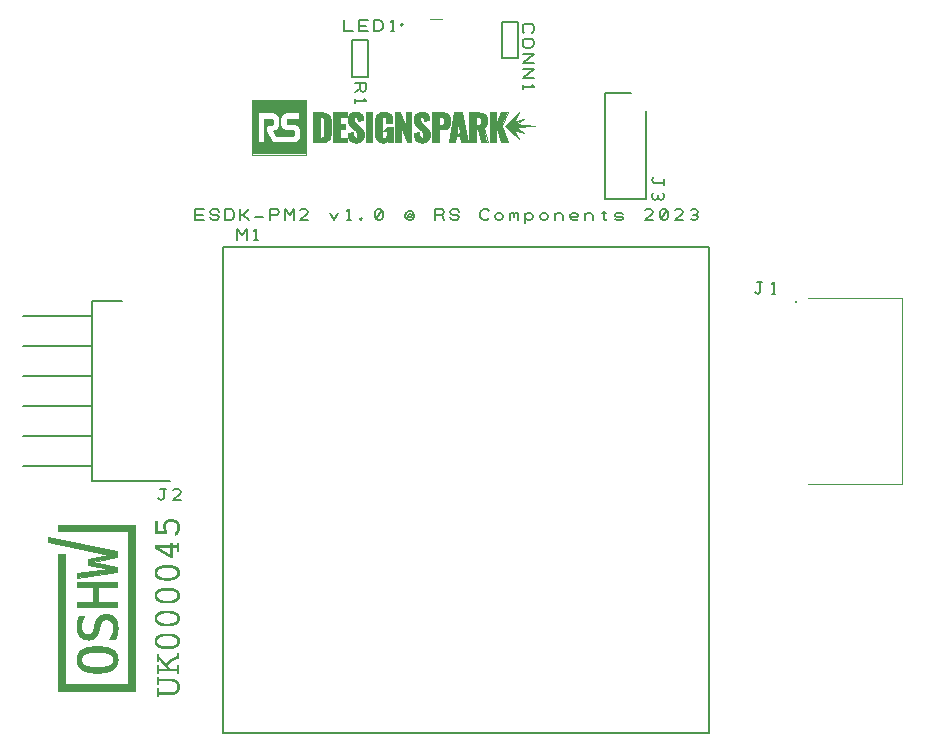
<source format=gbr>
G04 DesignSpark PCB PRO Gerber Version 10.0 Build 5299*
G04 #@! TF.Part,Single*
G04 #@! TF.FileFunction,Legend,Top*
G04 #@! TF.FilePolarity,Positive*
%FSLAX35Y35*%
%MOIN*%
%ADD74C,0.00001*%
%ADD73C,0.00100*%
%ADD72C,0.00394*%
%ADD29C,0.00500*%
%ADD18C,0.00787*%
G04 #@! TD.AperFunction*
X0Y0D02*
D02*
D18*
X27559Y113189D02*
X4567D01*
X27559Y123189D02*
X4567D01*
X27559Y133189D02*
X4567D01*
X27559Y143189D02*
X4567D01*
X27559Y153189D02*
X4567D01*
X27559Y163189D02*
X4567D01*
X53543Y108189D02*
X27559D01*
Y168189D01*
X37559D01*
X130709Y259843D02*
Y260630D02*
G75*
G03*
Y259843I0J-394D01*
G01*
Y260630D02*
G75*
G02*
Y259843I0J-394D01*
G01*
X212205Y231496D02*
Y201969D01*
X198425D01*
Y237402D01*
X207087D01*
X262205Y167913D02*
G75*
G02*
Y167520I0J-197D01*
G01*
Y167913D02*
G75*
G02*
Y167520I0J-197D01*
G01*
G75*
G02*
Y167913I0J197D01*
G01*
D02*
D29*
X49606Y102350D02*
X49919Y102037D01*
X50544Y101725D01*
X51169Y102037D01*
X51481Y102350D01*
Y105475D01*
X52106D01*
X51481D02*
X50231D01*
X57106Y101725D02*
X54606D01*
X56794Y103913D01*
X57106Y104537D01*
X56794Y105163D01*
X56169Y105475D01*
X55231D01*
X54606Y105163D01*
X71063Y24016D02*
X233268D01*
Y186220D01*
X71063D01*
Y24016D01*
X75984Y188339D02*
Y192089D01*
X77547Y190214D01*
X79109Y192089D01*
Y188339D01*
X81609D02*
X82859D01*
X82234D02*
Y192089D01*
X81609Y191464D01*
X111417Y261774D02*
Y258024D01*
X114543D01*
X116417D02*
Y261774D01*
X119543D01*
X118917Y259899D02*
X116417D01*
Y258024D02*
X119543D01*
X121417D02*
Y261774D01*
X123293D01*
X123917Y261462D01*
X124230Y261149D01*
X124543Y260524D01*
Y259274D01*
X124230Y258649D01*
X123917Y258337D01*
X123293Y258024D01*
X121417D01*
X127043D02*
X128293D01*
X127667D02*
Y261774D01*
X127043Y261149D01*
X115111Y240945D02*
X118861D01*
Y238757D01*
X118548Y238132D01*
X117923Y237820D01*
X117298Y238132D01*
X116986Y238757D01*
Y240945D01*
Y238757D02*
X115111Y237820D01*
Y235320D02*
Y234070D01*
Y234695D02*
X118861D01*
X118236Y235320D01*
X119579Y242669D02*
X114279D01*
Y254969D01*
X119579D01*
Y242669D01*
X61850Y195032D02*
Y198782D01*
X64976D01*
X64350Y196907D02*
X61850D01*
Y195032D02*
X64976D01*
X66850Y195970D02*
X67163Y195344D01*
X67788Y195032D01*
X69038D01*
X69663Y195344D01*
X69976Y195970D01*
X69663Y196594D01*
X69038Y196907D01*
X67788D01*
X67163Y197220D01*
X66850Y197844D01*
X67163Y198470D01*
X67788Y198782D01*
X69038D01*
X69663Y198470D01*
X69976Y197844D01*
X71850Y195032D02*
Y198782D01*
X73726D01*
X74350Y198470D01*
X74663Y198157D01*
X74976Y197532D01*
Y196282D01*
X74663Y195657D01*
X74350Y195344D01*
X73726Y195032D01*
X71850D01*
X76850D02*
Y198782D01*
Y196907D02*
X77788D01*
X79976Y198782D01*
X77788Y196907D02*
X79976Y195032D01*
X81850Y196282D02*
X84350D01*
X86850Y195032D02*
Y198782D01*
X89038D01*
X89663Y198470D01*
X89976Y197844D01*
X89663Y197220D01*
X89038Y196907D01*
X86850D01*
X91850Y195032D02*
Y198782D01*
X93413Y196907D01*
X94976Y198782D01*
Y195032D01*
X99350D02*
X96850D01*
X99038Y197220D01*
X99350Y197844D01*
X99038Y198470D01*
X98413Y198782D01*
X97476D01*
X96850Y198470D01*
X106850Y197532D02*
X108100Y195032D01*
X109350Y197532D01*
X112476Y195032D02*
X113726D01*
X113100D02*
Y198782D01*
X112476Y198157D01*
X117163Y195032D02*
X117476Y195344D01*
X117163Y195657D01*
X116850Y195344D01*
X117163Y195032D01*
X122163Y195344D02*
X122788Y195032D01*
X123413D01*
X124038Y195344D01*
X124350Y195970D01*
Y197844D01*
X124038Y198470D01*
X123413Y198782D01*
X122788D01*
X122163Y198470D01*
X121850Y197844D01*
Y195970D01*
X122163Y195344D01*
X124038Y198470D01*
X131850Y196282D02*
Y196594D01*
X132163Y197532D01*
X132476Y197844D01*
X133100Y198157D01*
X133726D01*
X134350Y197844D01*
X134663Y197532D01*
X134976Y196594D01*
Y196282D01*
X134663Y195657D01*
X134350Y195344D01*
X133726Y195032D01*
X133100D01*
X132476Y195344D01*
X132163Y195657D01*
X131850Y196282D01*
X134038D02*
X133413Y195970D01*
X132788Y196282D01*
Y196907D01*
X133413Y197220D01*
X134038Y196907D01*
X141850Y195032D02*
Y198782D01*
X144038D01*
X144663Y198470D01*
X144976Y197844D01*
X144663Y197220D01*
X144038Y196907D01*
X141850D01*
X144038D02*
X144976Y195032D01*
X146850Y195970D02*
X147163Y195344D01*
X147788Y195032D01*
X149038D01*
X149663Y195344D01*
X149976Y195970D01*
X149663Y196594D01*
X149038Y196907D01*
X147788D01*
X147163Y197220D01*
X146850Y197844D01*
X147163Y198470D01*
X147788Y198782D01*
X149038D01*
X149663Y198470D01*
X149976Y197844D01*
X159976Y195657D02*
X159663Y195344D01*
X159038Y195032D01*
X158100D01*
X157476Y195344D01*
X157163Y195657D01*
X156850Y196282D01*
Y197532D01*
X157163Y198157D01*
X157476Y198470D01*
X158100Y198782D01*
X159038D01*
X159663Y198470D01*
X159976Y198157D01*
X161850Y195970D02*
X162163Y195344D01*
X162788Y195032D01*
X163413D01*
X164038Y195344D01*
X164350Y195970D01*
Y196594D01*
X164038Y197220D01*
X163413Y197532D01*
X162788D01*
X162163Y197220D01*
X161850Y196594D01*
Y195970D01*
X166850Y195032D02*
Y197532D01*
Y197220D02*
X167163Y197532D01*
X167788D01*
X168100Y197220D01*
Y196282D01*
Y197220D02*
X168413Y197532D01*
X169038D01*
X169350Y197220D01*
Y195032D01*
X171850Y197532D02*
Y194094D01*
Y195970D02*
X172163Y195344D01*
X172788Y195032D01*
X173413D01*
X174038Y195344D01*
X174350Y195970D01*
Y196594D01*
X174038Y197220D01*
X173413Y197532D01*
X172788D01*
X172163Y197220D01*
X171850Y196594D01*
Y195970D01*
X176850D02*
X177163Y195344D01*
X177788Y195032D01*
X178413D01*
X179038Y195344D01*
X179350Y195970D01*
Y196594D01*
X179038Y197220D01*
X178413Y197532D01*
X177788D01*
X177163Y197220D01*
X176850Y196594D01*
Y195970D01*
X181850Y195032D02*
Y197532D01*
Y196594D02*
X182163Y197220D01*
X182788Y197532D01*
X183413D01*
X184038Y197220D01*
X184350Y196594D01*
Y195032D01*
X189350Y195344D02*
X189038Y195032D01*
X188413D01*
X187788D01*
X187163Y195344D01*
X186850Y195970D01*
Y196907D01*
X187163Y197220D01*
X187788Y197532D01*
X188413D01*
X189038Y197220D01*
X189350Y196907D01*
Y196594D01*
X189038Y196282D01*
X188413Y195970D01*
X187788D01*
X187163Y196282D01*
X186850Y196594D01*
X191850Y195032D02*
Y197532D01*
Y196594D02*
X192163Y197220D01*
X192788Y197532D01*
X193413D01*
X194038Y197220D01*
X194350Y196594D01*
Y195032D01*
X197371Y197532D02*
X198830D01*
X198100Y198157D02*
Y195344D01*
X198413Y195032D01*
X198726D01*
X199038Y195344D01*
X201850D02*
X202476Y195032D01*
X203726D01*
X204350Y195344D01*
Y195970D01*
X203726Y196282D01*
X202476D01*
X201850Y196594D01*
Y197220D01*
X202476Y197532D01*
X203726D01*
X204350Y197220D01*
X214350Y195032D02*
X211850D01*
X214038Y197220D01*
X214350Y197844D01*
X214038Y198470D01*
X213413Y198782D01*
X212476D01*
X211850Y198470D01*
X217163Y195344D02*
X217788Y195032D01*
X218413D01*
X219038Y195344D01*
X219350Y195970D01*
Y197844D01*
X219038Y198470D01*
X218413Y198782D01*
X217788D01*
X217163Y198470D01*
X216850Y197844D01*
Y195970D01*
X217163Y195344D01*
X219038Y198470D01*
X224350Y195032D02*
X221850D01*
X224038Y197220D01*
X224350Y197844D01*
X224038Y198470D01*
X223413Y198782D01*
X222476D01*
X221850Y198470D01*
X227163Y195344D02*
X227788Y195032D01*
X228413D01*
X229038Y195344D01*
X229350Y195970D01*
X229038Y196594D01*
X228413Y196907D01*
X227788D01*
X228413D02*
X229038Y197220D01*
X229350Y197844D01*
X229038Y198470D01*
X228413Y198782D01*
X227788D01*
X227163Y198470D01*
X169579Y248968D02*
X164279D01*
Y261268D01*
X169579D01*
Y248968D01*
X171641Y257505D02*
X171329Y257817D01*
X171016Y258443D01*
Y259380D01*
X171329Y260005D01*
X171641Y260317D01*
X172266Y260630D01*
X173516D01*
X174141Y260317D01*
X174454Y260005D01*
X174766Y259380D01*
Y258443D01*
X174454Y257817D01*
X174141Y257505D01*
X172266Y255630D02*
X173516D01*
X174141Y255317D01*
X174454Y255005D01*
X174766Y254380D01*
Y253755D01*
X174454Y253130D01*
X174141Y252817D01*
X173516Y252505D01*
X172266D01*
X171641Y252817D01*
X171329Y253130D01*
X171016Y253755D01*
Y254380D01*
X171329Y255005D01*
X171641Y255317D01*
X172266Y255630D01*
X171016Y250630D02*
X174766D01*
X171016Y247505D01*
X174766D01*
X171016Y245630D02*
X174766D01*
X171016Y242505D01*
X174766D01*
X171016Y240005D02*
Y238755D01*
Y239380D02*
X174766D01*
X174141Y240005D01*
X214948Y209449D02*
X214636Y209136D01*
X214323Y208511D01*
X214636Y207886D01*
X214948Y207574D01*
X218073D01*
Y206949D01*
Y207574D02*
Y208824D01*
X214636Y204136D02*
X214323Y203511D01*
Y202886D01*
X214636Y202261D01*
X215261Y201949D01*
X215886Y202261D01*
X216198Y202886D01*
Y203511D01*
Y202886D02*
X216511Y202261D01*
X217136Y201949D01*
X217761Y202261D01*
X218073Y202886D01*
Y203511D01*
X217761Y204136D01*
X248425Y171248D02*
X248738Y170935D01*
X249363Y170622D01*
X249988Y170935D01*
X250300Y171248D01*
Y174372D01*
X250925D01*
X250300D02*
X249050D01*
X254050Y170622D02*
X255300D01*
X254675D02*
Y174372D01*
X254050Y173748D01*
D02*
D72*
X140157Y262205D02*
X144094D01*
X266043Y169193D02*
X297579D01*
Y107185D01*
X266043D01*
D02*
D73*
X80709Y235141D02*
Y216929D01*
X98919D01*
Y235141D01*
X80709D01*
X96243Y226469D02*
X96392Y226304D01*
X96519Y226129D01*
X96623Y225943D01*
X96706Y225741D01*
X96770Y225524D01*
X96813Y225286D01*
X96839Y225026D01*
X96848Y224741D01*
Y223422D01*
X96840Y223148D01*
X96813Y222891D01*
X96765Y222648D01*
X96699Y222422D01*
X96613Y222211D01*
X96509Y222018D01*
X96387Y221843D01*
X96246Y221684D01*
X96087Y221541D01*
X95911Y221419D01*
X95719Y221315D01*
X95509Y221228D01*
X95282Y221163D01*
X95040Y221116D01*
X94782Y221088D01*
X94508Y221081D01*
X88007D01*
X87854Y221099D01*
X87718Y221152D01*
X87606Y221235D01*
X87519Y221347D01*
X85624Y224715D01*
X85530Y224888D01*
X85453Y225076D01*
X85398Y225272D01*
X85367Y225475D01*
X85363Y225676D01*
X85387Y225874D01*
X85442Y226063D01*
X85531Y226237D01*
X85687Y226434D01*
X85863Y226570D01*
X86058Y226658D01*
X86268Y226708D01*
X86491Y226728D01*
X86724Y226733D01*
X87207Y226729D01*
X87316Y226737D01*
X87412Y226759D01*
X87494Y226797D01*
X87561Y226849D01*
X87614Y226916D01*
X87652Y226997D01*
X87675Y227093D01*
X87682Y227203D01*
Y228470D01*
X87675Y228583D01*
X87653Y228676D01*
X87615Y228756D01*
X87560Y228824D01*
X87492Y228877D01*
X87412Y228915D01*
X87317Y228937D01*
X87207Y228945D01*
X84935D01*
Y221083D01*
X82837D01*
Y231015D01*
X87418D01*
X87701Y231006D01*
X87962Y230978D01*
X88201Y230933D01*
X88421Y230867D01*
X88624Y230781D01*
X88812Y230675D01*
X88987Y230547D01*
X89152Y230398D01*
X89301Y230233D01*
X89428Y230057D01*
X89532Y229872D01*
X89616Y229670D01*
X89679Y229453D01*
X89723Y229215D01*
X89749Y228955D01*
X89757Y228669D01*
Y226939D01*
X89753Y226709D01*
X89731Y226491D01*
X89693Y226288D01*
X89637Y226097D01*
X89565Y225920D01*
X89478Y225757D01*
X89375Y225608D01*
X89257Y225474D01*
X89124Y225354D01*
X88976Y225248D01*
X88815Y225158D01*
X88641Y225084D01*
X88453Y225025D01*
X88252Y224981D01*
X88039Y224954D01*
X87814Y224944D01*
X88908Y223146D01*
X94281D01*
X94393Y223154D01*
X94487Y223175D01*
X94566Y223214D01*
X94634Y223268D01*
X94687Y223336D01*
X94725Y223417D01*
X94747Y223511D01*
X94755Y223622D01*
Y224614D01*
X94748Y224724D01*
X94725Y224819D01*
X94687Y224902D01*
X94634Y224968D01*
X94567Y225020D01*
X94485Y225058D01*
X94389Y225081D01*
X94279Y225088D01*
X92501D01*
X92229Y225097D01*
X91979Y225122D01*
X91750Y225166D01*
X91539Y225228D01*
X91344Y225309D01*
X91163Y225410D01*
X90995Y225533D01*
X90837Y225675D01*
X90694Y225834D01*
X90572Y226002D01*
X90472Y226180D01*
X90392Y226372D01*
X90331Y226581D01*
X90289Y226808D01*
X90265Y227058D01*
X90256Y227330D01*
Y228676D01*
X90263Y228950D01*
X90290Y229208D01*
X90337Y229450D01*
X90403Y229677D01*
X90489Y229886D01*
X90593Y230079D01*
X90717Y230255D01*
X90857Y230414D01*
X91017Y230554D01*
X91193Y230677D01*
X91386Y230781D01*
X91596Y230866D01*
X91823Y230933D01*
X92065Y230980D01*
X92323Y231007D01*
X92596Y231015D01*
X96635D01*
Y228945D01*
X92808D01*
X92699Y228937D01*
X92603Y228915D01*
X92521Y228877D01*
X92454Y228825D01*
X92401Y228758D01*
X92363Y228676D01*
X92340Y228580D01*
X92333Y228470D01*
Y227555D01*
X92340Y227445D01*
X92363Y227349D01*
X92401Y227268D01*
X92454Y227200D01*
X92521Y227148D01*
X92603Y227110D01*
X92699Y227088D01*
X92808Y227080D01*
X94500D01*
X94783Y227072D01*
X95045Y227045D01*
X95285Y227000D01*
X95507Y226935D01*
X95712Y226850D01*
X95901Y226745D01*
X96078Y226618D01*
X96243Y226469D01*
X80759Y226048D02*
G36*
X80759Y226048D02*
Y216979D01*
X98869D01*
Y226048D01*
X96564D01*
X96623Y225943D01*
X96706Y225741D01*
X96770Y225524D01*
X96813Y225286D01*
X96839Y225026D01*
X96848Y224741D01*
Y223422D01*
X96840Y223148D01*
X96813Y222891D01*
X96765Y222648D01*
X96699Y222422D01*
X96613Y222211D01*
X96509Y222018D01*
X96387Y221843D01*
X96246Y221684D01*
X96087Y221541D01*
X95911Y221419D01*
X95719Y221315D01*
X95509Y221228D01*
X95282Y221163D01*
X95040Y221116D01*
X94782Y221088D01*
X94508Y221081D01*
X88007D01*
X87854Y221099D01*
X87718Y221152D01*
X87606Y221235D01*
X87519Y221347D01*
X85624Y224715D01*
X85530Y224888D01*
X85453Y225076D01*
X85398Y225272D01*
X85367Y225475D01*
X85363Y225676D01*
X85387Y225874D01*
X85438Y226048D01*
X84935D01*
Y221083D01*
X82837D01*
Y226048D01*
X80759D01*
G37*
X88039Y224954D02*
G36*
X88039Y224954D02*
X87814Y224944D01*
X88908Y223146D01*
X94281D01*
X94393Y223154D01*
X94487Y223175D01*
X94566Y223214D01*
X94634Y223268D01*
X94687Y223336D01*
X94725Y223417D01*
X94747Y223511D01*
X94755Y223622D01*
Y224614D01*
X94748Y224724D01*
X94725Y224819D01*
X94687Y224902D01*
X94634Y224968D01*
X94567Y225020D01*
X94485Y225058D01*
X94389Y225081D01*
X94279Y225088D01*
X92501D01*
X92229Y225097D01*
X91979Y225122D01*
X91750Y225166D01*
X91539Y225228D01*
X91344Y225309D01*
X91163Y225410D01*
X90995Y225533D01*
X90837Y225675D01*
X90694Y225834D01*
X90572Y226002D01*
X90546Y226048D01*
X89617D01*
X89565Y225920D01*
X89478Y225757D01*
X89375Y225608D01*
X89257Y225474D01*
X89124Y225354D01*
X88976Y225248D01*
X88815Y225158D01*
X88641Y225084D01*
X88453Y225025D01*
X88252Y224981D01*
X88039Y224954D01*
G37*
X80759Y235091D02*
G36*
X80759Y235091D02*
Y226048D01*
X82837D01*
Y231015D01*
X87418D01*
X87701Y231006D01*
X87962Y230978D01*
X88201Y230933D01*
X88421Y230867D01*
X88624Y230781D01*
X88812Y230675D01*
X88987Y230547D01*
X89152Y230398D01*
X89301Y230233D01*
X89428Y230057D01*
X89532Y229872D01*
X89616Y229670D01*
X89679Y229453D01*
X89723Y229215D01*
X89749Y228955D01*
X89757Y228669D01*
Y226939D01*
X89753Y226709D01*
X89731Y226491D01*
X89693Y226288D01*
X89637Y226097D01*
X89617Y226048D01*
X90546D01*
X90472Y226180D01*
X90392Y226372D01*
X90331Y226581D01*
X90289Y226808D01*
X90265Y227058D01*
X90256Y227330D01*
Y228676D01*
X90263Y228950D01*
X90290Y229208D01*
X90337Y229450D01*
X90403Y229677D01*
X90489Y229886D01*
X90593Y230079D01*
X90717Y230255D01*
X90857Y230414D01*
X91017Y230554D01*
X91193Y230677D01*
X91386Y230781D01*
X91596Y230866D01*
X91823Y230933D01*
X92065Y230980D01*
X92323Y231007D01*
X92596Y231015D01*
X96635D01*
Y228945D01*
X92808D01*
X92699Y228937D01*
X92603Y228915D01*
X92521Y228877D01*
X92454Y228825D01*
X92401Y228758D01*
X92363Y228676D01*
X92340Y228580D01*
X92333Y228470D01*
Y227555D01*
X92340Y227445D01*
X92363Y227349D01*
X92401Y227268D01*
X92454Y227200D01*
X92521Y227148D01*
X92603Y227110D01*
X92699Y227088D01*
X92808Y227080D01*
X94500D01*
X94783Y227072D01*
X95045Y227045D01*
X95285Y227000D01*
X95507Y226935D01*
X95712Y226850D01*
X95901Y226745D01*
X96078Y226618D01*
X96243Y226469D01*
X96392Y226304D01*
X96519Y226129D01*
X96564Y226048D01*
X98869D01*
Y235091D01*
X80759D01*
G37*
X84935Y228945D02*
G36*
X84935Y228945D02*
Y226048D01*
X85438D01*
X85442Y226063D01*
X85531Y226237D01*
X85687Y226434D01*
X85863Y226570D01*
X86058Y226658D01*
X86268Y226708D01*
X86491Y226728D01*
X86724Y226733D01*
X87207Y226729D01*
X87316Y226737D01*
X87412Y226759D01*
X87494Y226797D01*
X87561Y226849D01*
X87614Y226916D01*
X87652Y226997D01*
X87675Y227093D01*
X87682Y227203D01*
Y228470D01*
X87675Y228583D01*
X87653Y228676D01*
X87615Y228756D01*
X87560Y228824D01*
X87492Y228877D01*
X87412Y228915D01*
X87317Y228937D01*
X87207Y228945D01*
X84935D01*
G37*
X101203Y231015D02*
Y221083D01*
X103741D01*
X104201Y221094D01*
X104620Y221127D01*
X104999Y221185D01*
X105340Y221266D01*
X105645Y221372D01*
X105915Y221503D01*
X106152Y221658D01*
X106358Y221839D01*
X106533Y222047D01*
X106681Y222280D01*
X106801Y222541D01*
X106895Y222830D01*
X106967Y223147D01*
X107015Y223493D01*
X107043Y223867D01*
X107052Y224270D01*
Y227876D01*
X107043Y228275D01*
X107015Y228644D01*
X106966Y228985D01*
X106895Y229297D01*
X106800Y229581D01*
X106679Y229838D01*
X106531Y230069D01*
X106355Y230272D01*
X106148Y230450D01*
X105909Y230604D01*
X105637Y230731D01*
X105330Y230835D01*
X104985Y230914D01*
X104603Y230970D01*
X104181Y231004D01*
X103717Y231015D01*
X101203D01*
X103741Y222603D02*
X103398D01*
Y229481D01*
X103729D01*
X104053Y229465D01*
X104305Y229413D01*
X104493Y229324D01*
X104626Y229195D01*
X104714Y229026D01*
X104765Y228815D01*
X104790Y228558D01*
X104796Y228256D01*
Y223927D01*
X104791Y223613D01*
X104771Y223343D01*
X104724Y223115D01*
X104641Y222929D01*
X104583Y222853D01*
X104511Y222786D01*
X104426Y222729D01*
X104325Y222684D01*
X104072Y222622D01*
X103741Y222603D01*
X101253Y226042D02*
G36*
X101253Y226042D02*
Y221133D01*
X104656D01*
X104999Y221185D01*
X105340Y221266D01*
X105645Y221372D01*
X105915Y221503D01*
X106152Y221658D01*
X106358Y221839D01*
X106533Y222047D01*
X106681Y222280D01*
X106801Y222541D01*
X106895Y222830D01*
X106967Y223147D01*
X107002Y223400D01*
Y226042D01*
X104796D01*
Y223927D01*
X104791Y223613D01*
X104771Y223343D01*
X104724Y223115D01*
X104641Y222929D01*
X104583Y222853D01*
X104511Y222786D01*
X104426Y222729D01*
X104325Y222684D01*
X104072Y222622D01*
X103741Y222603D01*
X103398D01*
Y226042D01*
X101253D01*
G37*
Y230965D02*
G36*
X101253Y230965D02*
Y226042D01*
X103398D01*
Y229481D01*
X103729D01*
X104053Y229465D01*
X104305Y229413D01*
X104493Y229324D01*
X104626Y229195D01*
X104714Y229026D01*
X104765Y228815D01*
X104790Y228558D01*
X104796Y228256D01*
Y226042D01*
X107002D01*
Y228734D01*
X106966Y228985D01*
X106895Y229297D01*
X106800Y229581D01*
X106679Y229838D01*
X106531Y230069D01*
X106355Y230272D01*
X106148Y230450D01*
X105909Y230604D01*
X105637Y230731D01*
X105330Y230835D01*
X104985Y230914D01*
X104640Y230965D01*
X101253D01*
G37*
X107898Y231015D02*
X112362D01*
Y229518D01*
X110093D01*
Y227054D01*
X111822D01*
Y225534D01*
X110093D01*
Y222566D01*
X112387D01*
Y221083D01*
X107898D01*
Y231015D01*
G36*
X107898Y231015D02*
X112362D01*
Y229518D01*
X110093D01*
Y227054D01*
X111822D01*
Y225534D01*
X110093D01*
Y222566D01*
X112387D01*
Y221083D01*
X107898D01*
Y231015D01*
G37*
X112669Y224086D02*
X114545Y224368D01*
X114567Y223922D01*
X114614Y223549D01*
X114685Y223244D01*
X114782Y223003D01*
X114904Y222822D01*
X115050Y222697D01*
X115220Y222626D01*
X115415Y222603D01*
X115569Y222619D01*
X115693Y222667D01*
X115789Y222741D01*
X115861Y222836D01*
X115912Y222946D01*
X115945Y223068D01*
X115967Y223326D01*
X115948Y223619D01*
X115891Y223887D01*
X115800Y224133D01*
X115674Y224363D01*
X115518Y224580D01*
X115331Y224791D01*
X115117Y225002D01*
X114876Y225215D01*
X114017Y225963D01*
X113742Y226207D01*
X113488Y226467D01*
X113261Y226745D01*
X113064Y227045D01*
X112903Y227372D01*
X112783Y227728D01*
X112707Y228120D01*
X112681Y228550D01*
X112693Y228856D01*
X112730Y229144D01*
X112791Y229414D01*
X112874Y229665D01*
X112981Y229897D01*
X113109Y230110D01*
X113259Y230305D01*
X113429Y230479D01*
X113619Y230635D01*
X113829Y230770D01*
X114058Y230885D01*
X114305Y230979D01*
X114570Y231054D01*
X114852Y231107D01*
X115150Y231139D01*
X115465Y231149D01*
X115841Y231130D01*
X116178Y231076D01*
X116476Y230989D01*
X116739Y230872D01*
X116969Y230730D01*
X117167Y230565D01*
X117336Y230378D01*
X117479Y230176D01*
X117596Y229960D01*
X117693Y229734D01*
X117769Y229499D01*
X117827Y229261D01*
X117900Y228785D01*
X117929Y228329D01*
X116041Y228096D01*
X116008Y228695D01*
X115973Y228943D01*
X115918Y229150D01*
X115838Y229318D01*
X115727Y229441D01*
X115580Y229517D01*
X115391Y229544D01*
X115249Y229524D01*
X115128Y229470D01*
X115027Y229389D01*
X114945Y229286D01*
X114882Y229166D01*
X114837Y229036D01*
X114811Y228903D01*
X114802Y228770D01*
X114820Y228510D01*
X114871Y228276D01*
X114953Y228064D01*
X115065Y227868D01*
X115203Y227683D01*
X115366Y227504D01*
X115759Y227139D01*
X116580Y226416D01*
X116893Y226134D01*
X117184Y225834D01*
X117446Y225513D01*
X117675Y225166D01*
X117863Y224789D01*
X118005Y224378D01*
X118094Y223928D01*
X118126Y223437D01*
X118114Y223176D01*
X118079Y222924D01*
X118021Y222681D01*
X117942Y222450D01*
X117841Y222231D01*
X117720Y222025D01*
X117579Y221834D01*
X117419Y221657D01*
X117240Y221497D01*
X117043Y221355D01*
X116830Y221231D01*
X116599Y221127D01*
X116353Y221045D01*
X116092Y220985D01*
X115816Y220947D01*
X115526Y220935D01*
X115185Y220946D01*
X114867Y220979D01*
X114572Y221037D01*
X114298Y221117D01*
X114046Y221222D01*
X113817Y221350D01*
X113608Y221504D01*
X113421Y221683D01*
X113255Y221888D01*
X113110Y222119D01*
X112986Y222377D01*
X112882Y222663D01*
X112799Y222976D01*
X112735Y223317D01*
X112692Y223687D01*
X112669Y224086D01*
G36*
X112669Y224086D02*
X114545Y224368D01*
X114567Y223922D01*
X114614Y223549D01*
X114685Y223244D01*
X114782Y223003D01*
X114904Y222822D01*
X115050Y222697D01*
X115220Y222626D01*
X115415Y222603D01*
X115569Y222619D01*
X115693Y222667D01*
X115789Y222741D01*
X115861Y222836D01*
X115912Y222946D01*
X115945Y223068D01*
X115967Y223326D01*
X115948Y223619D01*
X115891Y223887D01*
X115800Y224133D01*
X115674Y224363D01*
X115518Y224580D01*
X115331Y224791D01*
X115117Y225002D01*
X114876Y225215D01*
X114017Y225963D01*
X113742Y226207D01*
X113488Y226467D01*
X113261Y226745D01*
X113064Y227045D01*
X112903Y227372D01*
X112783Y227728D01*
X112707Y228120D01*
X112681Y228550D01*
X112693Y228856D01*
X112730Y229144D01*
X112791Y229414D01*
X112874Y229665D01*
X112981Y229897D01*
X113109Y230110D01*
X113259Y230305D01*
X113429Y230479D01*
X113619Y230635D01*
X113829Y230770D01*
X114058Y230885D01*
X114305Y230979D01*
X114570Y231054D01*
X114852Y231107D01*
X115150Y231139D01*
X115465Y231149D01*
X115841Y231130D01*
X116178Y231076D01*
X116476Y230989D01*
X116739Y230872D01*
X116969Y230730D01*
X117167Y230565D01*
X117336Y230378D01*
X117479Y230176D01*
X117596Y229960D01*
X117693Y229734D01*
X117769Y229499D01*
X117827Y229261D01*
X117900Y228785D01*
X117929Y228329D01*
X116041Y228096D01*
X116008Y228695D01*
X115973Y228943D01*
X115918Y229150D01*
X115838Y229318D01*
X115727Y229441D01*
X115580Y229517D01*
X115391Y229544D01*
X115249Y229524D01*
X115128Y229470D01*
X115027Y229389D01*
X114945Y229286D01*
X114882Y229166D01*
X114837Y229036D01*
X114811Y228903D01*
X114802Y228770D01*
X114820Y228510D01*
X114871Y228276D01*
X114953Y228064D01*
X115065Y227868D01*
X115203Y227683D01*
X115366Y227504D01*
X115759Y227139D01*
X116580Y226416D01*
X116893Y226134D01*
X117184Y225834D01*
X117446Y225513D01*
X117675Y225166D01*
X117863Y224789D01*
X118005Y224378D01*
X118094Y223928D01*
X118126Y223437D01*
X118114Y223176D01*
X118079Y222924D01*
X118021Y222681D01*
X117942Y222450D01*
X117841Y222231D01*
X117720Y222025D01*
X117579Y221834D01*
X117419Y221657D01*
X117240Y221497D01*
X117043Y221355D01*
X116830Y221231D01*
X116599Y221127D01*
X116353Y221045D01*
X116092Y220985D01*
X115816Y220947D01*
X115526Y220935D01*
X115185Y220946D01*
X114867Y220979D01*
X114572Y221037D01*
X114298Y221117D01*
X114046Y221222D01*
X113817Y221350D01*
X113608Y221504D01*
X113421Y221683D01*
X113255Y221888D01*
X113110Y222119D01*
X112986Y222377D01*
X112882Y222663D01*
X112799Y222976D01*
X112735Y223317D01*
X112692Y223687D01*
X112669Y224086D01*
G37*
X118714Y231015D02*
X120909D01*
Y221083D01*
X118714D01*
Y231015D01*
G36*
X118714Y231015D02*
X120909D01*
Y221083D01*
X118714D01*
Y231015D01*
G37*
X125895Y226233D02*
X124658Y224944D01*
X125691D01*
Y223780D01*
X125681Y223530D01*
X125652Y223294D01*
X125597Y223076D01*
X125515Y222883D01*
X125400Y222722D01*
X125251Y222598D01*
X125063Y222520D01*
X124833Y222493D01*
X124604Y222519D01*
X124420Y222595D01*
X124276Y222714D01*
X124169Y222870D01*
X124093Y223059D01*
X124044Y223274D01*
X124019Y223507D01*
X124011Y223755D01*
Y228354D01*
X124030Y228803D01*
X124064Y229014D01*
X124125Y229205D01*
X124219Y229367D01*
X124353Y229494D01*
X124437Y229541D01*
X124535Y229576D01*
X124772Y229605D01*
X125000Y229579D01*
X125176Y229507D01*
X125306Y229393D01*
X125397Y229245D01*
X125456Y229066D01*
X125489Y228865D01*
X125507Y228415D01*
Y227606D01*
X127653D01*
Y228244D01*
X127644Y228560D01*
X127618Y228865D01*
X127573Y229154D01*
X127507Y229427D01*
X127421Y229684D01*
X127312Y229922D01*
X127180Y230144D01*
X127023Y230345D01*
X126841Y230526D01*
X126631Y230686D01*
X126393Y230824D01*
X126127Y230938D01*
X125830Y231029D01*
X125502Y231096D01*
X125141Y231136D01*
X124747Y231149D01*
X124339Y231134D01*
X123967Y231088D01*
X123630Y231013D01*
X123324Y230908D01*
X123050Y230775D01*
X122807Y230616D01*
X122593Y230429D01*
X122406Y230218D01*
X122246Y229981D01*
X122112Y229722D01*
X122001Y229438D01*
X121913Y229133D01*
X121848Y228805D01*
X121802Y228457D01*
X121776Y228091D01*
X121767Y227704D01*
Y224368D01*
X121775Y223993D01*
X121799Y223633D01*
X121842Y223291D01*
X121903Y222968D01*
X121983Y222665D01*
X122085Y222381D01*
X122209Y222122D01*
X122356Y221884D01*
X122527Y221670D01*
X122723Y221481D01*
X122945Y221319D01*
X123195Y221184D01*
X123473Y221076D01*
X123781Y220998D01*
X124119Y220952D01*
X124489Y220935D01*
X124797Y220954D01*
X125070Y221007D01*
X125309Y221093D01*
X125518Y221208D01*
X125698Y221349D01*
X125853Y221515D01*
X125985Y221700D01*
X126095Y221904D01*
X126219Y221083D01*
X127665D01*
Y226233D01*
X125895D01*
G36*
X125895Y226233D02*
X124658Y224944D01*
X125691D01*
Y223780D01*
X125681Y223530D01*
X125652Y223294D01*
X125597Y223076D01*
X125515Y222883D01*
X125400Y222722D01*
X125251Y222598D01*
X125063Y222520D01*
X124833Y222493D01*
X124604Y222519D01*
X124420Y222595D01*
X124276Y222714D01*
X124169Y222870D01*
X124093Y223059D01*
X124044Y223274D01*
X124019Y223507D01*
X124011Y223755D01*
Y228354D01*
X124030Y228803D01*
X124064Y229014D01*
X124125Y229205D01*
X124219Y229367D01*
X124353Y229494D01*
X124437Y229541D01*
X124535Y229576D01*
X124772Y229605D01*
X125000Y229579D01*
X125176Y229507D01*
X125306Y229393D01*
X125397Y229245D01*
X125456Y229066D01*
X125489Y228865D01*
X125507Y228415D01*
Y227606D01*
X127653D01*
Y228244D01*
X127644Y228560D01*
X127618Y228865D01*
X127573Y229154D01*
X127507Y229427D01*
X127421Y229684D01*
X127312Y229922D01*
X127180Y230144D01*
X127023Y230345D01*
X126841Y230526D01*
X126631Y230686D01*
X126393Y230824D01*
X126127Y230938D01*
X125830Y231029D01*
X125502Y231096D01*
X125141Y231136D01*
X124747Y231149D01*
X124339Y231134D01*
X123967Y231088D01*
X123630Y231013D01*
X123324Y230908D01*
X123050Y230775D01*
X122807Y230616D01*
X122593Y230429D01*
X122406Y230218D01*
X122246Y229981D01*
X122112Y229722D01*
X122001Y229438D01*
X121913Y229133D01*
X121848Y228805D01*
X121802Y228457D01*
X121776Y228091D01*
X121767Y227704D01*
Y224368D01*
X121775Y223993D01*
X121799Y223633D01*
X121842Y223291D01*
X121903Y222968D01*
X121983Y222665D01*
X122085Y222381D01*
X122209Y222122D01*
X122356Y221884D01*
X122527Y221670D01*
X122723Y221481D01*
X122945Y221319D01*
X123195Y221184D01*
X123473Y221076D01*
X123781Y220998D01*
X124119Y220952D01*
X124489Y220935D01*
X124797Y220954D01*
X125070Y221007D01*
X125309Y221093D01*
X125518Y221208D01*
X125698Y221349D01*
X125853Y221515D01*
X125985Y221700D01*
X126095Y221904D01*
X126219Y221083D01*
X127665D01*
Y226233D01*
X125895D01*
G37*
X128548Y231015D02*
X130093D01*
X132129Y226233D01*
Y231015D01*
X133944D01*
Y221083D01*
X132460D01*
X130424Y226233D01*
Y221083D01*
X128548D01*
Y231015D01*
G36*
X128548Y231015D02*
X130093D01*
X132129Y226233D01*
Y231015D01*
X133944D01*
Y221083D01*
X132460D01*
X130424Y226233D01*
Y221083D01*
X128548D01*
Y231015D01*
G37*
X134716Y224086D02*
X136592Y224368D01*
X136614Y223922D01*
X136661Y223549D01*
X136733Y223244D01*
X136830Y223003D01*
X136951Y222822D01*
X137098Y222697D01*
X137268Y222626D01*
X137463Y222603D01*
X137617Y222619D01*
X137741Y222667D01*
X137837Y222741D01*
X137909Y222836D01*
X137960Y222946D01*
X137992Y223068D01*
X138015Y223326D01*
X137995Y223619D01*
X137939Y223887D01*
X137847Y224133D01*
X137722Y224363D01*
X137565Y224580D01*
X137378Y224791D01*
X137164Y225002D01*
X136924Y225215D01*
X136065Y225963D01*
X135789Y226207D01*
X135535Y226467D01*
X135308Y226745D01*
X135111Y227045D01*
X134951Y227372D01*
X134830Y227728D01*
X134755Y228120D01*
X134728Y228550D01*
X134741Y228856D01*
X134778Y229144D01*
X134838Y229414D01*
X134922Y229665D01*
X135028Y229897D01*
X135156Y230110D01*
X135306Y230305D01*
X135476Y230479D01*
X135667Y230635D01*
X135877Y230770D01*
X136106Y230885D01*
X136353Y230979D01*
X136618Y231054D01*
X136900Y231107D01*
X137198Y231139D01*
X137512Y231149D01*
X137889Y231130D01*
X138225Y231076D01*
X138524Y230989D01*
X138787Y230872D01*
X139016Y230730D01*
X139214Y230565D01*
X139383Y230378D01*
X139526Y230176D01*
X139644Y229960D01*
X139740Y229734D01*
X139816Y229499D01*
X139874Y229261D01*
X139947Y228785D01*
X139977Y228329D01*
X138088Y228096D01*
X138056Y228695D01*
X138020Y228943D01*
X137966Y229150D01*
X137885Y229318D01*
X137774Y229441D01*
X137627Y229517D01*
X137438Y229544D01*
X137297Y229524D01*
X137176Y229470D01*
X137074Y229389D01*
X136993Y229286D01*
X136930Y229166D01*
X136885Y229036D01*
X136858Y228903D01*
X136850Y228770D01*
X136867Y228510D01*
X136918Y228276D01*
X137000Y228064D01*
X137112Y227868D01*
X137250Y227683D01*
X137414Y227504D01*
X137806Y227139D01*
X138628Y226416D01*
X138941Y226134D01*
X139231Y225834D01*
X139494Y225513D01*
X139722Y225166D01*
X139910Y224789D01*
X140052Y224378D01*
X140142Y223928D01*
X140173Y223437D01*
X140161Y223176D01*
X140126Y222924D01*
X140069Y222681D01*
X139989Y222450D01*
X139889Y222231D01*
X139767Y222025D01*
X139626Y221834D01*
X139467Y221657D01*
X139287Y221497D01*
X139091Y221355D01*
X138877Y221231D01*
X138647Y221127D01*
X138400Y221045D01*
X138139Y220985D01*
X137863Y220947D01*
X137573Y220935D01*
X137233Y220946D01*
X136915Y220979D01*
X136619Y221037D01*
X136346Y221117D01*
X136094Y221222D01*
X135864Y221350D01*
X135656Y221504D01*
X135469Y221683D01*
X135303Y221888D01*
X135158Y222119D01*
X135033Y222377D01*
X134930Y222663D01*
X134846Y222976D01*
X134783Y223317D01*
X134740Y223687D01*
X134716Y224086D01*
G36*
X134716Y224086D02*
X136592Y224368D01*
X136614Y223922D01*
X136661Y223549D01*
X136733Y223244D01*
X136830Y223003D01*
X136951Y222822D01*
X137098Y222697D01*
X137268Y222626D01*
X137463Y222603D01*
X137617Y222619D01*
X137741Y222667D01*
X137837Y222741D01*
X137909Y222836D01*
X137960Y222946D01*
X137992Y223068D01*
X138015Y223326D01*
X137995Y223619D01*
X137939Y223887D01*
X137847Y224133D01*
X137722Y224363D01*
X137565Y224580D01*
X137378Y224791D01*
X137164Y225002D01*
X136924Y225215D01*
X136065Y225963D01*
X135789Y226207D01*
X135535Y226467D01*
X135308Y226745D01*
X135111Y227045D01*
X134951Y227372D01*
X134830Y227728D01*
X134755Y228120D01*
X134728Y228550D01*
X134741Y228856D01*
X134778Y229144D01*
X134838Y229414D01*
X134922Y229665D01*
X135028Y229897D01*
X135156Y230110D01*
X135306Y230305D01*
X135476Y230479D01*
X135667Y230635D01*
X135877Y230770D01*
X136106Y230885D01*
X136353Y230979D01*
X136618Y231054D01*
X136900Y231107D01*
X137198Y231139D01*
X137512Y231149D01*
X137889Y231130D01*
X138225Y231076D01*
X138524Y230989D01*
X138787Y230872D01*
X139016Y230730D01*
X139214Y230565D01*
X139383Y230378D01*
X139526Y230176D01*
X139644Y229960D01*
X139740Y229734D01*
X139816Y229499D01*
X139874Y229261D01*
X139947Y228785D01*
X139977Y228329D01*
X138088Y228096D01*
X138056Y228695D01*
X138020Y228943D01*
X137966Y229150D01*
X137885Y229318D01*
X137774Y229441D01*
X137627Y229517D01*
X137438Y229544D01*
X137297Y229524D01*
X137176Y229470D01*
X137074Y229389D01*
X136993Y229286D01*
X136930Y229166D01*
X136885Y229036D01*
X136858Y228903D01*
X136850Y228770D01*
X136867Y228510D01*
X136918Y228276D01*
X137000Y228064D01*
X137112Y227868D01*
X137250Y227683D01*
X137414Y227504D01*
X137806Y227139D01*
X138628Y226416D01*
X138941Y226134D01*
X139231Y225834D01*
X139494Y225513D01*
X139722Y225166D01*
X139910Y224789D01*
X140052Y224378D01*
X140142Y223928D01*
X140173Y223437D01*
X140161Y223176D01*
X140126Y222924D01*
X140069Y222681D01*
X139989Y222450D01*
X139889Y222231D01*
X139767Y222025D01*
X139626Y221834D01*
X139467Y221657D01*
X139287Y221497D01*
X139091Y221355D01*
X138877Y221231D01*
X138647Y221127D01*
X138400Y221045D01*
X138139Y220985D01*
X137863Y220947D01*
X137573Y220935D01*
X137233Y220946D01*
X136915Y220979D01*
X136619Y221037D01*
X136346Y221117D01*
X136094Y221222D01*
X135864Y221350D01*
X135656Y221504D01*
X135469Y221683D01*
X135303Y221888D01*
X135158Y222119D01*
X135033Y222377D01*
X134930Y222663D01*
X134846Y222976D01*
X134783Y223317D01*
X134740Y223687D01*
X134716Y224086D01*
G37*
X140994Y231015D02*
Y221083D01*
X143189D01*
Y225300D01*
X144072D01*
X144657Y225328D01*
X144933Y225365D01*
X145198Y225420D01*
X145450Y225496D01*
X145686Y225591D01*
X145906Y225711D01*
X146109Y225857D01*
X146293Y226028D01*
X146457Y226229D01*
X146600Y226460D01*
X146719Y226722D01*
X146815Y227020D01*
X146884Y227353D01*
X146927Y227724D01*
X146942Y228133D01*
X146932Y228468D01*
X146902Y228785D01*
X146853Y229081D01*
X146783Y229359D01*
X146694Y229616D01*
X146584Y229853D01*
X146454Y230069D01*
X146302Y230264D01*
X146130Y230437D01*
X145937Y230588D01*
X145724Y230717D01*
X145488Y230822D01*
X145231Y230906D01*
X144952Y230966D01*
X144652Y231003D01*
X144330Y231015D01*
X140994D01*
X143925Y226833D02*
X143189D01*
Y229469D01*
X143913D01*
X144208Y229445D01*
X144437Y229372D01*
X144607Y229256D01*
X144728Y229100D01*
X144808Y228909D01*
X144854Y228688D01*
X144876Y228441D01*
X144881Y228169D01*
X144874Y227852D01*
X144846Y227578D01*
X144793Y227348D01*
X144707Y227161D01*
X144583Y227017D01*
X144416Y226915D01*
X144198Y226854D01*
X143925Y226833D01*
X141044Y228151D02*
G36*
X141044Y228151D02*
Y221133D01*
X143189D01*
Y225300D01*
X144072D01*
X144657Y225328D01*
X144933Y225365D01*
X145198Y225420D01*
X145450Y225496D01*
X145686Y225591D01*
X145906Y225711D01*
X146109Y225857D01*
X146293Y226028D01*
X146457Y226229D01*
X146600Y226460D01*
X146719Y226722D01*
X146815Y227020D01*
X146884Y227353D01*
X146892Y227417D01*
Y228151D01*
X144881D01*
X144874Y227852D01*
X144846Y227578D01*
X144793Y227348D01*
X144707Y227161D01*
X144583Y227017D01*
X144416Y226915D01*
X144198Y226854D01*
X143925Y226833D01*
X143189D01*
Y228151D01*
X141044D01*
G37*
Y230965D02*
G36*
X141044Y230965D02*
Y228151D01*
X143189D01*
Y229469D01*
X143913D01*
X144208Y229445D01*
X144437Y229372D01*
X144607Y229256D01*
X144728Y229100D01*
X144808Y228909D01*
X144854Y228688D01*
X144876Y228441D01*
X144881Y228169D01*
X144881Y228151D01*
X146892D01*
Y228848D01*
X146853Y229081D01*
X146783Y229359D01*
X146694Y229616D01*
X146584Y229853D01*
X146454Y230069D01*
X146302Y230264D01*
X146130Y230437D01*
X145937Y230588D01*
X145724Y230717D01*
X145488Y230822D01*
X145231Y230906D01*
X144956Y230965D01*
X141044D01*
G37*
X150829Y231015D02*
X148327D01*
X146451Y221083D01*
X148523D01*
X148867Y223179D01*
X149063Y224491D01*
X149590Y228366D01*
X150118Y224491D01*
X148867Y223179D01*
X150326D01*
X150657Y221083D01*
X152681D01*
X150829Y231015D01*
G36*
X150829Y231015D02*
X148327D01*
X146451Y221083D01*
X148523D01*
X148867Y223179D01*
X149063Y224491D01*
X149590Y228366D01*
X150118Y224491D01*
X148867Y223179D01*
X150326D01*
X150657Y221083D01*
X152681D01*
X150829Y231015D01*
G37*
X153195D02*
Y221083D01*
X155390D01*
Y225534D01*
X156016D01*
X157107Y221083D01*
X159376D01*
X158015Y225889D01*
X158348Y226080D01*
X158618Y226304D01*
X158830Y226561D01*
X158989Y226855D01*
X159103Y227183D01*
X159177Y227548D01*
X159217Y227950D01*
X159229Y228391D01*
X159213Y228764D01*
X159169Y229102D01*
X159095Y229407D01*
X158994Y229680D01*
X158866Y229922D01*
X158712Y230137D01*
X158533Y230324D01*
X158329Y230485D01*
X158102Y230620D01*
X157852Y230734D01*
X157581Y230826D01*
X157289Y230898D01*
X156977Y230952D01*
X156646Y230987D01*
X155930Y231015D01*
X153195D01*
X156004Y226796D02*
X155390D01*
Y229544D01*
X156102D01*
X156388Y229520D01*
X156624Y229452D01*
X156813Y229339D01*
X156960Y229186D01*
X157068Y228993D01*
X157140Y228761D01*
X157180Y228495D01*
X157193Y228195D01*
X157180Y227880D01*
X157137Y227604D01*
X157059Y227364D01*
X156943Y227164D01*
X156784Y227006D01*
X156578Y226891D01*
X156319Y226820D01*
X156004Y226796D01*
X153245Y228170D02*
G36*
X153245Y228170D02*
Y221133D01*
X155390D01*
Y225534D01*
X156016D01*
X157095Y221133D01*
X159326D01*
Y221259D01*
X158015Y225889D01*
X158348Y226080D01*
X158618Y226304D01*
X158830Y226561D01*
X158989Y226855D01*
X159103Y227183D01*
X159177Y227548D01*
X159217Y227950D01*
X159222Y228170D01*
X157192D01*
X157180Y227880D01*
X157137Y227604D01*
X157059Y227364D01*
X156943Y227164D01*
X156784Y227006D01*
X156578Y226891D01*
X156319Y226820D01*
X156004Y226796D01*
X155390D01*
Y228170D01*
X153245D01*
G37*
Y230965D02*
G36*
X153245Y230965D02*
Y228170D01*
X155390D01*
Y229544D01*
X156102D01*
X156388Y229520D01*
X156624Y229452D01*
X156813Y229339D01*
X156960Y229186D01*
X157068Y228993D01*
X157140Y228761D01*
X157180Y228495D01*
X157193Y228195D01*
X157192Y228170D01*
X159222D01*
X159229Y228391D01*
X159213Y228764D01*
X159169Y229102D01*
X159095Y229407D01*
X158994Y229680D01*
X158866Y229922D01*
X158712Y230137D01*
X158533Y230324D01*
X158329Y230485D01*
X158102Y230620D01*
X157852Y230734D01*
X157581Y230826D01*
X157289Y230898D01*
X156977Y230952D01*
X156852Y230965D01*
X153245D01*
G37*
X160062Y231015D02*
X162257D01*
Y226956D01*
X163925Y231015D01*
X166071D01*
X164232Y226527D01*
X166157Y221083D01*
X163925D01*
X162490Y225472D01*
X162257Y225079D01*
Y221083D01*
X160062D01*
Y231015D01*
G36*
X160062Y231015D02*
X162257D01*
Y226956D01*
X163925Y231015D01*
X166071D01*
X164232Y226527D01*
X166157Y221083D01*
X163925D01*
X162490Y225472D01*
X162257Y225079D01*
Y221083D01*
X160062D01*
Y231015D01*
G37*
X165259Y226524D02*
X175190Y226525D02*
X175197D01*
X175190D02*
X175197D01*
X175184D01*
X168862Y227016D01*
X171332Y228824D01*
X168250Y227811D01*
X169717Y231024D01*
X165259Y226524D01*
X169717Y222024D01*
X168250Y225236D01*
X171332Y224225D01*
X168862Y226031D01*
X175184Y226524D01*
X175197D01*
Y226525D01*
G36*
X175197Y226525D02*
X175184D01*
X168862Y227016D01*
X171332Y228824D01*
X168250Y227811D01*
X169717Y231024D01*
X165259Y226524D01*
X169717Y222024D01*
X168250Y225236D01*
X171332Y224225D01*
X168862Y226031D01*
X175184Y226524D01*
X175197D01*
Y226525D01*
G37*
D02*
D74*
X16142Y38189D02*
X41695D01*
Y93589D01*
X16142D01*
Y91384D01*
X39442Y91336D01*
Y40442D01*
X18394D01*
Y83744D01*
X16142D01*
Y38189D01*
G36*
X16142Y38189D02*
X41695D01*
Y93589D01*
X16142D01*
Y91384D01*
X39442Y91336D01*
Y40442D01*
X18394D01*
Y83744D01*
X16142D01*
Y38189D01*
G37*
X22611Y66110D02*
Y67896D01*
X27996D01*
Y72763D01*
X22611D01*
Y74549D01*
X35748D01*
Y72763D01*
X29492D01*
Y67896D01*
X35748D01*
Y66110D01*
X22611D01*
G36*
X22611Y66110D02*
Y67896D01*
X27996D01*
Y72763D01*
X22611D01*
Y74549D01*
X35748D01*
Y72763D01*
X29492D01*
Y67896D01*
X35748D01*
Y66110D01*
X22611D01*
G37*
Y75748D02*
Y77481D01*
X33275Y78740D01*
X26218Y80235D01*
Y82093D01*
X33293Y83606D01*
X12849Y87868D01*
Y89601D01*
X35748Y84635D01*
Y82954D01*
X27943Y81169D01*
X35748Y79391D01*
Y77710D01*
X22611Y75748D01*
G36*
X22611Y75748D02*
Y77481D01*
X33275Y78740D01*
X26218Y80235D01*
Y82093D01*
X33293Y83606D01*
X12849Y87868D01*
Y89601D01*
X35748Y84635D01*
Y82954D01*
X27943Y81169D01*
X35748Y79391D01*
Y77710D01*
X22611Y75748D01*
G37*
X23061Y62972D02*
X24865D01*
X24832Y62919D01*
X24799Y62867D01*
X24767Y62815D01*
X24735Y62763D01*
X24704Y62710D01*
X24674Y62658D01*
X24644Y62606D01*
X24614Y62553D01*
X24585Y62501D01*
X24557Y62448D01*
X24529Y62396D01*
X24474Y62291D01*
X24448Y62239D01*
X24422Y62186D01*
X24397Y62134D01*
X24372Y62081D01*
X24348Y62029D01*
X24324Y61976D01*
X24302Y61924D01*
X24279Y61871D01*
X24257Y61818D01*
X24235Y61766D01*
X24214Y61713D01*
X24194Y61660D01*
X24174Y61607D01*
X24154Y61555D01*
X24135Y61502D01*
X24117Y61449D01*
X24099Y61396D01*
X24082Y61344D01*
X24065Y61292D01*
X24049Y61239D01*
X24018Y61135D01*
X24004Y61082D01*
X23990Y61030D01*
X23976Y60977D01*
X23963Y60925D01*
X23951Y60872D01*
X23939Y60820D01*
X23928Y60767D01*
X23917Y60715D01*
X23907Y60662D01*
X23897Y60609D01*
X23888Y60556D01*
X23872Y60451D01*
X23865Y60398D01*
X23857Y60345D01*
X23851Y60292D01*
X23845Y60239D01*
X23840Y60186D01*
X23835Y60133D01*
X23831Y60080D01*
X23828Y60027D01*
X23825Y59974D01*
X23822Y59920D01*
X23820Y59867D01*
X23819Y59814D01*
X23818Y59761D01*
Y59707D01*
X23819Y59626D01*
X23820Y59547D01*
X23824Y59469D01*
X23828Y59391D01*
X23833Y59315D01*
X23840Y59240D01*
X23848Y59166D01*
X23857Y59093D01*
X23868Y59021D01*
X23880Y58950D01*
X23892Y58881D01*
X23906Y58812D01*
X23922Y58744D01*
X23938Y58678D01*
X23956Y58613D01*
X23975Y58549D01*
X23995Y58486D01*
X24017Y58424D01*
X24039Y58363D01*
X24063Y58303D01*
X24089Y58244D01*
X24115Y58187D01*
X24143Y58131D01*
X24171Y58075D01*
X24202Y58021D01*
X24233Y57968D01*
X24265Y57916D01*
X24299Y57865D01*
X24334Y57815D01*
X24370Y57766D01*
X24407Y57719D01*
X24445Y57672D01*
X24484Y57627D01*
X24524Y57584D01*
X24564Y57542D01*
X24606Y57502D01*
X24648Y57463D01*
X24691Y57426D01*
X24735Y57390D01*
X24780Y57356D01*
X24825Y57323D01*
X24872Y57292D01*
X24919Y57263D01*
X24967Y57234D01*
X25017Y57208D01*
X25067Y57183D01*
X25117Y57159D01*
X25169Y57137D01*
X25221Y57117D01*
X25275Y57098D01*
X25329Y57080D01*
X25384Y57064D01*
X25440Y57050D01*
X25497Y57037D01*
X25555Y57026D01*
X25613Y57015D01*
X25672Y57007D01*
X25733Y57000D01*
X25794Y56995D01*
X25856Y56991D01*
X25919Y56989D01*
X25983Y56988D01*
X26038Y56989D01*
X26093Y56990D01*
X26147Y56993D01*
X26200Y56996D01*
X26253Y57000D01*
X26304Y57006D01*
X26355Y57012D01*
X26405Y57020D01*
X26454Y57028D01*
X26502Y57038D01*
X26549Y57048D01*
X26595Y57059D01*
X26641Y57072D01*
X26685Y57085D01*
X26729Y57100D01*
X26772Y57115D01*
X26814Y57131D01*
X26855Y57148D01*
X26895Y57167D01*
X26935Y57186D01*
X26973Y57206D01*
X27011Y57228D01*
X27048Y57250D01*
X27083Y57273D01*
X27119Y57297D01*
X27153Y57322D01*
X27186Y57348D01*
X27219Y57376D01*
X27250Y57404D01*
X27281Y57433D01*
X27311Y57463D01*
X27341Y57495D01*
X27370Y57529D01*
X27398Y57565D01*
X27427Y57602D01*
X27455Y57641D01*
X27483Y57681D01*
X27510Y57724D01*
X27537Y57768D01*
X27565Y57814D01*
X27591Y57862D01*
X27617Y57911D01*
X27643Y57962D01*
X27669Y58015D01*
X27694Y58069D01*
X27719Y58125D01*
X27744Y58183D01*
X27768Y58243D01*
X27792Y58304D01*
X27816Y58367D01*
X27839Y58432D01*
X27863Y58498D01*
X27885Y58567D01*
X27908Y58637D01*
X27930Y58708D01*
X27952Y58782D01*
X27974Y58857D01*
X27995Y58934D01*
X28016Y59012D01*
X28037Y59093D01*
X28057Y59175D01*
X28077Y59258D01*
X28288Y60191D01*
X28317Y60309D01*
X28346Y60425D01*
X28376Y60539D01*
X28407Y60651D01*
X28440Y60761D01*
X28473Y60869D01*
X28508Y60974D01*
X28543Y61078D01*
X28580Y61180D01*
X28617Y61279D01*
X28656Y61376D01*
X28696Y61471D01*
X28736Y61565D01*
X28778Y61656D01*
X28821Y61744D01*
X28865Y61831D01*
X28909Y61916D01*
X28955Y61999D01*
X29002Y62080D01*
X29050Y62158D01*
X29098Y62234D01*
X29148Y62309D01*
X29199Y62381D01*
X29251Y62451D01*
X29304Y62519D01*
X29358Y62585D01*
X29413Y62649D01*
X29469Y62711D01*
X29526Y62770D01*
X29584Y62828D01*
X29643Y62884D01*
X29704Y62937D01*
X29765Y62989D01*
X29828Y63039D01*
X29893Y63088D01*
X29959Y63134D01*
X30026Y63179D01*
X30094Y63222D01*
X30165Y63263D01*
X30236Y63303D01*
X30309Y63341D01*
X30383Y63377D01*
X30459Y63411D01*
X30536Y63444D01*
X30614Y63474D01*
X30694Y63504D01*
X30775Y63531D01*
X30857Y63556D01*
X30942Y63580D01*
X31027Y63602D01*
X31114Y63622D01*
X31202Y63641D01*
X31291Y63657D01*
X31382Y63672D01*
X31474Y63685D01*
X31568Y63697D01*
X31663Y63706D01*
X31760Y63715D01*
X31858Y63720D01*
X31957Y63725D01*
X32058Y63728D01*
X32160Y63728D01*
X32280Y63727D01*
X32398Y63724D01*
X32514Y63718D01*
X32629Y63709D01*
X32741Y63698D01*
X32852Y63685D01*
X32961Y63669D01*
X33068Y63651D01*
X33173Y63631D01*
X33276Y63607D01*
X33378Y63582D01*
X33478Y63554D01*
X33576Y63524D01*
X33671Y63491D01*
X33765Y63456D01*
X33858Y63419D01*
X33948Y63379D01*
X34037Y63337D01*
X34123Y63292D01*
X34208Y63245D01*
X34291Y63195D01*
X34372Y63143D01*
X34452Y63089D01*
X34529Y63032D01*
X34605Y62973D01*
X34678Y62911D01*
X34750Y62847D01*
X34820Y62781D01*
X34889Y62712D01*
X34955Y62641D01*
X35020Y62567D01*
X35082Y62491D01*
X35143Y62413D01*
X35201Y62332D01*
X35257Y62250D01*
X35312Y62165D01*
X35364Y62078D01*
X35414Y61989D01*
X35463Y61897D01*
X35509Y61804D01*
X35553Y61707D01*
X35595Y61610D01*
X35635Y61509D01*
X35673Y61407D01*
X35709Y61302D01*
X35743Y61196D01*
X35774Y61087D01*
X35804Y60976D01*
X35832Y60862D01*
X35857Y60746D01*
X35881Y60629D01*
X35902Y60509D01*
X35922Y60387D01*
X35939Y60262D01*
X35955Y60135D01*
X35968Y60007D01*
X35980Y59876D01*
X35989Y59743D01*
X35996Y59607D01*
X36001Y59470D01*
X36004Y59330D01*
X36005Y59188D01*
X36004Y59069D01*
X36003Y59009D01*
X36002Y58949D01*
X36000Y58890D01*
X35998Y58830D01*
X35995Y58770D01*
X35992Y58711D01*
X35988Y58651D01*
X35980Y58531D01*
X35975Y58471D01*
X35964Y58352D01*
X35951Y58232D01*
X35937Y58112D01*
X35929Y58052D01*
X35921Y57992D01*
X35912Y57932D01*
X35903Y57872D01*
X35894Y57812D01*
X35884Y57752D01*
X35874Y57692D01*
X35863Y57632D01*
X35852Y57572D01*
X35828Y57452D01*
X35815Y57391D01*
X35803Y57331D01*
X35790Y57271D01*
X35763Y57151D01*
X35735Y57030D01*
X35705Y56910D01*
X35689Y56849D01*
X35673Y56789D01*
X35657Y56729D01*
X35640Y56668D01*
X35622Y56608D01*
X35605Y56548D01*
X35587Y56487D01*
X35568Y56427D01*
X35530Y56306D01*
X35509Y56245D01*
X35489Y56185D01*
X35469Y56124D01*
X35448Y56064D01*
X35426Y56003D01*
X35404Y55943D01*
X35381Y55882D01*
X35359Y55821D01*
X35335Y55761D01*
X35312Y55700D01*
X35288Y55639D01*
X35263Y55578D01*
X35239Y55518D01*
X35213Y55457D01*
X33321D01*
X33362Y55522D01*
X33403Y55587D01*
X33443Y55652D01*
X33481Y55716D01*
X33520Y55781D01*
X33557Y55844D01*
X33594Y55908D01*
X33630Y55972D01*
X33665Y56035D01*
X33700Y56098D01*
X33734Y56161D01*
X33767Y56223D01*
X33800Y56286D01*
X33831Y56348D01*
X33863Y56409D01*
X33893Y56471D01*
X33922Y56533D01*
X33952Y56594D01*
X33980Y56654D01*
X34007Y56715D01*
X34034Y56776D01*
X34060Y56836D01*
X34085Y56896D01*
X34110Y56956D01*
X34134Y57015D01*
X34157Y57074D01*
X34180Y57133D01*
X34202Y57192D01*
X34223Y57250D01*
X34243Y57309D01*
X34263Y57367D01*
X34282Y57425D01*
X34300Y57483D01*
X34318Y57542D01*
X34335Y57600D01*
X34352Y57659D01*
X34367Y57718D01*
X34383Y57776D01*
X34397Y57835D01*
X34411Y57894D01*
X34425Y57952D01*
X34437Y58011D01*
X34450Y58070D01*
X34461Y58128D01*
X34472Y58187D01*
X34482Y58246D01*
X34492Y58304D01*
X34501Y58363D01*
X34509Y58422D01*
X34517Y58481D01*
X34524Y58540D01*
X34531Y58598D01*
X34537Y58657D01*
X34542Y58716D01*
X34547Y58775D01*
X34551Y58834D01*
X34554Y58893D01*
X34557Y58952D01*
X34559Y59011D01*
X34561Y59070D01*
X34562Y59129D01*
Y59188D01*
X34561Y59274D01*
X34559Y59359D01*
X34556Y59443D01*
X34552Y59526D01*
X34546Y59607D01*
X34539Y59687D01*
X34531Y59765D01*
X34522Y59843D01*
X34511Y59919D01*
X34500Y59994D01*
X34487Y60068D01*
X34472Y60141D01*
X34457Y60212D01*
X34440Y60282D01*
X34422Y60351D01*
X34403Y60418D01*
X34382Y60485D01*
X34360Y60550D01*
X34337Y60613D01*
X34313Y60676D01*
X34287Y60737D01*
X34261Y60798D01*
X34233Y60856D01*
X34203Y60914D01*
X34173Y60970D01*
X34141Y61025D01*
X34108Y61079D01*
X34074Y61132D01*
X34038Y61183D01*
X34002Y61233D01*
X33964Y61282D01*
X33924Y61330D01*
X33883Y61376D01*
X33842Y61420D01*
X33799Y61463D01*
X33756Y61504D01*
X33711Y61544D01*
X33665Y61582D01*
X33619Y61619D01*
X33571Y61654D01*
X33522Y61687D01*
X33473Y61719D01*
X33422Y61749D01*
X33371Y61778D01*
X33318Y61805D01*
X33265Y61831D01*
X33210Y61855D01*
X33155Y61878D01*
X33098Y61898D01*
X33041Y61918D01*
X32982Y61936D01*
X32923Y61952D01*
X32863Y61967D01*
X32801Y61980D01*
X32739Y61992D01*
X32675Y62002D01*
X32611Y62011D01*
X32546Y62018D01*
X32479Y62023D01*
X32412Y62027D01*
X32343Y62030D01*
X32274Y62030D01*
X32211Y62030D01*
X32149Y62028D01*
X32088Y62025D01*
X32028Y62022D01*
X31969Y62017D01*
X31910Y62011D01*
X31853Y62004D01*
X31796Y61996D01*
X31741Y61986D01*
X31687Y61976D01*
X31633Y61965D01*
X31581Y61952D01*
X31530Y61939D01*
X31479Y61924D01*
X31430Y61909D01*
X31381Y61892D01*
X31333Y61874D01*
X31287Y61855D01*
X31241Y61835D01*
X31196Y61814D01*
X31153Y61792D01*
X31110Y61769D01*
X31069Y61744D01*
X31028Y61719D01*
X30988Y61693D01*
X30949Y61665D01*
X30911Y61636D01*
X30874Y61607D01*
X30838Y61576D01*
X30804Y61544D01*
X30769Y61511D01*
X30736Y61477D01*
X30704Y61442D01*
X30671Y61405D01*
X30639Y61367D01*
X30608Y61326D01*
X30578Y61285D01*
X30547Y61241D01*
X30517Y61196D01*
X30488Y61150D01*
X30459Y61102D01*
X30431Y61052D01*
X30403Y61001D01*
X30376Y60948D01*
X30349Y60894D01*
X30323Y60838D01*
X30297Y60780D01*
X30272Y60721D01*
X30246Y60660D01*
X30222Y60598D01*
X30198Y60534D01*
X30175Y60468D01*
X30152Y60401D01*
X30130Y60332D01*
X30108Y60262D01*
X30087Y60190D01*
X30066Y60117D01*
X30045Y60041D01*
X30026Y59965D01*
X30006Y59886D01*
X29987Y59806D01*
X29969Y59725D01*
X29749Y58774D01*
X29722Y58657D01*
X29694Y58543D01*
X29665Y58430D01*
X29635Y58319D01*
X29604Y58210D01*
X29573Y58104D01*
X29541Y57999D01*
X29507Y57896D01*
X29473Y57796D01*
X29438Y57698D01*
X29402Y57602D01*
X29365Y57508D01*
X29328Y57416D01*
X29289Y57326D01*
X29250Y57238D01*
X29209Y57152D01*
X29168Y57069D01*
X29126Y56987D01*
X29083Y56908D01*
X29039Y56830D01*
X28994Y56755D01*
X28949Y56682D01*
X28902Y56611D01*
X28855Y56542D01*
X28807Y56475D01*
X28758Y56410D01*
X28708Y56347D01*
X28657Y56287D01*
X28606Y56228D01*
X28553Y56171D01*
X28499Y56117D01*
X28445Y56065D01*
X28389Y56014D01*
X28332Y55965D01*
X28274Y55917D01*
X28215Y55872D01*
X28154Y55828D01*
X28093Y55786D01*
X28030Y55745D01*
X27966Y55706D01*
X27900Y55669D01*
X27834Y55634D01*
X27767Y55601D01*
X27698Y55569D01*
X27628Y55539D01*
X27556Y55510D01*
X27484Y55483D01*
X27410Y55459D01*
X27336Y55435D01*
X27260Y55414D01*
X27183Y55394D01*
X27104Y55376D01*
X27025Y55359D01*
X26944Y55345D01*
X26862Y55332D01*
X26779Y55321D01*
X26694Y55311D01*
X26609Y55304D01*
X26522Y55298D01*
X26435Y55293D01*
X26346Y55291D01*
X26256Y55290D01*
X26143Y55291D01*
X26031Y55295D01*
X25921Y55301D01*
X25813Y55309D01*
X25706Y55320D01*
X25600Y55334D01*
X25496Y55350D01*
X25394Y55369D01*
X25293Y55389D01*
X25193Y55413D01*
X25095Y55438D01*
X24998Y55467D01*
X24903Y55497D01*
X24809Y55530D01*
X24717Y55566D01*
X24626Y55604D01*
X24537Y55644D01*
X24449Y55687D01*
X24363Y55733D01*
X24278Y55781D01*
X24194Y55831D01*
X24112Y55884D01*
X24031Y55939D01*
X23952Y55996D01*
X23875Y56057D01*
X23798Y56119D01*
X23724Y56184D01*
X23650Y56252D01*
X23579Y56322D01*
X23508Y56394D01*
X23440Y56469D01*
X23372Y56546D01*
X23307Y56626D01*
X23244Y56706D01*
X23183Y56789D01*
X23124Y56872D01*
X23067Y56958D01*
X23013Y57045D01*
X22961Y57134D01*
X22911Y57224D01*
X22863Y57316D01*
X22818Y57409D01*
X22775Y57505D01*
X22734Y57602D01*
X22695Y57700D01*
X22659Y57800D01*
X22624Y57902D01*
X22592Y58005D01*
X22562Y58109D01*
X22534Y58216D01*
X22509Y58324D01*
X22486Y58434D01*
X22465Y58545D01*
X22446Y58658D01*
X22429Y58772D01*
X22415Y58889D01*
X22403Y59006D01*
X22393Y59126D01*
X22385Y59246D01*
X22380Y59369D01*
X22376Y59493D01*
X22375Y59619D01*
X22375Y59668D01*
X22376Y59717D01*
X22376Y59767D01*
X22378Y59816D01*
X22380Y59865D01*
X22381Y59915D01*
X22384Y59965D01*
X22387Y60015D01*
X22390Y60065D01*
X22393Y60116D01*
X22397Y60166D01*
X22401Y60217D01*
X22406Y60268D01*
X22411Y60319D01*
X22422Y60421D01*
X22428Y60473D01*
X22434Y60525D01*
X22441Y60576D01*
X22448Y60629D01*
X22456Y60681D01*
X22463Y60733D01*
X22472Y60786D01*
X22480Y60838D01*
X22489Y60891D01*
X22499Y60944D01*
X22508Y60997D01*
X22529Y61104D01*
X22540Y61158D01*
X22562Y61266D01*
X22573Y61320D01*
X22585Y61374D01*
X22597Y61429D01*
X22622Y61539D01*
X22635Y61594D01*
X22649Y61649D01*
X22677Y61760D01*
X22692Y61816D01*
X22707Y61872D01*
X22722Y61928D01*
X22738Y61985D01*
X22754Y62041D01*
X22770Y62098D01*
X22787Y62155D01*
X22804Y62212D01*
X22840Y62327D01*
X22858Y62385D01*
X22877Y62443D01*
X22896Y62501D01*
X22935Y62617D01*
X22955Y62676D01*
X22976Y62735D01*
X22996Y62794D01*
X23018Y62853D01*
X23039Y62912D01*
X23061Y62972D01*
G36*
X23061Y62972D02*
X24865D01*
X24832Y62919D01*
X24799Y62867D01*
X24767Y62815D01*
X24735Y62763D01*
X24704Y62710D01*
X24674Y62658D01*
X24644Y62606D01*
X24614Y62553D01*
X24585Y62501D01*
X24557Y62448D01*
X24529Y62396D01*
X24474Y62291D01*
X24448Y62239D01*
X24422Y62186D01*
X24397Y62134D01*
X24372Y62081D01*
X24348Y62029D01*
X24324Y61976D01*
X24302Y61924D01*
X24279Y61871D01*
X24257Y61818D01*
X24235Y61766D01*
X24214Y61713D01*
X24194Y61660D01*
X24174Y61607D01*
X24154Y61555D01*
X24135Y61502D01*
X24117Y61449D01*
X24099Y61396D01*
X24082Y61344D01*
X24065Y61292D01*
X24049Y61239D01*
X24018Y61135D01*
X24004Y61082D01*
X23990Y61030D01*
X23976Y60977D01*
X23963Y60925D01*
X23951Y60872D01*
X23939Y60820D01*
X23928Y60767D01*
X23917Y60715D01*
X23907Y60662D01*
X23897Y60609D01*
X23888Y60556D01*
X23872Y60451D01*
X23865Y60398D01*
X23857Y60345D01*
X23851Y60292D01*
X23845Y60239D01*
X23840Y60186D01*
X23835Y60133D01*
X23831Y60080D01*
X23828Y60027D01*
X23825Y59974D01*
X23822Y59920D01*
X23820Y59867D01*
X23819Y59814D01*
X23818Y59761D01*
Y59707D01*
X23819Y59626D01*
X23820Y59547D01*
X23824Y59469D01*
X23828Y59391D01*
X23833Y59315D01*
X23840Y59240D01*
X23848Y59166D01*
X23857Y59093D01*
X23868Y59021D01*
X23880Y58950D01*
X23892Y58881D01*
X23906Y58812D01*
X23922Y58744D01*
X23938Y58678D01*
X23956Y58613D01*
X23975Y58549D01*
X23995Y58486D01*
X24017Y58424D01*
X24039Y58363D01*
X24063Y58303D01*
X24089Y58244D01*
X24115Y58187D01*
X24143Y58131D01*
X24171Y58075D01*
X24202Y58021D01*
X24233Y57968D01*
X24265Y57916D01*
X24299Y57865D01*
X24334Y57815D01*
X24370Y57766D01*
X24407Y57719D01*
X24445Y57672D01*
X24484Y57627D01*
X24524Y57584D01*
X24564Y57542D01*
X24606Y57502D01*
X24648Y57463D01*
X24691Y57426D01*
X24735Y57390D01*
X24780Y57356D01*
X24825Y57323D01*
X24872Y57292D01*
X24919Y57263D01*
X24967Y57234D01*
X25017Y57208D01*
X25067Y57183D01*
X25117Y57159D01*
X25169Y57137D01*
X25221Y57117D01*
X25275Y57098D01*
X25329Y57080D01*
X25384Y57064D01*
X25440Y57050D01*
X25497Y57037D01*
X25555Y57026D01*
X25613Y57015D01*
X25672Y57007D01*
X25733Y57000D01*
X25794Y56995D01*
X25856Y56991D01*
X25919Y56989D01*
X25983Y56988D01*
X26038Y56989D01*
X26093Y56990D01*
X26147Y56993D01*
X26200Y56996D01*
X26253Y57000D01*
X26304Y57006D01*
X26355Y57012D01*
X26405Y57020D01*
X26454Y57028D01*
X26502Y57038D01*
X26549Y57048D01*
X26595Y57059D01*
X26641Y57072D01*
X26685Y57085D01*
X26729Y57100D01*
X26772Y57115D01*
X26814Y57131D01*
X26855Y57148D01*
X26895Y57167D01*
X26935Y57186D01*
X26973Y57206D01*
X27011Y57228D01*
X27048Y57250D01*
X27083Y57273D01*
X27119Y57297D01*
X27153Y57322D01*
X27186Y57348D01*
X27219Y57376D01*
X27250Y57404D01*
X27281Y57433D01*
X27311Y57463D01*
X27341Y57495D01*
X27370Y57529D01*
X27398Y57565D01*
X27427Y57602D01*
X27455Y57641D01*
X27483Y57681D01*
X27510Y57724D01*
X27537Y57768D01*
X27565Y57814D01*
X27591Y57862D01*
X27617Y57911D01*
X27643Y57962D01*
X27669Y58015D01*
X27694Y58069D01*
X27719Y58125D01*
X27744Y58183D01*
X27768Y58243D01*
X27792Y58304D01*
X27816Y58367D01*
X27839Y58432D01*
X27863Y58498D01*
X27885Y58567D01*
X27908Y58637D01*
X27930Y58708D01*
X27952Y58782D01*
X27974Y58857D01*
X27995Y58934D01*
X28016Y59012D01*
X28037Y59093D01*
X28057Y59175D01*
X28077Y59258D01*
X28288Y60191D01*
X28317Y60309D01*
X28346Y60425D01*
X28376Y60539D01*
X28407Y60651D01*
X28440Y60761D01*
X28473Y60869D01*
X28508Y60974D01*
X28543Y61078D01*
X28580Y61180D01*
X28617Y61279D01*
X28656Y61376D01*
X28696Y61471D01*
X28736Y61565D01*
X28778Y61656D01*
X28821Y61744D01*
X28865Y61831D01*
X28909Y61916D01*
X28955Y61999D01*
X29002Y62080D01*
X29050Y62158D01*
X29098Y62234D01*
X29148Y62309D01*
X29199Y62381D01*
X29251Y62451D01*
X29304Y62519D01*
X29358Y62585D01*
X29413Y62649D01*
X29469Y62711D01*
X29526Y62770D01*
X29584Y62828D01*
X29643Y62884D01*
X29704Y62937D01*
X29765Y62989D01*
X29828Y63039D01*
X29893Y63088D01*
X29959Y63134D01*
X30026Y63179D01*
X30094Y63222D01*
X30165Y63263D01*
X30236Y63303D01*
X30309Y63341D01*
X30383Y63377D01*
X30459Y63411D01*
X30536Y63444D01*
X30614Y63474D01*
X30694Y63504D01*
X30775Y63531D01*
X30857Y63556D01*
X30942Y63580D01*
X31027Y63602D01*
X31114Y63622D01*
X31202Y63641D01*
X31291Y63657D01*
X31382Y63672D01*
X31474Y63685D01*
X31568Y63697D01*
X31663Y63706D01*
X31760Y63715D01*
X31858Y63720D01*
X31957Y63725D01*
X32058Y63728D01*
X32160Y63728D01*
X32280Y63727D01*
X32398Y63724D01*
X32514Y63718D01*
X32629Y63709D01*
X32741Y63698D01*
X32852Y63685D01*
X32961Y63669D01*
X33068Y63651D01*
X33173Y63631D01*
X33276Y63607D01*
X33378Y63582D01*
X33478Y63554D01*
X33576Y63524D01*
X33671Y63491D01*
X33765Y63456D01*
X33858Y63419D01*
X33948Y63379D01*
X34037Y63337D01*
X34123Y63292D01*
X34208Y63245D01*
X34291Y63195D01*
X34372Y63143D01*
X34452Y63089D01*
X34529Y63032D01*
X34605Y62973D01*
X34678Y62911D01*
X34750Y62847D01*
X34820Y62781D01*
X34889Y62712D01*
X34955Y62641D01*
X35020Y62567D01*
X35082Y62491D01*
X35143Y62413D01*
X35201Y62332D01*
X35257Y62250D01*
X35312Y62165D01*
X35364Y62078D01*
X35414Y61989D01*
X35463Y61897D01*
X35509Y61804D01*
X35553Y61707D01*
X35595Y61610D01*
X35635Y61509D01*
X35673Y61407D01*
X35709Y61302D01*
X35743Y61196D01*
X35774Y61087D01*
X35804Y60976D01*
X35832Y60862D01*
X35857Y60746D01*
X35881Y60629D01*
X35902Y60509D01*
X35922Y60387D01*
X35939Y60262D01*
X35955Y60135D01*
X35968Y60007D01*
X35980Y59876D01*
X35989Y59743D01*
X35996Y59607D01*
X36001Y59470D01*
X36004Y59330D01*
X36005Y59188D01*
X36004Y59069D01*
X36003Y59009D01*
X36002Y58949D01*
X36000Y58890D01*
X35998Y58830D01*
X35995Y58770D01*
X35992Y58711D01*
X35988Y58651D01*
X35980Y58531D01*
X35975Y58471D01*
X35964Y58352D01*
X35951Y58232D01*
X35937Y58112D01*
X35929Y58052D01*
X35921Y57992D01*
X35912Y57932D01*
X35903Y57872D01*
X35894Y57812D01*
X35884Y57752D01*
X35874Y57692D01*
X35863Y57632D01*
X35852Y57572D01*
X35828Y57452D01*
X35815Y57391D01*
X35803Y57331D01*
X35790Y57271D01*
X35763Y57151D01*
X35735Y57030D01*
X35705Y56910D01*
X35689Y56849D01*
X35673Y56789D01*
X35657Y56729D01*
X35640Y56668D01*
X35622Y56608D01*
X35605Y56548D01*
X35587Y56487D01*
X35568Y56427D01*
X35530Y56306D01*
X35509Y56245D01*
X35489Y56185D01*
X35469Y56124D01*
X35448Y56064D01*
X35426Y56003D01*
X35404Y55943D01*
X35381Y55882D01*
X35359Y55821D01*
X35335Y55761D01*
X35312Y55700D01*
X35288Y55639D01*
X35263Y55578D01*
X35239Y55518D01*
X35213Y55457D01*
X33321D01*
X33362Y55522D01*
X33403Y55587D01*
X33443Y55652D01*
X33481Y55716D01*
X33520Y55781D01*
X33557Y55844D01*
X33594Y55908D01*
X33630Y55972D01*
X33665Y56035D01*
X33700Y56098D01*
X33734Y56161D01*
X33767Y56223D01*
X33800Y56286D01*
X33831Y56348D01*
X33863Y56409D01*
X33893Y56471D01*
X33922Y56533D01*
X33952Y56594D01*
X33980Y56654D01*
X34007Y56715D01*
X34034Y56776D01*
X34060Y56836D01*
X34085Y56896D01*
X34110Y56956D01*
X34134Y57015D01*
X34157Y57074D01*
X34180Y57133D01*
X34202Y57192D01*
X34223Y57250D01*
X34243Y57309D01*
X34263Y57367D01*
X34282Y57425D01*
X34300Y57483D01*
X34318Y57542D01*
X34335Y57600D01*
X34352Y57659D01*
X34367Y57718D01*
X34383Y57776D01*
X34397Y57835D01*
X34411Y57894D01*
X34425Y57952D01*
X34437Y58011D01*
X34450Y58070D01*
X34461Y58128D01*
X34472Y58187D01*
X34482Y58246D01*
X34492Y58304D01*
X34501Y58363D01*
X34509Y58422D01*
X34517Y58481D01*
X34524Y58540D01*
X34531Y58598D01*
X34537Y58657D01*
X34542Y58716D01*
X34547Y58775D01*
X34551Y58834D01*
X34554Y58893D01*
X34557Y58952D01*
X34559Y59011D01*
X34561Y59070D01*
X34562Y59129D01*
Y59188D01*
X34561Y59274D01*
X34559Y59359D01*
X34556Y59443D01*
X34552Y59526D01*
X34546Y59607D01*
X34539Y59687D01*
X34531Y59765D01*
X34522Y59843D01*
X34511Y59919D01*
X34500Y59994D01*
X34487Y60068D01*
X34472Y60141D01*
X34457Y60212D01*
X34440Y60282D01*
X34422Y60351D01*
X34403Y60418D01*
X34382Y60485D01*
X34360Y60550D01*
X34337Y60613D01*
X34313Y60676D01*
X34287Y60737D01*
X34261Y60798D01*
X34233Y60856D01*
X34203Y60914D01*
X34173Y60970D01*
X34141Y61025D01*
X34108Y61079D01*
X34074Y61132D01*
X34038Y61183D01*
X34002Y61233D01*
X33964Y61282D01*
X33924Y61330D01*
X33883Y61376D01*
X33842Y61420D01*
X33799Y61463D01*
X33756Y61504D01*
X33711Y61544D01*
X33665Y61582D01*
X33619Y61619D01*
X33571Y61654D01*
X33522Y61687D01*
X33473Y61719D01*
X33422Y61749D01*
X33371Y61778D01*
X33318Y61805D01*
X33265Y61831D01*
X33210Y61855D01*
X33155Y61878D01*
X33098Y61898D01*
X33041Y61918D01*
X32982Y61936D01*
X32923Y61952D01*
X32863Y61967D01*
X32801Y61980D01*
X32739Y61992D01*
X32675Y62002D01*
X32611Y62011D01*
X32546Y62018D01*
X32479Y62023D01*
X32412Y62027D01*
X32343Y62030D01*
X32274Y62030D01*
X32211Y62030D01*
X32149Y62028D01*
X32088Y62025D01*
X32028Y62022D01*
X31969Y62017D01*
X31910Y62011D01*
X31853Y62004D01*
X31796Y61996D01*
X31741Y61986D01*
X31687Y61976D01*
X31633Y61965D01*
X31581Y61952D01*
X31530Y61939D01*
X31479Y61924D01*
X31430Y61909D01*
X31381Y61892D01*
X31333Y61874D01*
X31287Y61855D01*
X31241Y61835D01*
X31196Y61814D01*
X31153Y61792D01*
X31110Y61769D01*
X31069Y61744D01*
X31028Y61719D01*
X30988Y61693D01*
X30949Y61665D01*
X30911Y61636D01*
X30874Y61607D01*
X30838Y61576D01*
X30804Y61544D01*
X30769Y61511D01*
X30736Y61477D01*
X30704Y61442D01*
X30671Y61405D01*
X30639Y61367D01*
X30608Y61326D01*
X30578Y61285D01*
X30547Y61241D01*
X30517Y61196D01*
X30488Y61150D01*
X30459Y61102D01*
X30431Y61052D01*
X30403Y61001D01*
X30376Y60948D01*
X30349Y60894D01*
X30323Y60838D01*
X30297Y60780D01*
X30272Y60721D01*
X30246Y60660D01*
X30222Y60598D01*
X30198Y60534D01*
X30175Y60468D01*
X30152Y60401D01*
X30130Y60332D01*
X30108Y60262D01*
X30087Y60190D01*
X30066Y60117D01*
X30045Y60041D01*
X30026Y59965D01*
X30006Y59886D01*
X29987Y59806D01*
X29969Y59725D01*
X29749Y58774D01*
X29722Y58657D01*
X29694Y58543D01*
X29665Y58430D01*
X29635Y58319D01*
X29604Y58210D01*
X29573Y58104D01*
X29541Y57999D01*
X29507Y57896D01*
X29473Y57796D01*
X29438Y57698D01*
X29402Y57602D01*
X29365Y57508D01*
X29328Y57416D01*
X29289Y57326D01*
X29250Y57238D01*
X29209Y57152D01*
X29168Y57069D01*
X29126Y56987D01*
X29083Y56908D01*
X29039Y56830D01*
X28994Y56755D01*
X28949Y56682D01*
X28902Y56611D01*
X28855Y56542D01*
X28807Y56475D01*
X28758Y56410D01*
X28708Y56347D01*
X28657Y56287D01*
X28606Y56228D01*
X28553Y56171D01*
X28499Y56117D01*
X28445Y56065D01*
X28389Y56014D01*
X28332Y55965D01*
X28274Y55917D01*
X28215Y55872D01*
X28154Y55828D01*
X28093Y55786D01*
X28030Y55745D01*
X27966Y55706D01*
X27900Y55669D01*
X27834Y55634D01*
X27767Y55601D01*
X27698Y55569D01*
X27628Y55539D01*
X27556Y55510D01*
X27484Y55483D01*
X27410Y55459D01*
X27336Y55435D01*
X27260Y55414D01*
X27183Y55394D01*
X27104Y55376D01*
X27025Y55359D01*
X26944Y55345D01*
X26862Y55332D01*
X26779Y55321D01*
X26694Y55311D01*
X26609Y55304D01*
X26522Y55298D01*
X26435Y55293D01*
X26346Y55291D01*
X26256Y55290D01*
X26143Y55291D01*
X26031Y55295D01*
X25921Y55301D01*
X25813Y55309D01*
X25706Y55320D01*
X25600Y55334D01*
X25496Y55350D01*
X25394Y55369D01*
X25293Y55389D01*
X25193Y55413D01*
X25095Y55438D01*
X24998Y55467D01*
X24903Y55497D01*
X24809Y55530D01*
X24717Y55566D01*
X24626Y55604D01*
X24537Y55644D01*
X24449Y55687D01*
X24363Y55733D01*
X24278Y55781D01*
X24194Y55831D01*
X24112Y55884D01*
X24031Y55939D01*
X23952Y55996D01*
X23875Y56057D01*
X23798Y56119D01*
X23724Y56184D01*
X23650Y56252D01*
X23579Y56322D01*
X23508Y56394D01*
X23440Y56469D01*
X23372Y56546D01*
X23307Y56626D01*
X23244Y56706D01*
X23183Y56789D01*
X23124Y56872D01*
X23067Y56958D01*
X23013Y57045D01*
X22961Y57134D01*
X22911Y57224D01*
X22863Y57316D01*
X22818Y57409D01*
X22775Y57505D01*
X22734Y57602D01*
X22695Y57700D01*
X22659Y57800D01*
X22624Y57902D01*
X22592Y58005D01*
X22562Y58109D01*
X22534Y58216D01*
X22509Y58324D01*
X22486Y58434D01*
X22465Y58545D01*
X22446Y58658D01*
X22429Y58772D01*
X22415Y58889D01*
X22403Y59006D01*
X22393Y59126D01*
X22385Y59246D01*
X22380Y59369D01*
X22376Y59493D01*
X22375Y59619D01*
X22375Y59668D01*
X22376Y59717D01*
X22376Y59767D01*
X22378Y59816D01*
X22380Y59865D01*
X22381Y59915D01*
X22384Y59965D01*
X22387Y60015D01*
X22390Y60065D01*
X22393Y60116D01*
X22397Y60166D01*
X22401Y60217D01*
X22406Y60268D01*
X22411Y60319D01*
X22422Y60421D01*
X22428Y60473D01*
X22434Y60525D01*
X22441Y60576D01*
X22448Y60629D01*
X22456Y60681D01*
X22463Y60733D01*
X22472Y60786D01*
X22480Y60838D01*
X22489Y60891D01*
X22499Y60944D01*
X22508Y60997D01*
X22529Y61104D01*
X22540Y61158D01*
X22562Y61266D01*
X22573Y61320D01*
X22585Y61374D01*
X22597Y61429D01*
X22622Y61539D01*
X22635Y61594D01*
X22649Y61649D01*
X22677Y61760D01*
X22692Y61816D01*
X22707Y61872D01*
X22722Y61928D01*
X22738Y61985D01*
X22754Y62041D01*
X22770Y62098D01*
X22787Y62155D01*
X22804Y62212D01*
X22840Y62327D01*
X22858Y62385D01*
X22877Y62443D01*
X22896Y62501D01*
X22935Y62617D01*
X22955Y62676D01*
X22976Y62735D01*
X22996Y62794D01*
X23018Y62853D01*
X23039Y62912D01*
X23061Y62972D01*
G37*
X29192Y53043D02*
X28972Y53042D01*
X28756Y53039D01*
X28543Y53033D01*
X28333Y53025D01*
X28128Y53015D01*
X27926Y53002D01*
X27728Y52988D01*
X27533Y52971D01*
X27342Y52952D01*
X27155Y52930D01*
X26971Y52906D01*
X26791Y52880D01*
X26615Y52852D01*
X26442Y52821D01*
X26272Y52788D01*
X26107Y52753D01*
X25945Y52715D01*
X25787Y52676D01*
X25632Y52633D01*
X25481Y52589D01*
X25334Y52543D01*
X25191Y52494D01*
X25051Y52443D01*
X24915Y52389D01*
X24781Y52334D01*
X24653Y52276D01*
X24527Y52216D01*
X24406Y52153D01*
X24287Y52089D01*
X24173Y52022D01*
X24062Y51952D01*
X23955Y51881D01*
X23851Y51808D01*
X23751Y51732D01*
X23654Y51654D01*
X23561Y51573D01*
X23471Y51491D01*
X23385Y51405D01*
X23303Y51317D01*
X23224Y51228D01*
X23148Y51135D01*
X23076Y51040D01*
X23007Y50943D01*
X22942Y50843D01*
X22881Y50741D01*
X22823Y50637D01*
X22768Y50530D01*
X22717Y50421D01*
X22670Y50310D01*
X22626Y50196D01*
X22585Y50080D01*
X22548Y49961D01*
X22515Y49840D01*
X22485Y49717D01*
X22459Y49591D01*
X22436Y49463D01*
X22417Y49332D01*
X22401Y49199D01*
X22389Y49064D01*
X22380Y48926D01*
X22374Y48786D01*
X22372Y48644D01*
X22374Y48502D01*
X22380Y48362D01*
X22389Y48225D01*
X22401Y48090D01*
X22417Y47958D01*
X22436Y47828D01*
X22459Y47700D01*
X22485Y47574D01*
X22515Y47451D01*
X22548Y47330D01*
X22585Y47212D01*
X22626Y47096D01*
X22670Y46982D01*
X22717Y46870D01*
X22768Y46761D01*
X22823Y46655D01*
X22881Y46550D01*
X22942Y46448D01*
X23007Y46349D01*
X23076Y46251D01*
X23148Y46156D01*
X23224Y46064D01*
X23303Y45973D01*
X23385Y45885D01*
X23471Y45800D01*
X23561Y45717D01*
X23654Y45635D01*
X23751Y45557D01*
X23851Y45481D01*
X23955Y45407D01*
X24062Y45335D01*
X24173Y45267D01*
X24287Y45200D01*
X24406Y45136D01*
X24527Y45074D01*
X24653Y45014D01*
X24781Y44957D01*
X24914Y44902D01*
X25051Y44849D01*
X25191Y44798D01*
X25334Y44750D01*
X25481Y44704D01*
X25632Y44659D01*
X25787Y44618D01*
X25945Y44578D01*
X26107Y44541D01*
X26272Y44506D01*
X26442Y44474D01*
X26615Y44443D01*
X26791Y44415D01*
X26971Y44389D01*
X27155Y44365D01*
X27342Y44344D01*
X27533Y44325D01*
X27728Y44308D01*
X27926Y44293D01*
X28128Y44281D01*
X28333Y44271D01*
X28543Y44263D01*
X28756Y44257D01*
X28972Y44254D01*
X29192Y44253D01*
X29413Y44254D01*
X29630Y44257D01*
X29843Y44263D01*
X30053Y44271D01*
X30259Y44281D01*
X30461Y44293D01*
X30660Y44308D01*
X30855Y44325D01*
X31046Y44344D01*
X31233Y44365D01*
X31417Y44389D01*
X31598Y44415D01*
X31774Y44443D01*
X31947Y44474D01*
X32116Y44506D01*
X32281Y44541D01*
X32443Y44578D01*
X32602Y44618D01*
X32756Y44659D01*
X32907Y44704D01*
X33054Y44750D01*
X33197Y44798D01*
X33337Y44849D01*
X33473Y44902D01*
X33605Y44957D01*
X33734Y45014D01*
X33859Y45074D01*
X33980Y45136D01*
X34098Y45200D01*
X34212Y45267D01*
X34322Y45335D01*
X34429Y45406D01*
X34532Y45480D01*
X34631Y45556D01*
X34728Y45633D01*
X34820Y45714D01*
X34910Y45797D01*
X34995Y45882D01*
X35078Y45970D01*
X35156Y46060D01*
X35231Y46152D01*
X35303Y46247D01*
X35371Y46344D01*
X35436Y46444D01*
X35497Y46546D01*
X35555Y46650D01*
X35609Y46757D01*
X35660Y46866D01*
X35707Y46978D01*
X35751Y47092D01*
X35791Y47208D01*
X35828Y47326D01*
X35861Y47448D01*
X35891Y47571D01*
X35917Y47697D01*
X35940Y47825D01*
X35959Y47956D01*
X35975Y48088D01*
X35987Y48224D01*
X35996Y48361D01*
X36001Y48501D01*
X36003Y48644D01*
X36001Y48786D01*
X35996Y48926D01*
X35987Y49064D01*
X35975Y49199D01*
X35959Y49332D01*
X35939Y49463D01*
X35917Y49591D01*
X35890Y49717D01*
X35860Y49840D01*
X35827Y49961D01*
X35790Y50080D01*
X35750Y50196D01*
X35706Y50310D01*
X35658Y50421D01*
X35607Y50530D01*
X35553Y50637D01*
X35494Y50741D01*
X35433Y50843D01*
X35368Y50943D01*
X35300Y51040D01*
X35228Y51135D01*
X35152Y51228D01*
X35073Y51317D01*
X34990Y51405D01*
X34904Y51491D01*
X34814Y51573D01*
X34721Y51654D01*
X34624Y51732D01*
X34524Y51808D01*
X34420Y51881D01*
X34313Y51952D01*
X34202Y52022D01*
X34088Y52089D01*
X33970Y52153D01*
X33848Y52216D01*
X33723Y52276D01*
X33594Y52334D01*
X33461Y52389D01*
X33325Y52443D01*
X33185Y52494D01*
X33042Y52543D01*
X32895Y52589D01*
X32744Y52633D01*
X32590Y52676D01*
X32432Y52715D01*
X32270Y52753D01*
X32105Y52788D01*
X31936Y52821D01*
X31764Y52852D01*
X31588Y52880D01*
X31408Y52906D01*
X31225Y52930D01*
X31038Y52952D01*
X30847Y52971D01*
X30653Y52988D01*
X30455Y53002D01*
X30254Y53015D01*
X30048Y53025D01*
X29840Y53033D01*
X29628Y53039D01*
X29411Y53042D01*
X29192Y53043D01*
X29192Y51187D02*
X29377Y51186D01*
X29559Y51184D01*
X29737Y51181D01*
X29911Y51177D01*
X30083Y51171D01*
X30251Y51164D01*
X30415Y51156D01*
X30576Y51147D01*
X30733Y51136D01*
X30888Y51124D01*
X31038Y51111D01*
X31185Y51097D01*
X31329Y51081D01*
X31469Y51065D01*
X31606Y51046D01*
X31740Y51027D01*
X31870Y51007D01*
X31996Y50985D01*
X32119Y50962D01*
X32239Y50938D01*
X32355Y50912D01*
X32468Y50885D01*
X32577Y50857D01*
X32683Y50828D01*
X32785Y50798D01*
X32885Y50766D01*
X32980Y50733D01*
X33072Y50698D01*
X33161Y50663D01*
X33246Y50626D01*
X33328Y50588D01*
X33406Y50550D01*
X33481Y50509D01*
X33555Y50467D01*
X33625Y50424D01*
X33693Y50378D01*
X33758Y50331D01*
X33821Y50283D01*
X33881Y50233D01*
X33939Y50181D01*
X33994Y50128D01*
X34047Y50074D01*
X34097Y50017D01*
X34144Y49959D01*
X34189Y49900D01*
X34231Y49839D01*
X34271Y49776D01*
X34308Y49711D01*
X34343Y49646D01*
X34375Y49578D01*
X34404Y49509D01*
X34431Y49438D01*
X34456Y49366D01*
X34478Y49292D01*
X34497Y49217D01*
X34513Y49140D01*
X34528Y49061D01*
X34539Y48981D01*
X34548Y48899D01*
X34554Y48815D01*
X34558Y48730D01*
X34559Y48644D01*
X34558Y48557D01*
X34554Y48473D01*
X34548Y48390D01*
X34539Y48309D01*
X34527Y48229D01*
X34513Y48150D01*
X34496Y48074D01*
X34477Y47999D01*
X34455Y47925D01*
X34431Y47853D01*
X34404Y47782D01*
X34374Y47713D01*
X34341Y47646D01*
X34307Y47580D01*
X34269Y47516D01*
X34229Y47453D01*
X34187Y47392D01*
X34141Y47332D01*
X34094Y47274D01*
X34043Y47218D01*
X33990Y47163D01*
X33935Y47109D01*
X33877Y47058D01*
X33816Y47007D01*
X33753Y46959D01*
X33687Y46911D01*
X33619Y46866D01*
X33547Y46822D01*
X33474Y46780D01*
X33398Y46739D01*
X33319Y46699D01*
X33237Y46662D01*
X33152Y46626D01*
X33063Y46591D01*
X32971Y46557D01*
X32876Y46524D01*
X32777Y46493D01*
X32675Y46463D01*
X32569Y46434D01*
X32460Y46406D01*
X32347Y46380D01*
X32231Y46355D01*
X32112Y46331D01*
X31989Y46308D01*
X31863Y46287D01*
X31733Y46267D01*
X31600Y46248D01*
X31463Y46230D01*
X31323Y46213D01*
X31180Y46198D01*
X31033Y46184D01*
X30883Y46171D01*
X30729Y46159D01*
X30572Y46149D01*
X30412Y46139D01*
X30248Y46131D01*
X30080Y46125D01*
X29909Y46119D01*
X29735Y46115D01*
X29558Y46112D01*
X29377Y46110D01*
X29192Y46109D01*
X29007Y46110D01*
X28826Y46112D01*
X28647Y46115D01*
X28472Y46119D01*
X28301Y46125D01*
X28133Y46131D01*
X27969Y46139D01*
X27808Y46149D01*
X27650Y46159D01*
X27496Y46171D01*
X27346Y46184D01*
X27199Y46198D01*
X27055Y46213D01*
X26915Y46230D01*
X26778Y46248D01*
X26644Y46267D01*
X26514Y46287D01*
X26388Y46308D01*
X26265Y46331D01*
X26145Y46355D01*
X26029Y46380D01*
X25916Y46406D01*
X25807Y46434D01*
X25701Y46463D01*
X25598Y46493D01*
X25500Y46524D01*
X25404Y46557D01*
X25312Y46591D01*
X25223Y46626D01*
X25138Y46662D01*
X25056Y46699D01*
X24978Y46739D01*
X24901Y46780D01*
X24828Y46822D01*
X24757Y46866D01*
X24688Y46911D01*
X24622Y46959D01*
X24559Y47007D01*
X24498Y47058D01*
X24441Y47109D01*
X24385Y47163D01*
X24332Y47218D01*
X24281Y47274D01*
X24234Y47332D01*
X24189Y47392D01*
X24146Y47453D01*
X24106Y47516D01*
X24069Y47580D01*
X24034Y47646D01*
X24002Y47713D01*
X23972Y47782D01*
X23945Y47853D01*
X23920Y47925D01*
X23898Y47999D01*
X23879Y48074D01*
X23862Y48150D01*
X23848Y48229D01*
X23836Y48309D01*
X23827Y48390D01*
X23821Y48473D01*
X23817Y48557D01*
X23816Y48644D01*
X23817Y48730D01*
X23821Y48815D01*
X23827Y48899D01*
X23836Y48981D01*
X23848Y49061D01*
X23862Y49140D01*
X23879Y49217D01*
X23898Y49292D01*
X23920Y49366D01*
X23945Y49438D01*
X23972Y49509D01*
X24002Y49578D01*
X24034Y49646D01*
X24069Y49711D01*
X24106Y49776D01*
X24146Y49839D01*
X24189Y49900D01*
X24234Y49959D01*
X24281Y50017D01*
X24332Y50074D01*
X24385Y50128D01*
X24441Y50181D01*
X24498Y50233D01*
X24559Y50283D01*
X24622Y50331D01*
X24688Y50378D01*
X24757Y50424D01*
X24828Y50467D01*
X24901Y50509D01*
X24978Y50550D01*
X25056Y50588D01*
X25138Y50626D01*
X25223Y50663D01*
X25312Y50698D01*
X25404Y50733D01*
X25500Y50766D01*
X25598Y50798D01*
X25701Y50828D01*
X25807Y50857D01*
X25916Y50885D01*
X26029Y50912D01*
X26145Y50938D01*
X26265Y50962D01*
X26388Y50985D01*
X26515Y51007D01*
X26644Y51027D01*
X26778Y51046D01*
X26915Y51065D01*
X27055Y51081D01*
X27199Y51097D01*
X27346Y51111D01*
X27496Y51124D01*
X27651Y51136D01*
X27808Y51147D01*
X27969Y51156D01*
X28133Y51164D01*
X28301Y51171D01*
X28472Y51177D01*
X28647Y51181D01*
X28826Y51184D01*
X29007Y51186D01*
X29192Y51187D01*
X22372Y48648D02*
G36*
X22372Y48648D02*
Y48644D01*
X22374Y48502D01*
X22380Y48362D01*
X22389Y48225D01*
X22401Y48090D01*
X22417Y47958D01*
X22436Y47828D01*
X22459Y47700D01*
X22485Y47574D01*
X22515Y47451D01*
X22548Y47330D01*
X22585Y47212D01*
X22626Y47096D01*
X22670Y46982D01*
X22717Y46870D01*
X22768Y46761D01*
X22823Y46655D01*
X22881Y46550D01*
X22942Y46448D01*
X23007Y46349D01*
X23076Y46251D01*
X23148Y46156D01*
X23224Y46064D01*
X23303Y45973D01*
X23385Y45885D01*
X23471Y45800D01*
X23561Y45717D01*
X23654Y45635D01*
X23751Y45557D01*
X23851Y45481D01*
X23955Y45407D01*
X24062Y45335D01*
X24173Y45267D01*
X24287Y45200D01*
X24406Y45136D01*
X24527Y45074D01*
X24653Y45014D01*
X24781Y44957D01*
X24914Y44902D01*
X25051Y44849D01*
X25191Y44798D01*
X25334Y44750D01*
X25481Y44704D01*
X25632Y44659D01*
X25787Y44618D01*
X25945Y44578D01*
X26107Y44541D01*
X26272Y44506D01*
X26442Y44474D01*
X26615Y44443D01*
X26791Y44415D01*
X26971Y44389D01*
X27155Y44365D01*
X27342Y44344D01*
X27533Y44325D01*
X27728Y44308D01*
X27926Y44293D01*
X28128Y44281D01*
X28333Y44271D01*
X28543Y44263D01*
X28756Y44257D01*
X28972Y44254D01*
X29192Y44253D01*
X29413Y44254D01*
X29630Y44257D01*
X29843Y44263D01*
X30053Y44271D01*
X30259Y44281D01*
X30461Y44293D01*
X30660Y44308D01*
X30855Y44325D01*
X31046Y44344D01*
X31233Y44365D01*
X31417Y44389D01*
X31598Y44415D01*
X31774Y44443D01*
X31947Y44474D01*
X32116Y44506D01*
X32281Y44541D01*
X32443Y44578D01*
X32602Y44618D01*
X32756Y44659D01*
X32907Y44704D01*
X33054Y44750D01*
X33197Y44798D01*
X33337Y44849D01*
X33473Y44902D01*
X33605Y44957D01*
X33734Y45014D01*
X33859Y45074D01*
X33980Y45136D01*
X34098Y45200D01*
X34212Y45267D01*
X34322Y45335D01*
X34429Y45406D01*
X34532Y45480D01*
X34631Y45556D01*
X34728Y45633D01*
X34820Y45714D01*
X34910Y45797D01*
X34995Y45882D01*
X35078Y45970D01*
X35156Y46060D01*
X35231Y46152D01*
X35303Y46247D01*
X35371Y46344D01*
X35436Y46444D01*
X35497Y46546D01*
X35555Y46650D01*
X35609Y46757D01*
X35660Y46866D01*
X35707Y46978D01*
X35751Y47092D01*
X35791Y47208D01*
X35828Y47326D01*
X35861Y47448D01*
X35891Y47571D01*
X35917Y47697D01*
X35940Y47825D01*
X35959Y47956D01*
X35975Y48088D01*
X35987Y48224D01*
X35996Y48361D01*
X36001Y48501D01*
X36003Y48644D01*
Y48648D01*
X34559D01*
Y48644D01*
X34558Y48557D01*
X34554Y48473D01*
X34548Y48390D01*
X34539Y48309D01*
X34527Y48229D01*
X34513Y48150D01*
X34496Y48074D01*
X34477Y47999D01*
X34455Y47925D01*
X34431Y47853D01*
X34404Y47782D01*
X34374Y47713D01*
X34341Y47646D01*
X34307Y47580D01*
X34269Y47516D01*
X34229Y47453D01*
X34187Y47392D01*
X34141Y47332D01*
X34094Y47274D01*
X34043Y47218D01*
X33990Y47163D01*
X33935Y47109D01*
X33877Y47058D01*
X33816Y47007D01*
X33753Y46959D01*
X33687Y46911D01*
X33619Y46866D01*
X33547Y46822D01*
X33474Y46780D01*
X33398Y46739D01*
X33319Y46699D01*
X33237Y46662D01*
X33152Y46626D01*
X33063Y46591D01*
X32971Y46557D01*
X32876Y46524D01*
X32777Y46493D01*
X32675Y46463D01*
X32569Y46434D01*
X32460Y46406D01*
X32347Y46380D01*
X32231Y46355D01*
X32112Y46331D01*
X31989Y46308D01*
X31863Y46287D01*
X31733Y46267D01*
X31600Y46248D01*
X31463Y46230D01*
X31323Y46213D01*
X31180Y46198D01*
X31033Y46184D01*
X30883Y46171D01*
X30729Y46159D01*
X30572Y46149D01*
X30412Y46139D01*
X30248Y46131D01*
X30080Y46125D01*
X29909Y46119D01*
X29735Y46115D01*
X29558Y46112D01*
X29377Y46110D01*
X29192Y46109D01*
X29007Y46110D01*
X28826Y46112D01*
X28647Y46115D01*
X28472Y46119D01*
X28301Y46125D01*
X28133Y46131D01*
X27969Y46139D01*
X27808Y46149D01*
X27650Y46159D01*
X27496Y46171D01*
X27346Y46184D01*
X27199Y46198D01*
X27055Y46213D01*
X26915Y46230D01*
X26778Y46248D01*
X26644Y46267D01*
X26514Y46287D01*
X26388Y46308D01*
X26265Y46331D01*
X26145Y46355D01*
X26029Y46380D01*
X25916Y46406D01*
X25807Y46434D01*
X25701Y46463D01*
X25598Y46493D01*
X25500Y46524D01*
X25404Y46557D01*
X25312Y46591D01*
X25223Y46626D01*
X25138Y46662D01*
X25056Y46699D01*
X24978Y46739D01*
X24901Y46780D01*
X24828Y46822D01*
X24757Y46866D01*
X24688Y46911D01*
X24622Y46959D01*
X24559Y47007D01*
X24498Y47058D01*
X24441Y47109D01*
X24385Y47163D01*
X24332Y47218D01*
X24281Y47274D01*
X24234Y47332D01*
X24189Y47392D01*
X24146Y47453D01*
X24106Y47516D01*
X24069Y47580D01*
X24034Y47646D01*
X24002Y47713D01*
X23972Y47782D01*
X23945Y47853D01*
X23920Y47925D01*
X23898Y47999D01*
X23879Y48074D01*
X23862Y48150D01*
X23848Y48229D01*
X23836Y48309D01*
X23827Y48390D01*
X23821Y48473D01*
X23817Y48557D01*
X23816Y48644D01*
Y48648D01*
X22372D01*
G37*
X22374Y48786D02*
G36*
X22374Y48786D02*
X22372Y48648D01*
X23816D01*
X23817Y48730D01*
X23821Y48815D01*
X23827Y48899D01*
X23836Y48981D01*
X23848Y49061D01*
X23862Y49140D01*
X23879Y49217D01*
X23898Y49292D01*
X23920Y49366D01*
X23945Y49438D01*
X23972Y49509D01*
X24002Y49578D01*
X24034Y49646D01*
X24069Y49711D01*
X24106Y49776D01*
X24146Y49839D01*
X24189Y49900D01*
X24234Y49959D01*
X24281Y50017D01*
X24332Y50074D01*
X24385Y50128D01*
X24441Y50181D01*
X24498Y50233D01*
X24559Y50283D01*
X24622Y50331D01*
X24688Y50378D01*
X24757Y50424D01*
X24828Y50467D01*
X24901Y50509D01*
X24978Y50550D01*
X25056Y50588D01*
X25138Y50626D01*
X25223Y50663D01*
X25312Y50698D01*
X25404Y50733D01*
X25500Y50766D01*
X25598Y50798D01*
X25701Y50828D01*
X25807Y50857D01*
X25916Y50885D01*
X26029Y50912D01*
X26145Y50938D01*
X26265Y50962D01*
X26388Y50985D01*
X26515Y51007D01*
X26644Y51027D01*
X26778Y51046D01*
X26915Y51065D01*
X27055Y51081D01*
X27199Y51097D01*
X27346Y51111D01*
X27496Y51124D01*
X27651Y51136D01*
X27808Y51147D01*
X27969Y51156D01*
X28133Y51164D01*
X28301Y51171D01*
X28472Y51177D01*
X28647Y51181D01*
X28826Y51184D01*
X29007Y51186D01*
X29192Y51187D01*
X29377Y51186D01*
X29559Y51184D01*
X29737Y51181D01*
X29911Y51177D01*
X30083Y51171D01*
X30251Y51164D01*
X30415Y51156D01*
X30576Y51147D01*
X30733Y51136D01*
X30888Y51124D01*
X31038Y51111D01*
X31185Y51097D01*
X31329Y51081D01*
X31469Y51065D01*
X31606Y51046D01*
X31740Y51027D01*
X31870Y51007D01*
X31996Y50985D01*
X32119Y50962D01*
X32239Y50938D01*
X32355Y50912D01*
X32468Y50885D01*
X32577Y50857D01*
X32683Y50828D01*
X32785Y50798D01*
X32885Y50766D01*
X32980Y50733D01*
X33072Y50698D01*
X33161Y50663D01*
X33246Y50626D01*
X33328Y50588D01*
X33406Y50550D01*
X33481Y50509D01*
X33555Y50467D01*
X33625Y50424D01*
X33693Y50378D01*
X33758Y50331D01*
X33821Y50283D01*
X33881Y50233D01*
X33939Y50181D01*
X33994Y50128D01*
X34047Y50074D01*
X34097Y50017D01*
X34144Y49959D01*
X34189Y49900D01*
X34231Y49839D01*
X34271Y49776D01*
X34308Y49711D01*
X34343Y49646D01*
X34375Y49578D01*
X34404Y49509D01*
X34431Y49438D01*
X34456Y49366D01*
X34478Y49292D01*
X34497Y49217D01*
X34513Y49140D01*
X34528Y49061D01*
X34539Y48981D01*
X34548Y48899D01*
X34554Y48815D01*
X34558Y48730D01*
X34559Y48648D01*
X36003D01*
X36001Y48786D01*
X35996Y48926D01*
X35987Y49064D01*
X35975Y49199D01*
X35959Y49332D01*
X35939Y49463D01*
X35917Y49591D01*
X35890Y49717D01*
X35860Y49840D01*
X35827Y49961D01*
X35790Y50080D01*
X35750Y50196D01*
X35706Y50310D01*
X35658Y50421D01*
X35607Y50530D01*
X35553Y50637D01*
X35494Y50741D01*
X35433Y50843D01*
X35368Y50943D01*
X35300Y51040D01*
X35228Y51135D01*
X35152Y51228D01*
X35073Y51317D01*
X34990Y51405D01*
X34904Y51491D01*
X34814Y51573D01*
X34721Y51654D01*
X34624Y51732D01*
X34524Y51808D01*
X34420Y51881D01*
X34313Y51952D01*
X34202Y52022D01*
X34088Y52089D01*
X33970Y52153D01*
X33848Y52216D01*
X33723Y52276D01*
X33594Y52334D01*
X33461Y52389D01*
X33325Y52443D01*
X33185Y52494D01*
X33042Y52543D01*
X32895Y52589D01*
X32744Y52633D01*
X32590Y52676D01*
X32432Y52715D01*
X32270Y52753D01*
X32105Y52788D01*
X31936Y52821D01*
X31764Y52852D01*
X31588Y52880D01*
X31408Y52906D01*
X31225Y52930D01*
X31038Y52952D01*
X30847Y52971D01*
X30653Y52988D01*
X30455Y53002D01*
X30254Y53015D01*
X30048Y53025D01*
X29840Y53033D01*
X29628Y53039D01*
X29411Y53042D01*
X29192Y53043D01*
X28972Y53042D01*
X28756Y53039D01*
X28543Y53033D01*
X28333Y53025D01*
X28128Y53015D01*
X27926Y53002D01*
X27728Y52988D01*
X27533Y52971D01*
X27342Y52952D01*
X27155Y52930D01*
X26971Y52906D01*
X26791Y52880D01*
X26615Y52852D01*
X26442Y52821D01*
X26272Y52788D01*
X26107Y52753D01*
X25945Y52715D01*
X25787Y52676D01*
X25632Y52633D01*
X25481Y52589D01*
X25334Y52543D01*
X25191Y52494D01*
X25051Y52443D01*
X24915Y52389D01*
X24781Y52334D01*
X24653Y52276D01*
X24527Y52216D01*
X24406Y52153D01*
X24287Y52089D01*
X24173Y52022D01*
X24062Y51952D01*
X23955Y51881D01*
X23851Y51808D01*
X23751Y51732D01*
X23654Y51654D01*
X23561Y51573D01*
X23471Y51491D01*
X23385Y51405D01*
X23303Y51317D01*
X23224Y51228D01*
X23148Y51135D01*
X23076Y51040D01*
X23007Y50943D01*
X22942Y50843D01*
X22881Y50741D01*
X22823Y50637D01*
X22768Y50530D01*
X22717Y50421D01*
X22670Y50310D01*
X22626Y50196D01*
X22585Y50080D01*
X22548Y49961D01*
X22515Y49840D01*
X22485Y49717D01*
X22459Y49591D01*
X22436Y49463D01*
X22417Y49332D01*
X22401Y49199D01*
X22389Y49064D01*
X22380Y48926D01*
X22374Y48786D01*
G37*
X49077Y94562D02*
Y91444D01*
X51620D01*
X51608Y91474D01*
X51596Y91503D01*
X51584Y91533D01*
X51572Y91562D01*
X51561Y91591D01*
X51528Y91678D01*
X51517Y91707D01*
X51486Y91793D01*
X51477Y91822D01*
X51467Y91850D01*
X51457Y91879D01*
X51439Y91935D01*
X51431Y91963D01*
X51422Y91992D01*
X51406Y92048D01*
X51398Y92076D01*
X51390Y92103D01*
X51382Y92131D01*
X51361Y92214D01*
X51354Y92241D01*
X51348Y92269D01*
X51341Y92296D01*
X51335Y92323D01*
X51329Y92350D01*
X51323Y92377D01*
X51311Y92431D01*
X51306Y92457D01*
X51301Y92484D01*
X51296Y92511D01*
X51286Y92563D01*
X51278Y92616D01*
X51270Y92668D01*
X51266Y92694D01*
X51263Y92720D01*
X51259Y92746D01*
X51251Y92822D01*
X51249Y92848D01*
X51243Y92923D01*
X51241Y92948D01*
X51239Y92998D01*
X51237Y93048D01*
X51237Y93096D01*
Y93121D01*
X51237Y93184D01*
X51239Y93246D01*
X51243Y93307D01*
X51248Y93368D01*
X51254Y93428D01*
X51262Y93487D01*
X51272Y93546D01*
X51282Y93604D01*
X51294Y93661D01*
X51308Y93718D01*
X51323Y93774D01*
X51339Y93830D01*
X51357Y93884D01*
X51376Y93938D01*
X51397Y93992D01*
X51419Y94044D01*
X51443Y94096D01*
X51468Y94148D01*
X51494Y94198D01*
X51522Y94248D01*
X51552Y94298D01*
X51582Y94346D01*
X51615Y94394D01*
X51648Y94442D01*
X51683Y94489D01*
X51720Y94535D01*
X51757Y94580D01*
X51797Y94624D01*
X51837Y94669D01*
X51880Y94712D01*
X51923Y94754D01*
X51968Y94796D01*
X52014Y94837D01*
X52060Y94876D01*
X52107Y94914D01*
X52156Y94951D01*
X52205Y94986D01*
X52256Y95020D01*
X52307Y95052D01*
X52359Y95083D01*
X52411Y95113D01*
X52465Y95141D01*
X52520Y95168D01*
X52575Y95193D01*
X52632Y95217D01*
X52689Y95240D01*
X52748Y95261D01*
X52807Y95281D01*
X52867Y95300D01*
X52928Y95317D01*
X52990Y95333D01*
X53052Y95348D01*
X53116Y95361D01*
X53181Y95372D01*
X53246Y95383D01*
X53313Y95392D01*
X53380Y95399D01*
X53448Y95406D01*
X53517Y95410D01*
X53587Y95414D01*
X53658Y95416D01*
X53730Y95417D01*
X53809Y95416D01*
X53887Y95413D01*
X53965Y95409D01*
X54041Y95404D01*
X54117Y95397D01*
X54191Y95389D01*
X54265Y95379D01*
X54337Y95367D01*
X54409Y95354D01*
X54479Y95339D01*
X54549Y95323D01*
X54617Y95305D01*
X54685Y95286D01*
X54752Y95265D01*
X54817Y95243D01*
X54882Y95219D01*
X54946Y95193D01*
X55008Y95166D01*
X55070Y95137D01*
X55131Y95107D01*
X55191Y95076D01*
X55249Y95043D01*
X55307Y95008D01*
X55364Y94971D01*
X55420Y94933D01*
X55475Y94894D01*
X55529Y94853D01*
X55581Y94811D01*
X55633Y94767D01*
X55684Y94721D01*
X55734Y94674D01*
X55783Y94626D01*
X55830Y94577D01*
X55876Y94527D01*
X55920Y94476D01*
X55962Y94425D01*
X56003Y94373D01*
X56042Y94320D01*
X56079Y94266D01*
X56115Y94211D01*
X56150Y94156D01*
X56182Y94100D01*
X56213Y94044D01*
X56243Y93986D01*
X56271Y93928D01*
X56297Y93869D01*
X56322Y93809D01*
X56345Y93748D01*
X56367Y93687D01*
X56387Y93624D01*
X56405Y93561D01*
X56422Y93498D01*
X56437Y93433D01*
X56450Y93368D01*
X56463Y93302D01*
X56473Y93235D01*
X56481Y93167D01*
X56489Y93099D01*
X56494Y93030D01*
X56498Y92960D01*
X56501Y92889D01*
X56502Y92818D01*
X56501Y92770D01*
X56500Y92723D01*
X56498Y92676D01*
X56496Y92629D01*
X56493Y92582D01*
X56489Y92535D01*
X56485Y92488D01*
X56480Y92442D01*
X56474Y92395D01*
X56467Y92349D01*
X56460Y92302D01*
X56452Y92256D01*
X56444Y92210D01*
X56435Y92164D01*
X56425Y92119D01*
X56414Y92073D01*
X56403Y92027D01*
X56391Y91981D01*
X56378Y91936D01*
X56365Y91891D01*
X56351Y91846D01*
X56337Y91801D01*
X56321Y91756D01*
X56305Y91711D01*
X56288Y91667D01*
X56271Y91622D01*
X56253Y91578D01*
X56234Y91533D01*
X56215Y91489D01*
X56194Y91445D01*
X56174Y91401D01*
X56144Y91339D01*
X56128Y91308D01*
X56097Y91248D01*
X56081Y91217D01*
X56065Y91187D01*
X56048Y91158D01*
X56031Y91128D01*
X56015Y91099D01*
X55997Y91069D01*
X55980Y91041D01*
X55962Y91011D01*
X55944Y90983D01*
X55908Y90926D01*
X55889Y90898D01*
X55870Y90870D01*
X55813Y90787D01*
X55793Y90760D01*
X55773Y90733D01*
X55711Y90652D01*
X55691Y90626D01*
X55648Y90574D01*
X55626Y90548D01*
X55604Y90522D01*
X55591Y90507D01*
X55578Y90493D01*
X55566Y90479D01*
X55553Y90466D01*
X55541Y90453D01*
X55528Y90440D01*
X55516Y90428D01*
X55504Y90417D01*
X55492Y90406D01*
X55480Y90395D01*
X55468Y90385D01*
X55457Y90376D01*
X55445Y90367D01*
X55434Y90358D01*
X55423Y90350D01*
X55412Y90343D01*
X55401Y90335D01*
X55390Y90329D01*
X55380Y90322D01*
X55369Y90317D01*
X55359Y90312D01*
X55349Y90307D01*
X55329Y90299D01*
X55319Y90296D01*
X55310Y90293D01*
X55300Y90291D01*
X55291Y90289D01*
X55282Y90288D01*
X55273Y90288D01*
X55264Y90287D01*
X55257D01*
X55243Y90288D01*
X55236Y90289D01*
X55229Y90289D01*
X55222Y90290D01*
X55216Y90291D01*
X55209Y90292D01*
X55203Y90294D01*
X55196Y90295D01*
X55183Y90298D01*
X55177Y90300D01*
X55171Y90302D01*
X55165Y90305D01*
X55159Y90307D01*
X55153Y90310D01*
X55147Y90312D01*
X55142Y90315D01*
X55136Y90318D01*
X55130Y90321D01*
X55119Y90328D01*
X55114Y90332D01*
X55109Y90336D01*
X55098Y90344D01*
X55088Y90352D01*
X55083Y90357D01*
X55079Y90361D01*
X55074Y90367D01*
X55069Y90371D01*
X55064Y90376D01*
X55059Y90381D01*
X55050Y90391D01*
X55039Y90407D01*
X55035Y90412D01*
X55031Y90417D01*
X55025Y90428D01*
X55017Y90445D01*
X55015Y90450D01*
X55012Y90456D01*
X55010Y90462D01*
X55008Y90468D01*
X55004Y90485D01*
X55002Y90491D01*
X55001Y90498D01*
X55000Y90504D01*
X55000Y90510D01*
X54999Y90516D01*
X54998Y90522D01*
Y90528D01*
X54998Y90535D01*
X54998Y90542D01*
Y90548D01*
X54999Y90556D01*
X55000Y90562D01*
X55001Y90569D01*
X55002Y90576D01*
X55004Y90583D01*
X55006Y90590D01*
X55007Y90597D01*
X55012Y90611D01*
X55018Y90625D01*
X55021Y90632D01*
X55024Y90639D01*
X55028Y90647D01*
X55031Y90654D01*
X55036Y90661D01*
X55040Y90669D01*
X55044Y90676D01*
X55049Y90683D01*
X55054Y90691D01*
X55059Y90698D01*
X55070Y90713D01*
X55076Y90720D01*
X55089Y90735D01*
X55102Y90750D01*
X55109Y90757D01*
X55165Y90818D01*
X55219Y90879D01*
X55270Y90940D01*
X55320Y91002D01*
X55368Y91063D01*
X55415Y91126D01*
X55459Y91188D01*
X55502Y91251D01*
X55543Y91314D01*
X55581Y91378D01*
X55619Y91442D01*
X55654Y91506D01*
X55688Y91570D01*
X55720Y91635D01*
X55750Y91701D01*
X55778Y91767D01*
X55804Y91832D01*
X55828Y91899D01*
X55851Y91965D01*
X55872Y92033D01*
X55891Y92100D01*
X55908Y92168D01*
X55924Y92236D01*
X55937Y92304D01*
X55949Y92373D01*
X55959Y92442D01*
X55967Y92512D01*
X55974Y92581D01*
X55978Y92652D01*
X55981Y92722D01*
X55982Y92793D01*
X55981Y92852D01*
X55979Y92909D01*
X55976Y92966D01*
X55972Y93022D01*
X55966Y93078D01*
X55959Y93133D01*
X55950Y93188D01*
X55941Y93241D01*
X55930Y93294D01*
X55917Y93347D01*
X55904Y93399D01*
X55889Y93450D01*
X55873Y93500D01*
X55856Y93550D01*
X55837Y93599D01*
X55817Y93648D01*
X55796Y93696D01*
X55773Y93743D01*
X55750Y93789D01*
X55724Y93835D01*
X55698Y93881D01*
X55670Y93925D01*
X55641Y93969D01*
X55611Y94012D01*
X55580Y94055D01*
X55547Y94097D01*
X55513Y94138D01*
X55477Y94179D01*
X55441Y94219D01*
X55402Y94258D01*
X55363Y94296D01*
X55322Y94334D01*
X55281Y94371D01*
X55239Y94406D01*
X55195Y94440D01*
X55151Y94473D01*
X55106Y94504D01*
X55060Y94535D01*
X55013Y94563D01*
X54966Y94591D01*
X54918Y94618D01*
X54868Y94643D01*
X54818Y94667D01*
X54767Y94690D01*
X54715Y94712D01*
X54663Y94732D01*
X54609Y94752D01*
X54555Y94769D01*
X54500Y94786D01*
X54444Y94802D01*
X54387Y94816D01*
X54329Y94829D01*
X54270Y94841D01*
X54211Y94851D01*
X54151Y94860D01*
X54090Y94868D01*
X54028Y94875D01*
X53965Y94881D01*
X53901Y94885D01*
X53837Y94888D01*
X53771Y94890D01*
X53705Y94891D01*
X53649Y94890D01*
X53593Y94888D01*
X53538Y94886D01*
X53484Y94882D01*
X53431Y94877D01*
X53378Y94871D01*
X53326Y94864D01*
X53275Y94856D01*
X53224Y94847D01*
X53174Y94837D01*
X53125Y94826D01*
X53077Y94813D01*
X53029Y94800D01*
X52982Y94786D01*
X52936Y94770D01*
X52891Y94754D01*
X52846Y94736D01*
X52802Y94717D01*
X52758Y94698D01*
X52716Y94677D01*
X52674Y94655D01*
X52633Y94632D01*
X52592Y94608D01*
X52552Y94583D01*
X52513Y94557D01*
X52475Y94529D01*
X52437Y94501D01*
X52401Y94472D01*
X52365Y94441D01*
X52329Y94409D01*
X52294Y94377D01*
X52260Y94344D01*
X52227Y94309D01*
X52195Y94275D01*
X52165Y94240D01*
X52135Y94204D01*
X52106Y94168D01*
X52079Y94131D01*
X52052Y94093D01*
X52027Y94056D01*
X52003Y94017D01*
X51980Y93978D01*
X51958Y93938D01*
X51938Y93897D01*
X51918Y93856D01*
X51900Y93815D01*
X51882Y93773D01*
X51866Y93730D01*
X51851Y93687D01*
X51837Y93643D01*
X51824Y93598D01*
X51812Y93554D01*
X51802Y93508D01*
X51792Y93462D01*
X51783Y93415D01*
X51776Y93368D01*
X51770Y93320D01*
X51765Y93271D01*
X51761Y93222D01*
X51758Y93172D01*
X51757Y93122D01*
X51756Y93072D01*
X51757Y93019D01*
X51758Y92967D01*
X51760Y92915D01*
X51763Y92862D01*
X51767Y92810D01*
X51772Y92758D01*
X51778Y92706D01*
X51785Y92653D01*
X51792Y92601D01*
X51800Y92548D01*
X51810Y92496D01*
X51820Y92444D01*
X51831Y92392D01*
X51843Y92339D01*
X51856Y92287D01*
X51870Y92235D01*
X51885Y92183D01*
X51900Y92130D01*
X51917Y92078D01*
X51934Y92026D01*
X51952Y91974D01*
X51971Y91921D01*
X51991Y91869D01*
X52012Y91817D01*
X52034Y91764D01*
X52056Y91712D01*
X52080Y91660D01*
X52104Y91607D01*
X52130Y91555D01*
X52156Y91503D01*
X52183Y91450D01*
X52189Y91438D01*
X52201Y91413D01*
X52207Y91402D01*
X52213Y91390D01*
X52223Y91367D01*
X52232Y91346D01*
X52237Y91335D01*
X52241Y91325D01*
X52249Y91305D01*
X52252Y91296D01*
X52256Y91287D01*
X52259Y91278D01*
X52265Y91260D01*
X52267Y91252D01*
X52270Y91244D01*
X52272Y91236D01*
X52276Y91221D01*
X52277Y91215D01*
X52278Y91207D01*
X52280Y91201D01*
X52281Y91189D01*
X52282Y91178D01*
Y91158D01*
X52281Y91151D01*
X52278Y91124D01*
X52277Y91117D01*
X52276Y91111D01*
X52273Y91098D01*
X52271Y91093D01*
X52269Y91086D01*
X52267Y91080D01*
X52262Y91069D01*
X52260Y91063D01*
X52254Y91052D01*
X52248Y91041D01*
X52244Y91036D01*
X52241Y91031D01*
X52237Y91026D01*
X52234Y91020D01*
X52230Y91016D01*
X52226Y91011D01*
X52222Y91006D01*
X52208Y90993D01*
X52203Y90988D01*
X52198Y90984D01*
X52188Y90976D01*
X52182Y90972D01*
X52171Y90965D01*
X52154Y90956D01*
X52147Y90953D01*
X52141Y90950D01*
X52135Y90948D01*
X52128Y90945D01*
X52122Y90943D01*
X52115Y90941D01*
X52108Y90939D01*
X52094Y90935D01*
X52086Y90933D01*
X52079Y90932D01*
X52071Y90930D01*
X52063Y90929D01*
X52056Y90928D01*
X52048Y90927D01*
X52040Y90926D01*
X52031Y90926D01*
X52023Y90925D01*
X52015Y90925D01*
X48551D01*
Y94562D01*
X48552Y94596D01*
X48553Y94607D01*
X48554Y94618D01*
X48555Y94629D01*
X48557Y94649D01*
X48561Y94669D01*
X48562Y94678D01*
X48564Y94687D01*
X48567Y94696D01*
X48569Y94705D01*
X48571Y94714D01*
X48576Y94730D01*
X48579Y94738D01*
X48582Y94746D01*
X48585Y94754D01*
X48589Y94761D01*
X48592Y94768D01*
X48596Y94774D01*
X48600Y94781D01*
X48607Y94794D01*
X48616Y94806D01*
X48621Y94811D01*
X48630Y94821D01*
X48640Y94831D01*
X48645Y94836D01*
X48651Y94840D01*
X48656Y94844D01*
X48661Y94848D01*
X48667Y94852D01*
X48672Y94856D01*
X48683Y94863D01*
X48695Y94870D01*
X48702Y94872D01*
X48707Y94875D01*
X48714Y94878D01*
X48726Y94883D01*
X48733Y94885D01*
X48739Y94887D01*
X48759Y94891D01*
X48774Y94894D01*
X48795Y94896D01*
X48802Y94896D01*
X48810D01*
X48817Y94897D01*
X48824Y94896D01*
X48831D01*
X48839Y94896D01*
X48845Y94895D01*
X48852Y94894D01*
X48859Y94894D01*
X48872Y94891D01*
X48879Y94890D01*
X48885Y94888D01*
X48892Y94887D01*
X48904Y94883D01*
X48910Y94880D01*
X48917Y94878D01*
X48934Y94870D01*
X48940Y94867D01*
X48946Y94863D01*
X48957Y94856D01*
X48962Y94852D01*
X48967Y94848D01*
X48973Y94844D01*
X48983Y94836D01*
X48993Y94826D01*
X49007Y94811D01*
X49012Y94806D01*
X49021Y94794D01*
X49029Y94781D01*
X49033Y94774D01*
X49036Y94768D01*
X49040Y94761D01*
X49043Y94754D01*
X49046Y94746D01*
X49052Y94730D01*
X49057Y94714D01*
X49062Y94696D01*
X49066Y94678D01*
X49068Y94669D01*
X49071Y94649D01*
X49073Y94629D01*
X49074Y94618D01*
X49075Y94607D01*
X49076Y94596D01*
X49077Y94562D01*
G36*
X49077Y94562D02*
Y91444D01*
X51620D01*
X51608Y91474D01*
X51596Y91503D01*
X51584Y91533D01*
X51572Y91562D01*
X51561Y91591D01*
X51528Y91678D01*
X51517Y91707D01*
X51486Y91793D01*
X51477Y91822D01*
X51467Y91850D01*
X51457Y91879D01*
X51439Y91935D01*
X51431Y91963D01*
X51422Y91992D01*
X51406Y92048D01*
X51398Y92076D01*
X51390Y92103D01*
X51382Y92131D01*
X51361Y92214D01*
X51354Y92241D01*
X51348Y92269D01*
X51341Y92296D01*
X51335Y92323D01*
X51329Y92350D01*
X51323Y92377D01*
X51311Y92431D01*
X51306Y92457D01*
X51301Y92484D01*
X51296Y92511D01*
X51286Y92563D01*
X51278Y92616D01*
X51270Y92668D01*
X51266Y92694D01*
X51263Y92720D01*
X51259Y92746D01*
X51251Y92822D01*
X51249Y92848D01*
X51243Y92923D01*
X51241Y92948D01*
X51239Y92998D01*
X51237Y93048D01*
X51237Y93096D01*
Y93121D01*
X51237Y93184D01*
X51239Y93246D01*
X51243Y93307D01*
X51248Y93368D01*
X51254Y93428D01*
X51262Y93487D01*
X51272Y93546D01*
X51282Y93604D01*
X51294Y93661D01*
X51308Y93718D01*
X51323Y93774D01*
X51339Y93830D01*
X51357Y93884D01*
X51376Y93938D01*
X51397Y93992D01*
X51419Y94044D01*
X51443Y94096D01*
X51468Y94148D01*
X51494Y94198D01*
X51522Y94248D01*
X51552Y94298D01*
X51582Y94346D01*
X51615Y94394D01*
X51648Y94442D01*
X51683Y94489D01*
X51720Y94535D01*
X51757Y94580D01*
X51797Y94624D01*
X51837Y94669D01*
X51880Y94712D01*
X51923Y94754D01*
X51968Y94796D01*
X52014Y94837D01*
X52060Y94876D01*
X52107Y94914D01*
X52156Y94951D01*
X52205Y94986D01*
X52256Y95020D01*
X52307Y95052D01*
X52359Y95083D01*
X52411Y95113D01*
X52465Y95141D01*
X52520Y95168D01*
X52575Y95193D01*
X52632Y95217D01*
X52689Y95240D01*
X52748Y95261D01*
X52807Y95281D01*
X52867Y95300D01*
X52928Y95317D01*
X52990Y95333D01*
X53052Y95348D01*
X53116Y95361D01*
X53181Y95372D01*
X53246Y95383D01*
X53313Y95392D01*
X53380Y95399D01*
X53448Y95406D01*
X53517Y95410D01*
X53587Y95414D01*
X53658Y95416D01*
X53730Y95417D01*
X53809Y95416D01*
X53887Y95413D01*
X53965Y95409D01*
X54041Y95404D01*
X54117Y95397D01*
X54191Y95389D01*
X54265Y95379D01*
X54337Y95367D01*
X54409Y95354D01*
X54479Y95339D01*
X54549Y95323D01*
X54617Y95305D01*
X54685Y95286D01*
X54752Y95265D01*
X54817Y95243D01*
X54882Y95219D01*
X54946Y95193D01*
X55008Y95166D01*
X55070Y95137D01*
X55131Y95107D01*
X55191Y95076D01*
X55249Y95043D01*
X55307Y95008D01*
X55364Y94971D01*
X55420Y94933D01*
X55475Y94894D01*
X55529Y94853D01*
X55581Y94811D01*
X55633Y94767D01*
X55684Y94721D01*
X55734Y94674D01*
X55783Y94626D01*
X55830Y94577D01*
X55876Y94527D01*
X55920Y94476D01*
X55962Y94425D01*
X56003Y94373D01*
X56042Y94320D01*
X56079Y94266D01*
X56115Y94211D01*
X56150Y94156D01*
X56182Y94100D01*
X56213Y94044D01*
X56243Y93986D01*
X56271Y93928D01*
X56297Y93869D01*
X56322Y93809D01*
X56345Y93748D01*
X56367Y93687D01*
X56387Y93624D01*
X56405Y93561D01*
X56422Y93498D01*
X56437Y93433D01*
X56450Y93368D01*
X56463Y93302D01*
X56473Y93235D01*
X56481Y93167D01*
X56489Y93099D01*
X56494Y93030D01*
X56498Y92960D01*
X56501Y92889D01*
X56502Y92818D01*
X56501Y92770D01*
X56500Y92723D01*
X56498Y92676D01*
X56496Y92629D01*
X56493Y92582D01*
X56489Y92535D01*
X56485Y92488D01*
X56480Y92442D01*
X56474Y92395D01*
X56467Y92349D01*
X56460Y92302D01*
X56452Y92256D01*
X56444Y92210D01*
X56435Y92164D01*
X56425Y92119D01*
X56414Y92073D01*
X56403Y92027D01*
X56391Y91981D01*
X56378Y91936D01*
X56365Y91891D01*
X56351Y91846D01*
X56337Y91801D01*
X56321Y91756D01*
X56305Y91711D01*
X56288Y91667D01*
X56271Y91622D01*
X56253Y91578D01*
X56234Y91533D01*
X56215Y91489D01*
X56194Y91445D01*
X56174Y91401D01*
X56144Y91339D01*
X56128Y91308D01*
X56097Y91248D01*
X56081Y91217D01*
X56065Y91187D01*
X56048Y91158D01*
X56031Y91128D01*
X56015Y91099D01*
X55997Y91069D01*
X55980Y91041D01*
X55962Y91011D01*
X55944Y90983D01*
X55908Y90926D01*
X55889Y90898D01*
X55870Y90870D01*
X55813Y90787D01*
X55793Y90760D01*
X55773Y90733D01*
X55711Y90652D01*
X55691Y90626D01*
X55648Y90574D01*
X55626Y90548D01*
X55604Y90522D01*
X55591Y90507D01*
X55578Y90493D01*
X55566Y90479D01*
X55553Y90466D01*
X55541Y90453D01*
X55528Y90440D01*
X55516Y90428D01*
X55504Y90417D01*
X55492Y90406D01*
X55480Y90395D01*
X55468Y90385D01*
X55457Y90376D01*
X55445Y90367D01*
X55434Y90358D01*
X55423Y90350D01*
X55412Y90343D01*
X55401Y90335D01*
X55390Y90329D01*
X55380Y90322D01*
X55369Y90317D01*
X55359Y90312D01*
X55349Y90307D01*
X55329Y90299D01*
X55319Y90296D01*
X55310Y90293D01*
X55300Y90291D01*
X55291Y90289D01*
X55282Y90288D01*
X55273Y90288D01*
X55264Y90287D01*
X55257D01*
X55243Y90288D01*
X55236Y90289D01*
X55229Y90289D01*
X55222Y90290D01*
X55216Y90291D01*
X55209Y90292D01*
X55203Y90294D01*
X55196Y90295D01*
X55183Y90298D01*
X55177Y90300D01*
X55171Y90302D01*
X55165Y90305D01*
X55159Y90307D01*
X55153Y90310D01*
X55147Y90312D01*
X55142Y90315D01*
X55136Y90318D01*
X55130Y90321D01*
X55119Y90328D01*
X55114Y90332D01*
X55109Y90336D01*
X55098Y90344D01*
X55088Y90352D01*
X55083Y90357D01*
X55079Y90361D01*
X55074Y90367D01*
X55069Y90371D01*
X55064Y90376D01*
X55059Y90381D01*
X55050Y90391D01*
X55039Y90407D01*
X55035Y90412D01*
X55031Y90417D01*
X55025Y90428D01*
X55017Y90445D01*
X55015Y90450D01*
X55012Y90456D01*
X55010Y90462D01*
X55008Y90468D01*
X55004Y90485D01*
X55002Y90491D01*
X55001Y90498D01*
X55000Y90504D01*
X55000Y90510D01*
X54999Y90516D01*
X54998Y90522D01*
Y90528D01*
X54998Y90535D01*
X54998Y90542D01*
Y90548D01*
X54999Y90556D01*
X55000Y90562D01*
X55001Y90569D01*
X55002Y90576D01*
X55004Y90583D01*
X55006Y90590D01*
X55007Y90597D01*
X55012Y90611D01*
X55018Y90625D01*
X55021Y90632D01*
X55024Y90639D01*
X55028Y90647D01*
X55031Y90654D01*
X55036Y90661D01*
X55040Y90669D01*
X55044Y90676D01*
X55049Y90683D01*
X55054Y90691D01*
X55059Y90698D01*
X55070Y90713D01*
X55076Y90720D01*
X55089Y90735D01*
X55102Y90750D01*
X55109Y90757D01*
X55165Y90818D01*
X55219Y90879D01*
X55270Y90940D01*
X55320Y91002D01*
X55368Y91063D01*
X55415Y91126D01*
X55459Y91188D01*
X55502Y91251D01*
X55543Y91314D01*
X55581Y91378D01*
X55619Y91442D01*
X55654Y91506D01*
X55688Y91570D01*
X55720Y91635D01*
X55750Y91701D01*
X55778Y91767D01*
X55804Y91832D01*
X55828Y91899D01*
X55851Y91965D01*
X55872Y92033D01*
X55891Y92100D01*
X55908Y92168D01*
X55924Y92236D01*
X55937Y92304D01*
X55949Y92373D01*
X55959Y92442D01*
X55967Y92512D01*
X55974Y92581D01*
X55978Y92652D01*
X55981Y92722D01*
X55982Y92793D01*
X55981Y92852D01*
X55979Y92909D01*
X55976Y92966D01*
X55972Y93022D01*
X55966Y93078D01*
X55959Y93133D01*
X55950Y93188D01*
X55941Y93241D01*
X55930Y93294D01*
X55917Y93347D01*
X55904Y93399D01*
X55889Y93450D01*
X55873Y93500D01*
X55856Y93550D01*
X55837Y93599D01*
X55817Y93648D01*
X55796Y93696D01*
X55773Y93743D01*
X55750Y93789D01*
X55724Y93835D01*
X55698Y93881D01*
X55670Y93925D01*
X55641Y93969D01*
X55611Y94012D01*
X55580Y94055D01*
X55547Y94097D01*
X55513Y94138D01*
X55477Y94179D01*
X55441Y94219D01*
X55402Y94258D01*
X55363Y94296D01*
X55322Y94334D01*
X55281Y94371D01*
X55239Y94406D01*
X55195Y94440D01*
X55151Y94473D01*
X55106Y94504D01*
X55060Y94535D01*
X55013Y94563D01*
X54966Y94591D01*
X54918Y94618D01*
X54868Y94643D01*
X54818Y94667D01*
X54767Y94690D01*
X54715Y94712D01*
X54663Y94732D01*
X54609Y94752D01*
X54555Y94769D01*
X54500Y94786D01*
X54444Y94802D01*
X54387Y94816D01*
X54329Y94829D01*
X54270Y94841D01*
X54211Y94851D01*
X54151Y94860D01*
X54090Y94868D01*
X54028Y94875D01*
X53965Y94881D01*
X53901Y94885D01*
X53837Y94888D01*
X53771Y94890D01*
X53705Y94891D01*
X53649Y94890D01*
X53593Y94888D01*
X53538Y94886D01*
X53484Y94882D01*
X53431Y94877D01*
X53378Y94871D01*
X53326Y94864D01*
X53275Y94856D01*
X53224Y94847D01*
X53174Y94837D01*
X53125Y94826D01*
X53077Y94813D01*
X53029Y94800D01*
X52982Y94786D01*
X52936Y94770D01*
X52891Y94754D01*
X52846Y94736D01*
X52802Y94717D01*
X52758Y94698D01*
X52716Y94677D01*
X52674Y94655D01*
X52633Y94632D01*
X52592Y94608D01*
X52552Y94583D01*
X52513Y94557D01*
X52475Y94529D01*
X52437Y94501D01*
X52401Y94472D01*
X52365Y94441D01*
X52329Y94409D01*
X52294Y94377D01*
X52260Y94344D01*
X52227Y94309D01*
X52195Y94275D01*
X52165Y94240D01*
X52135Y94204D01*
X52106Y94168D01*
X52079Y94131D01*
X52052Y94093D01*
X52027Y94056D01*
X52003Y94017D01*
X51980Y93978D01*
X51958Y93938D01*
X51938Y93897D01*
X51918Y93856D01*
X51900Y93815D01*
X51882Y93773D01*
X51866Y93730D01*
X51851Y93687D01*
X51837Y93643D01*
X51824Y93598D01*
X51812Y93554D01*
X51802Y93508D01*
X51792Y93462D01*
X51783Y93415D01*
X51776Y93368D01*
X51770Y93320D01*
X51765Y93271D01*
X51761Y93222D01*
X51758Y93172D01*
X51757Y93122D01*
X51756Y93072D01*
X51757Y93019D01*
X51758Y92967D01*
X51760Y92915D01*
X51763Y92862D01*
X51767Y92810D01*
X51772Y92758D01*
X51778Y92706D01*
X51785Y92653D01*
X51792Y92601D01*
X51800Y92548D01*
X51810Y92496D01*
X51820Y92444D01*
X51831Y92392D01*
X51843Y92339D01*
X51856Y92287D01*
X51870Y92235D01*
X51885Y92183D01*
X51900Y92130D01*
X51917Y92078D01*
X51934Y92026D01*
X51952Y91974D01*
X51971Y91921D01*
X51991Y91869D01*
X52012Y91817D01*
X52034Y91764D01*
X52056Y91712D01*
X52080Y91660D01*
X52104Y91607D01*
X52130Y91555D01*
X52156Y91503D01*
X52183Y91450D01*
X52189Y91438D01*
X52201Y91413D01*
X52207Y91402D01*
X52213Y91390D01*
X52223Y91367D01*
X52232Y91346D01*
X52237Y91335D01*
X52241Y91325D01*
X52249Y91305D01*
X52252Y91296D01*
X52256Y91287D01*
X52259Y91278D01*
X52265Y91260D01*
X52267Y91252D01*
X52270Y91244D01*
X52272Y91236D01*
X52276Y91221D01*
X52277Y91215D01*
X52278Y91207D01*
X52280Y91201D01*
X52281Y91189D01*
X52282Y91178D01*
Y91158D01*
X52281Y91151D01*
X52278Y91124D01*
X52277Y91117D01*
X52276Y91111D01*
X52273Y91098D01*
X52271Y91093D01*
X52269Y91086D01*
X52267Y91080D01*
X52262Y91069D01*
X52260Y91063D01*
X52254Y91052D01*
X52248Y91041D01*
X52244Y91036D01*
X52241Y91031D01*
X52237Y91026D01*
X52234Y91020D01*
X52230Y91016D01*
X52226Y91011D01*
X52222Y91006D01*
X52208Y90993D01*
X52203Y90988D01*
X52198Y90984D01*
X52188Y90976D01*
X52182Y90972D01*
X52171Y90965D01*
X52154Y90956D01*
X52147Y90953D01*
X52141Y90950D01*
X52135Y90948D01*
X52128Y90945D01*
X52122Y90943D01*
X52115Y90941D01*
X52108Y90939D01*
X52094Y90935D01*
X52086Y90933D01*
X52079Y90932D01*
X52071Y90930D01*
X52063Y90929D01*
X52056Y90928D01*
X52048Y90927D01*
X52040Y90926D01*
X52031Y90926D01*
X52023Y90925D01*
X52015Y90925D01*
X48551D01*
Y94562D01*
X48552Y94596D01*
X48553Y94607D01*
X48554Y94618D01*
X48555Y94629D01*
X48557Y94649D01*
X48561Y94669D01*
X48562Y94678D01*
X48564Y94687D01*
X48567Y94696D01*
X48569Y94705D01*
X48571Y94714D01*
X48576Y94730D01*
X48579Y94738D01*
X48582Y94746D01*
X48585Y94754D01*
X48589Y94761D01*
X48592Y94768D01*
X48596Y94774D01*
X48600Y94781D01*
X48607Y94794D01*
X48616Y94806D01*
X48621Y94811D01*
X48630Y94821D01*
X48640Y94831D01*
X48645Y94836D01*
X48651Y94840D01*
X48656Y94844D01*
X48661Y94848D01*
X48667Y94852D01*
X48672Y94856D01*
X48683Y94863D01*
X48695Y94870D01*
X48702Y94872D01*
X48707Y94875D01*
X48714Y94878D01*
X48726Y94883D01*
X48733Y94885D01*
X48739Y94887D01*
X48759Y94891D01*
X48774Y94894D01*
X48795Y94896D01*
X48802Y94896D01*
X48810D01*
X48817Y94897D01*
X48824Y94896D01*
X48831D01*
X48839Y94896D01*
X48845Y94895D01*
X48852Y94894D01*
X48859Y94894D01*
X48872Y94891D01*
X48879Y94890D01*
X48885Y94888D01*
X48892Y94887D01*
X48904Y94883D01*
X48910Y94880D01*
X48917Y94878D01*
X48934Y94870D01*
X48940Y94867D01*
X48946Y94863D01*
X48957Y94856D01*
X48962Y94852D01*
X48967Y94848D01*
X48973Y94844D01*
X48983Y94836D01*
X48993Y94826D01*
X49007Y94811D01*
X49012Y94806D01*
X49021Y94794D01*
X49029Y94781D01*
X49033Y94774D01*
X49036Y94768D01*
X49040Y94761D01*
X49043Y94754D01*
X49046Y94746D01*
X49052Y94730D01*
X49057Y94714D01*
X49062Y94696D01*
X49066Y94678D01*
X49068Y94669D01*
X49071Y94649D01*
X49073Y94629D01*
X49074Y94618D01*
X49075Y94607D01*
X49076Y94596D01*
X49077Y94562D01*
G37*
X49597Y42616D02*
Y42165D01*
X53940D01*
X54011Y42164D01*
X54080Y42162D01*
X54149Y42158D01*
X54217Y42153D01*
X54284Y42146D01*
X54351Y42137D01*
X54417Y42128D01*
X54482Y42116D01*
X54546Y42103D01*
X54610Y42089D01*
X54673Y42073D01*
X54735Y42056D01*
X54796Y42036D01*
X54857Y42016D01*
X54917Y41994D01*
X54977Y41970D01*
X55035Y41945D01*
X55093Y41919D01*
X55150Y41891D01*
X55206Y41861D01*
X55262Y41830D01*
X55317Y41797D01*
X55371Y41763D01*
X55424Y41727D01*
X55477Y41690D01*
X55529Y41651D01*
X55580Y41611D01*
X55631Y41569D01*
X55680Y41526D01*
X55730Y41481D01*
X55778Y41435D01*
X55825Y41387D01*
X55870Y41339D01*
X55915Y41291D01*
X55957Y41241D01*
X55998Y41191D01*
X56037Y41141D01*
X56075Y41089D01*
X56111Y41038D01*
X56146Y40985D01*
X56180Y40932D01*
X56211Y40878D01*
X56241Y40824D01*
X56270Y40769D01*
X56297Y40713D01*
X56322Y40657D01*
X56346Y40600D01*
X56369Y40543D01*
X56390Y40485D01*
X56409Y40426D01*
X56427Y40367D01*
X56443Y40306D01*
X56457Y40246D01*
X56471Y40185D01*
X56482Y40122D01*
X56493Y40060D01*
X56501Y39997D01*
X56508Y39933D01*
X56513Y39869D01*
X56517Y39804D01*
X56519Y39738D01*
X56520Y39671D01*
Y39627D01*
X56519Y39583D01*
X56517Y39539D01*
X56515Y39495D01*
X56512Y39452D01*
X56509Y39409D01*
X56505Y39366D01*
X56500Y39324D01*
X56494Y39282D01*
X56489Y39241D01*
X56482Y39199D01*
X56475Y39158D01*
X56467Y39117D01*
X56458Y39077D01*
X56449Y39037D01*
X56439Y38997D01*
X56429Y38958D01*
X56418Y38919D01*
X56406Y38880D01*
X56394Y38842D01*
X56381Y38804D01*
X56367Y38766D01*
X56353Y38728D01*
X56339Y38691D01*
X56307Y38618D01*
X56290Y38581D01*
X56273Y38546D01*
X56255Y38510D01*
X56236Y38475D01*
X56217Y38440D01*
X56197Y38406D01*
X56177Y38371D01*
X56156Y38337D01*
X56133Y38304D01*
X56111Y38271D01*
X56088Y38238D01*
X56064Y38205D01*
X56040Y38173D01*
X56015Y38141D01*
X55989Y38109D01*
X55963Y38078D01*
X55936Y38048D01*
X55908Y38017D01*
X55880Y37987D01*
X55851Y37957D01*
X55822Y37927D01*
X55791Y37898D01*
X55761Y37869D01*
X55729Y37841D01*
X55697Y37813D01*
X55664Y37785D01*
X55631Y37757D01*
X55597Y37730D01*
X55562Y37703D01*
X55527Y37677D01*
X55491Y37650D01*
X55454Y37624D01*
X55417Y37599D01*
X55379Y37574D01*
X55341Y37549D01*
X55301Y37524D01*
X55261Y37500D01*
X55221Y37477D01*
X55180Y37455D01*
X55140Y37433D01*
X55098Y37413D01*
X55057Y37393D01*
X55016Y37373D01*
X54974Y37355D01*
X54931Y37337D01*
X54889Y37320D01*
X54846Y37304D01*
X54804Y37289D01*
X54761Y37274D01*
X54717Y37261D01*
X54674Y37248D01*
X54630Y37235D01*
X54585Y37224D01*
X54541Y37213D01*
X54496Y37204D01*
X54452Y37194D01*
X54406Y37186D01*
X54361Y37179D01*
X54315Y37172D01*
X54269Y37166D01*
X54223Y37161D01*
X54176Y37157D01*
X54130Y37153D01*
X54083Y37150D01*
X54035Y37149D01*
X53988Y37148D01*
X53940Y37147D01*
X49597D01*
Y36696D01*
X49596Y36684D01*
X49596Y36673D01*
X49595Y36651D01*
X49594Y36640D01*
X49593Y36629D01*
X49593Y36619D01*
X49591Y36609D01*
X49590Y36599D01*
X49585Y36570D01*
X49583Y36561D01*
X49581Y36553D01*
X49579Y36544D01*
X49574Y36528D01*
X49571Y36520D01*
X49566Y36505D01*
X49563Y36497D01*
X49559Y36490D01*
X49556Y36483D01*
X49553Y36477D01*
X49549Y36470D01*
X49545Y36464D01*
X49537Y36452D01*
X49533Y36447D01*
X49529Y36442D01*
X49524Y36437D01*
X49514Y36427D01*
X49509Y36422D01*
X49504Y36418D01*
X49498Y36414D01*
X49493Y36409D01*
X49488Y36406D01*
X49482Y36402D01*
X49476Y36398D01*
X49471Y36395D01*
X49465Y36391D01*
X49459Y36389D01*
X49453Y36385D01*
X49447Y36383D01*
X49441Y36380D01*
X49434Y36378D01*
X49428Y36376D01*
X49422Y36373D01*
X49415Y36371D01*
X49395Y36367D01*
X49388Y36365D01*
X49381Y36364D01*
X49374Y36363D01*
X49367Y36363D01*
X49359Y36362D01*
X49352Y36362D01*
X49322D01*
X49315Y36362D01*
X49307Y36363D01*
X49300Y36363D01*
X49279Y36367D01*
X49272Y36369D01*
X49265Y36370D01*
X49258Y36372D01*
X49252Y36374D01*
X49245Y36376D01*
X49239Y36379D01*
X49232Y36381D01*
X49226Y36384D01*
X49207Y36394D01*
X49201Y36397D01*
X49183Y36409D01*
X49177Y36413D01*
X49166Y36422D01*
X49160Y36427D01*
X49155Y36432D01*
X49150Y36437D01*
X49144Y36443D01*
X49139Y36448D01*
X49135Y36453D01*
X49131Y36458D01*
X49128Y36463D01*
X49124Y36469D01*
X49121Y36475D01*
X49117Y36481D01*
X49114Y36487D01*
X49111Y36494D01*
X49108Y36500D01*
X49103Y36515D01*
X49100Y36522D01*
X49096Y36538D01*
X49094Y36546D01*
X49090Y36563D01*
X49088Y36572D01*
X49087Y36581D01*
X49083Y36600D01*
X49081Y36619D01*
X49080Y36630D01*
X49079Y36651D01*
X49078Y36662D01*
X49078Y36673D01*
Y36684D01*
X49077Y36696D01*
Y38638D01*
X49078Y38672D01*
X49079Y38683D01*
X49080Y38694D01*
X49081Y38704D01*
X49083Y38725D01*
X49085Y38735D01*
X49088Y38754D01*
X49090Y38763D01*
X49092Y38772D01*
X49097Y38789D01*
X49102Y38806D01*
X49105Y38814D01*
X49108Y38822D01*
X49111Y38829D01*
X49115Y38836D01*
X49118Y38843D01*
X49122Y38850D01*
X49126Y38857D01*
X49133Y38869D01*
X49142Y38881D01*
X49147Y38887D01*
X49152Y38892D01*
X49160Y38902D01*
X49165Y38907D01*
X49170Y38911D01*
X49175Y38916D01*
X49180Y38920D01*
X49190Y38928D01*
X49195Y38932D01*
X49200Y38935D01*
X49206Y38939D01*
X49211Y38942D01*
X49217Y38945D01*
X49223Y38948D01*
X49229Y38951D01*
X49235Y38954D01*
X49241Y38956D01*
X49247Y38958D01*
X49260Y38962D01*
X49266Y38964D01*
X49280Y38967D01*
X49287Y38968D01*
X49293Y38969D01*
X49315Y38972D01*
X49322Y38972D01*
X49352D01*
X49359Y38972D01*
X49374Y38970D01*
X49381Y38969D01*
X49388Y38968D01*
X49395Y38967D01*
X49415Y38962D01*
X49422Y38960D01*
X49428Y38958D01*
X49441Y38954D01*
X49447Y38951D01*
X49453Y38948D01*
X49459Y38945D01*
X49465Y38942D01*
X49471Y38939D01*
X49476Y38935D01*
X49482Y38932D01*
X49488Y38928D01*
X49493Y38924D01*
X49498Y38920D01*
X49504Y38916D01*
X49509Y38911D01*
X49514Y38907D01*
X49524Y38897D01*
X49529Y38892D01*
X49533Y38887D01*
X49537Y38881D01*
X49545Y38869D01*
X49549Y38863D01*
X49553Y38857D01*
X49556Y38850D01*
X49559Y38843D01*
X49566Y38829D01*
X49569Y38822D01*
X49574Y38806D01*
X49579Y38789D01*
X49581Y38781D01*
X49583Y38772D01*
X49585Y38763D01*
X49590Y38735D01*
X49591Y38725D01*
X49593Y38715D01*
X49593Y38704D01*
X49594Y38694D01*
X49595Y38683D01*
X49596Y38672D01*
X49597Y38638D01*
Y37667D01*
X53940D01*
X53995Y37667D01*
X54050Y37669D01*
X54104Y37672D01*
X54158Y37676D01*
X54211Y37682D01*
X54263Y37689D01*
X54315Y37697D01*
X54367Y37706D01*
X54418Y37716D01*
X54468Y37728D01*
X54518Y37741D01*
X54567Y37755D01*
X54616Y37770D01*
X54664Y37787D01*
X54711Y37804D01*
X54759Y37823D01*
X54805Y37844D01*
X54851Y37865D01*
X54897Y37887D01*
X54942Y37911D01*
X54986Y37937D01*
X55030Y37963D01*
X55073Y37990D01*
X55116Y38019D01*
X55158Y38049D01*
X55200Y38080D01*
X55241Y38113D01*
X55282Y38146D01*
X55322Y38181D01*
X55361Y38217D01*
X55400Y38255D01*
X55439Y38293D01*
X55475Y38331D01*
X55511Y38370D01*
X55545Y38410D01*
X55578Y38450D01*
X55610Y38490D01*
X55641Y38531D01*
X55670Y38572D01*
X55698Y38614D01*
X55725Y38656D01*
X55751Y38699D01*
X55775Y38742D01*
X55798Y38785D01*
X55820Y38830D01*
X55841Y38874D01*
X55860Y38919D01*
X55878Y38964D01*
X55895Y39010D01*
X55911Y39056D01*
X55925Y39103D01*
X55938Y39150D01*
X55950Y39198D01*
X55961Y39246D01*
X55970Y39294D01*
X55978Y39343D01*
X55985Y39393D01*
X55991Y39443D01*
X55995Y39493D01*
X55998Y39544D01*
X56000Y39595D01*
X56000Y39646D01*
Y39680D01*
X56000Y39713D01*
X55998Y39745D01*
X55994Y39810D01*
X55992Y39842D01*
X55989Y39874D01*
X55985Y39906D01*
X55981Y39937D01*
X55976Y39968D01*
X55971Y39999D01*
X55965Y40030D01*
X55959Y40061D01*
X55952Y40091D01*
X55945Y40122D01*
X55938Y40152D01*
X55930Y40182D01*
X55921Y40212D01*
X55912Y40241D01*
X55903Y40270D01*
X55893Y40300D01*
X55882Y40329D01*
X55871Y40357D01*
X55859Y40386D01*
X55848Y40415D01*
X55835Y40443D01*
X55822Y40471D01*
X55809Y40498D01*
X55795Y40526D01*
X55780Y40554D01*
X55765Y40581D01*
X55750Y40608D01*
X55734Y40635D01*
X55717Y40663D01*
X55700Y40689D01*
X55683Y40716D01*
X55665Y40742D01*
X55646Y40768D01*
X55627Y40794D01*
X55607Y40819D01*
X55587Y40844D01*
X55567Y40870D01*
X55545Y40894D01*
X55524Y40919D01*
X55501Y40944D01*
X55478Y40968D01*
X55455Y40992D01*
X55431Y41016D01*
X55407Y41039D01*
X55382Y41062D01*
X55356Y41085D01*
X55330Y41108D01*
X55304Y41131D01*
X55277Y41153D01*
X55249Y41175D01*
X55221Y41197D01*
X55193Y41219D01*
X55163Y41240D01*
X55134Y41261D01*
X55104Y41282D01*
X55073Y41303D01*
X55010Y41344D01*
X54978Y41363D01*
X54946Y41383D01*
X54913Y41401D01*
X54881Y41419D01*
X54848Y41436D01*
X54815Y41452D01*
X54781Y41468D01*
X54747Y41483D01*
X54713Y41497D01*
X54679Y41511D01*
X54644Y41524D01*
X54610Y41537D01*
X54575Y41548D01*
X54539Y41559D01*
X54504Y41570D01*
X54468Y41580D01*
X54432Y41589D01*
X54396Y41597D01*
X54359Y41604D01*
X54322Y41611D01*
X54285Y41618D01*
X54248Y41624D01*
X54211Y41629D01*
X54172Y41633D01*
X54135Y41637D01*
X54096Y41640D01*
X54057Y41642D01*
X54019Y41644D01*
X53980Y41644D01*
X53940Y41645D01*
X49597D01*
Y40674D01*
X49596Y40640D01*
X49595Y40629D01*
X49594Y40618D01*
X49593Y40607D01*
X49593Y40597D01*
X49591Y40587D01*
X49590Y40577D01*
X49585Y40549D01*
X49583Y40540D01*
X49581Y40531D01*
X49579Y40522D01*
X49574Y40506D01*
X49569Y40490D01*
X49566Y40483D01*
X49559Y40469D01*
X49556Y40462D01*
X49553Y40455D01*
X49549Y40449D01*
X49545Y40443D01*
X49537Y40431D01*
X49533Y40425D01*
X49529Y40420D01*
X49524Y40415D01*
X49514Y40405D01*
X49509Y40400D01*
X49504Y40396D01*
X49498Y40392D01*
X49493Y40388D01*
X49488Y40384D01*
X49482Y40380D01*
X49476Y40376D01*
X49471Y40373D01*
X49465Y40370D01*
X49459Y40367D01*
X49453Y40364D01*
X49447Y40361D01*
X49441Y40358D01*
X49428Y40354D01*
X49422Y40352D01*
X49415Y40350D01*
X49395Y40345D01*
X49388Y40344D01*
X49381Y40343D01*
X49374Y40342D01*
X49359Y40340D01*
X49352Y40340D01*
X49344D01*
X49337Y40339D01*
X49330Y40340D01*
X49322D01*
X49315Y40340D01*
X49293Y40343D01*
X49287Y40344D01*
X49280Y40345D01*
X49266Y40348D01*
X49260Y40350D01*
X49247Y40354D01*
X49241Y40356D01*
X49235Y40358D01*
X49229Y40361D01*
X49223Y40364D01*
X49217Y40367D01*
X49211Y40370D01*
X49206Y40373D01*
X49200Y40376D01*
X49195Y40380D01*
X49190Y40384D01*
X49180Y40392D01*
X49175Y40396D01*
X49170Y40400D01*
X49160Y40410D01*
X49152Y40420D01*
X49147Y40425D01*
X49142Y40431D01*
X49133Y40443D01*
X49126Y40455D01*
X49122Y40462D01*
X49118Y40469D01*
X49115Y40476D01*
X49111Y40483D01*
X49108Y40490D01*
X49105Y40498D01*
X49102Y40506D01*
X49097Y40522D01*
X49092Y40540D01*
X49090Y40549D01*
X49088Y40558D01*
X49085Y40577D01*
X49083Y40587D01*
X49081Y40607D01*
X49080Y40618D01*
X49079Y40629D01*
X49078Y40640D01*
X49077Y40674D01*
Y42616D01*
X49078Y42628D01*
X49078Y42639D01*
X49078Y42650D01*
X49080Y42672D01*
X49081Y42682D01*
X49082Y42693D01*
X49083Y42703D01*
X49085Y42713D01*
X49088Y42732D01*
X49090Y42741D01*
X49092Y42750D01*
X49097Y42768D01*
X49102Y42784D01*
X49105Y42792D01*
X49115Y42815D01*
X49118Y42822D01*
X49122Y42828D01*
X49126Y42835D01*
X49133Y42848D01*
X49138Y42854D01*
X49142Y42859D01*
X49152Y42870D01*
X49156Y42875D01*
X49160Y42880D01*
X49165Y42885D01*
X49170Y42889D01*
X49175Y42894D01*
X49180Y42898D01*
X49185Y42902D01*
X49190Y42906D01*
X49195Y42910D01*
X49200Y42913D01*
X49206Y42917D01*
X49211Y42920D01*
X49217Y42923D01*
X49223Y42926D01*
X49229Y42929D01*
X49235Y42931D01*
X49241Y42934D01*
X49247Y42936D01*
X49254Y42939D01*
X49260Y42940D01*
X49266Y42942D01*
X49280Y42945D01*
X49287Y42946D01*
X49293Y42948D01*
X49307Y42949D01*
X49315Y42950D01*
X49330Y42950D01*
X49344D01*
X49359Y42950D01*
X49367Y42949D01*
X49374Y42948D01*
X49381Y42948D01*
X49388Y42946D01*
X49395Y42945D01*
X49408Y42942D01*
X49415Y42940D01*
X49422Y42939D01*
X49428Y42936D01*
X49434Y42934D01*
X49441Y42931D01*
X49447Y42929D01*
X49453Y42926D01*
X49459Y42923D01*
X49471Y42917D01*
X49482Y42910D01*
X49488Y42906D01*
X49493Y42902D01*
X49498Y42898D01*
X49504Y42894D01*
X49509Y42889D01*
X49514Y42885D01*
X49519Y42880D01*
X49524Y42875D01*
X49529Y42870D01*
X49537Y42859D01*
X49541Y42854D01*
X49545Y42848D01*
X49549Y42841D01*
X49553Y42835D01*
X49556Y42828D01*
X49559Y42822D01*
X49563Y42815D01*
X49566Y42807D01*
X49571Y42792D01*
X49574Y42784D01*
X49579Y42768D01*
X49581Y42759D01*
X49583Y42750D01*
X49585Y42741D01*
X49590Y42713D01*
X49591Y42703D01*
X49593Y42693D01*
X49593Y42682D01*
X49594Y42672D01*
X49595Y42661D01*
X49596Y42639D01*
X49596Y42628D01*
X49597Y42616D01*
G36*
X49597Y42616D02*
Y42165D01*
X53940D01*
X54011Y42164D01*
X54080Y42162D01*
X54149Y42158D01*
X54217Y42153D01*
X54284Y42146D01*
X54351Y42137D01*
X54417Y42128D01*
X54482Y42116D01*
X54546Y42103D01*
X54610Y42089D01*
X54673Y42073D01*
X54735Y42056D01*
X54796Y42036D01*
X54857Y42016D01*
X54917Y41994D01*
X54977Y41970D01*
X55035Y41945D01*
X55093Y41919D01*
X55150Y41891D01*
X55206Y41861D01*
X55262Y41830D01*
X55317Y41797D01*
X55371Y41763D01*
X55424Y41727D01*
X55477Y41690D01*
X55529Y41651D01*
X55580Y41611D01*
X55631Y41569D01*
X55680Y41526D01*
X55730Y41481D01*
X55778Y41435D01*
X55825Y41387D01*
X55870Y41339D01*
X55915Y41291D01*
X55957Y41241D01*
X55998Y41191D01*
X56037Y41141D01*
X56075Y41089D01*
X56111Y41038D01*
X56146Y40985D01*
X56180Y40932D01*
X56211Y40878D01*
X56241Y40824D01*
X56270Y40769D01*
X56297Y40713D01*
X56322Y40657D01*
X56346Y40600D01*
X56369Y40543D01*
X56390Y40485D01*
X56409Y40426D01*
X56427Y40367D01*
X56443Y40306D01*
X56457Y40246D01*
X56471Y40185D01*
X56482Y40122D01*
X56493Y40060D01*
X56501Y39997D01*
X56508Y39933D01*
X56513Y39869D01*
X56517Y39804D01*
X56519Y39738D01*
X56520Y39671D01*
Y39627D01*
X56519Y39583D01*
X56517Y39539D01*
X56515Y39495D01*
X56512Y39452D01*
X56509Y39409D01*
X56505Y39366D01*
X56500Y39324D01*
X56494Y39282D01*
X56489Y39241D01*
X56482Y39199D01*
X56475Y39158D01*
X56467Y39117D01*
X56458Y39077D01*
X56449Y39037D01*
X56439Y38997D01*
X56429Y38958D01*
X56418Y38919D01*
X56406Y38880D01*
X56394Y38842D01*
X56381Y38804D01*
X56367Y38766D01*
X56353Y38728D01*
X56339Y38691D01*
X56307Y38618D01*
X56290Y38581D01*
X56273Y38546D01*
X56255Y38510D01*
X56236Y38475D01*
X56217Y38440D01*
X56197Y38406D01*
X56177Y38371D01*
X56156Y38337D01*
X56133Y38304D01*
X56111Y38271D01*
X56088Y38238D01*
X56064Y38205D01*
X56040Y38173D01*
X56015Y38141D01*
X55989Y38109D01*
X55963Y38078D01*
X55936Y38048D01*
X55908Y38017D01*
X55880Y37987D01*
X55851Y37957D01*
X55822Y37927D01*
X55791Y37898D01*
X55761Y37869D01*
X55729Y37841D01*
X55697Y37813D01*
X55664Y37785D01*
X55631Y37757D01*
X55597Y37730D01*
X55562Y37703D01*
X55527Y37677D01*
X55491Y37650D01*
X55454Y37624D01*
X55417Y37599D01*
X55379Y37574D01*
X55341Y37549D01*
X55301Y37524D01*
X55261Y37500D01*
X55221Y37477D01*
X55180Y37455D01*
X55140Y37433D01*
X55098Y37413D01*
X55057Y37393D01*
X55016Y37373D01*
X54974Y37355D01*
X54931Y37337D01*
X54889Y37320D01*
X54846Y37304D01*
X54804Y37289D01*
X54761Y37274D01*
X54717Y37261D01*
X54674Y37248D01*
X54630Y37235D01*
X54585Y37224D01*
X54541Y37213D01*
X54496Y37204D01*
X54452Y37194D01*
X54406Y37186D01*
X54361Y37179D01*
X54315Y37172D01*
X54269Y37166D01*
X54223Y37161D01*
X54176Y37157D01*
X54130Y37153D01*
X54083Y37150D01*
X54035Y37149D01*
X53988Y37148D01*
X53940Y37147D01*
X49597D01*
Y36696D01*
X49596Y36684D01*
X49596Y36673D01*
X49595Y36651D01*
X49594Y36640D01*
X49593Y36629D01*
X49593Y36619D01*
X49591Y36609D01*
X49590Y36599D01*
X49585Y36570D01*
X49583Y36561D01*
X49581Y36553D01*
X49579Y36544D01*
X49574Y36528D01*
X49571Y36520D01*
X49566Y36505D01*
X49563Y36497D01*
X49559Y36490D01*
X49556Y36483D01*
X49553Y36477D01*
X49549Y36470D01*
X49545Y36464D01*
X49537Y36452D01*
X49533Y36447D01*
X49529Y36442D01*
X49524Y36437D01*
X49514Y36427D01*
X49509Y36422D01*
X49504Y36418D01*
X49498Y36414D01*
X49493Y36409D01*
X49488Y36406D01*
X49482Y36402D01*
X49476Y36398D01*
X49471Y36395D01*
X49465Y36391D01*
X49459Y36389D01*
X49453Y36385D01*
X49447Y36383D01*
X49441Y36380D01*
X49434Y36378D01*
X49428Y36376D01*
X49422Y36373D01*
X49415Y36371D01*
X49395Y36367D01*
X49388Y36365D01*
X49381Y36364D01*
X49374Y36363D01*
X49367Y36363D01*
X49359Y36362D01*
X49352Y36362D01*
X49322D01*
X49315Y36362D01*
X49307Y36363D01*
X49300Y36363D01*
X49279Y36367D01*
X49272Y36369D01*
X49265Y36370D01*
X49258Y36372D01*
X49252Y36374D01*
X49245Y36376D01*
X49239Y36379D01*
X49232Y36381D01*
X49226Y36384D01*
X49207Y36394D01*
X49201Y36397D01*
X49183Y36409D01*
X49177Y36413D01*
X49166Y36422D01*
X49160Y36427D01*
X49155Y36432D01*
X49150Y36437D01*
X49144Y36443D01*
X49139Y36448D01*
X49135Y36453D01*
X49131Y36458D01*
X49128Y36463D01*
X49124Y36469D01*
X49121Y36475D01*
X49117Y36481D01*
X49114Y36487D01*
X49111Y36494D01*
X49108Y36500D01*
X49103Y36515D01*
X49100Y36522D01*
X49096Y36538D01*
X49094Y36546D01*
X49090Y36563D01*
X49088Y36572D01*
X49087Y36581D01*
X49083Y36600D01*
X49081Y36619D01*
X49080Y36630D01*
X49079Y36651D01*
X49078Y36662D01*
X49078Y36673D01*
Y36684D01*
X49077Y36696D01*
Y38638D01*
X49078Y38672D01*
X49079Y38683D01*
X49080Y38694D01*
X49081Y38704D01*
X49083Y38725D01*
X49085Y38735D01*
X49088Y38754D01*
X49090Y38763D01*
X49092Y38772D01*
X49097Y38789D01*
X49102Y38806D01*
X49105Y38814D01*
X49108Y38822D01*
X49111Y38829D01*
X49115Y38836D01*
X49118Y38843D01*
X49122Y38850D01*
X49126Y38857D01*
X49133Y38869D01*
X49142Y38881D01*
X49147Y38887D01*
X49152Y38892D01*
X49160Y38902D01*
X49165Y38907D01*
X49170Y38911D01*
X49175Y38916D01*
X49180Y38920D01*
X49190Y38928D01*
X49195Y38932D01*
X49200Y38935D01*
X49206Y38939D01*
X49211Y38942D01*
X49217Y38945D01*
X49223Y38948D01*
X49229Y38951D01*
X49235Y38954D01*
X49241Y38956D01*
X49247Y38958D01*
X49260Y38962D01*
X49266Y38964D01*
X49280Y38967D01*
X49287Y38968D01*
X49293Y38969D01*
X49315Y38972D01*
X49322Y38972D01*
X49352D01*
X49359Y38972D01*
X49374Y38970D01*
X49381Y38969D01*
X49388Y38968D01*
X49395Y38967D01*
X49415Y38962D01*
X49422Y38960D01*
X49428Y38958D01*
X49441Y38954D01*
X49447Y38951D01*
X49453Y38948D01*
X49459Y38945D01*
X49465Y38942D01*
X49471Y38939D01*
X49476Y38935D01*
X49482Y38932D01*
X49488Y38928D01*
X49493Y38924D01*
X49498Y38920D01*
X49504Y38916D01*
X49509Y38911D01*
X49514Y38907D01*
X49524Y38897D01*
X49529Y38892D01*
X49533Y38887D01*
X49537Y38881D01*
X49545Y38869D01*
X49549Y38863D01*
X49553Y38857D01*
X49556Y38850D01*
X49559Y38843D01*
X49566Y38829D01*
X49569Y38822D01*
X49574Y38806D01*
X49579Y38789D01*
X49581Y38781D01*
X49583Y38772D01*
X49585Y38763D01*
X49590Y38735D01*
X49591Y38725D01*
X49593Y38715D01*
X49593Y38704D01*
X49594Y38694D01*
X49595Y38683D01*
X49596Y38672D01*
X49597Y38638D01*
Y37667D01*
X53940D01*
X53995Y37667D01*
X54050Y37669D01*
X54104Y37672D01*
X54158Y37676D01*
X54211Y37682D01*
X54263Y37689D01*
X54315Y37697D01*
X54367Y37706D01*
X54418Y37716D01*
X54468Y37728D01*
X54518Y37741D01*
X54567Y37755D01*
X54616Y37770D01*
X54664Y37787D01*
X54711Y37804D01*
X54759Y37823D01*
X54805Y37844D01*
X54851Y37865D01*
X54897Y37887D01*
X54942Y37911D01*
X54986Y37937D01*
X55030Y37963D01*
X55073Y37990D01*
X55116Y38019D01*
X55158Y38049D01*
X55200Y38080D01*
X55241Y38113D01*
X55282Y38146D01*
X55322Y38181D01*
X55361Y38217D01*
X55400Y38255D01*
X55439Y38293D01*
X55475Y38331D01*
X55511Y38370D01*
X55545Y38410D01*
X55578Y38450D01*
X55610Y38490D01*
X55641Y38531D01*
X55670Y38572D01*
X55698Y38614D01*
X55725Y38656D01*
X55751Y38699D01*
X55775Y38742D01*
X55798Y38785D01*
X55820Y38830D01*
X55841Y38874D01*
X55860Y38919D01*
X55878Y38964D01*
X55895Y39010D01*
X55911Y39056D01*
X55925Y39103D01*
X55938Y39150D01*
X55950Y39198D01*
X55961Y39246D01*
X55970Y39294D01*
X55978Y39343D01*
X55985Y39393D01*
X55991Y39443D01*
X55995Y39493D01*
X55998Y39544D01*
X56000Y39595D01*
X56000Y39646D01*
Y39680D01*
X56000Y39713D01*
X55998Y39745D01*
X55994Y39810D01*
X55992Y39842D01*
X55989Y39874D01*
X55985Y39906D01*
X55981Y39937D01*
X55976Y39968D01*
X55971Y39999D01*
X55965Y40030D01*
X55959Y40061D01*
X55952Y40091D01*
X55945Y40122D01*
X55938Y40152D01*
X55930Y40182D01*
X55921Y40212D01*
X55912Y40241D01*
X55903Y40270D01*
X55893Y40300D01*
X55882Y40329D01*
X55871Y40357D01*
X55859Y40386D01*
X55848Y40415D01*
X55835Y40443D01*
X55822Y40471D01*
X55809Y40498D01*
X55795Y40526D01*
X55780Y40554D01*
X55765Y40581D01*
X55750Y40608D01*
X55734Y40635D01*
X55717Y40663D01*
X55700Y40689D01*
X55683Y40716D01*
X55665Y40742D01*
X55646Y40768D01*
X55627Y40794D01*
X55607Y40819D01*
X55587Y40844D01*
X55567Y40870D01*
X55545Y40894D01*
X55524Y40919D01*
X55501Y40944D01*
X55478Y40968D01*
X55455Y40992D01*
X55431Y41016D01*
X55407Y41039D01*
X55382Y41062D01*
X55356Y41085D01*
X55330Y41108D01*
X55304Y41131D01*
X55277Y41153D01*
X55249Y41175D01*
X55221Y41197D01*
X55193Y41219D01*
X55163Y41240D01*
X55134Y41261D01*
X55104Y41282D01*
X55073Y41303D01*
X55010Y41344D01*
X54978Y41363D01*
X54946Y41383D01*
X54913Y41401D01*
X54881Y41419D01*
X54848Y41436D01*
X54815Y41452D01*
X54781Y41468D01*
X54747Y41483D01*
X54713Y41497D01*
X54679Y41511D01*
X54644Y41524D01*
X54610Y41537D01*
X54575Y41548D01*
X54539Y41559D01*
X54504Y41570D01*
X54468Y41580D01*
X54432Y41589D01*
X54396Y41597D01*
X54359Y41604D01*
X54322Y41611D01*
X54285Y41618D01*
X54248Y41624D01*
X54211Y41629D01*
X54172Y41633D01*
X54135Y41637D01*
X54096Y41640D01*
X54057Y41642D01*
X54019Y41644D01*
X53980Y41644D01*
X53940Y41645D01*
X49597D01*
Y40674D01*
X49596Y40640D01*
X49595Y40629D01*
X49594Y40618D01*
X49593Y40607D01*
X49593Y40597D01*
X49591Y40587D01*
X49590Y40577D01*
X49585Y40549D01*
X49583Y40540D01*
X49581Y40531D01*
X49579Y40522D01*
X49574Y40506D01*
X49569Y40490D01*
X49566Y40483D01*
X49559Y40469D01*
X49556Y40462D01*
X49553Y40455D01*
X49549Y40449D01*
X49545Y40443D01*
X49537Y40431D01*
X49533Y40425D01*
X49529Y40420D01*
X49524Y40415D01*
X49514Y40405D01*
X49509Y40400D01*
X49504Y40396D01*
X49498Y40392D01*
X49493Y40388D01*
X49488Y40384D01*
X49482Y40380D01*
X49476Y40376D01*
X49471Y40373D01*
X49465Y40370D01*
X49459Y40367D01*
X49453Y40364D01*
X49447Y40361D01*
X49441Y40358D01*
X49428Y40354D01*
X49422Y40352D01*
X49415Y40350D01*
X49395Y40345D01*
X49388Y40344D01*
X49381Y40343D01*
X49374Y40342D01*
X49359Y40340D01*
X49352Y40340D01*
X49344D01*
X49337Y40339D01*
X49330Y40340D01*
X49322D01*
X49315Y40340D01*
X49293Y40343D01*
X49287Y40344D01*
X49280Y40345D01*
X49266Y40348D01*
X49260Y40350D01*
X49247Y40354D01*
X49241Y40356D01*
X49235Y40358D01*
X49229Y40361D01*
X49223Y40364D01*
X49217Y40367D01*
X49211Y40370D01*
X49206Y40373D01*
X49200Y40376D01*
X49195Y40380D01*
X49190Y40384D01*
X49180Y40392D01*
X49175Y40396D01*
X49170Y40400D01*
X49160Y40410D01*
X49152Y40420D01*
X49147Y40425D01*
X49142Y40431D01*
X49133Y40443D01*
X49126Y40455D01*
X49122Y40462D01*
X49118Y40469D01*
X49115Y40476D01*
X49111Y40483D01*
X49108Y40490D01*
X49105Y40498D01*
X49102Y40506D01*
X49097Y40522D01*
X49092Y40540D01*
X49090Y40549D01*
X49088Y40558D01*
X49085Y40577D01*
X49083Y40587D01*
X49081Y40607D01*
X49080Y40618D01*
X49079Y40629D01*
X49078Y40640D01*
X49077Y40674D01*
Y42616D01*
X49078Y42628D01*
X49078Y42639D01*
X49078Y42650D01*
X49080Y42672D01*
X49081Y42682D01*
X49082Y42693D01*
X49083Y42703D01*
X49085Y42713D01*
X49088Y42732D01*
X49090Y42741D01*
X49092Y42750D01*
X49097Y42768D01*
X49102Y42784D01*
X49105Y42792D01*
X49115Y42815D01*
X49118Y42822D01*
X49122Y42828D01*
X49126Y42835D01*
X49133Y42848D01*
X49138Y42854D01*
X49142Y42859D01*
X49152Y42870D01*
X49156Y42875D01*
X49160Y42880D01*
X49165Y42885D01*
X49170Y42889D01*
X49175Y42894D01*
X49180Y42898D01*
X49185Y42902D01*
X49190Y42906D01*
X49195Y42910D01*
X49200Y42913D01*
X49206Y42917D01*
X49211Y42920D01*
X49217Y42923D01*
X49223Y42926D01*
X49229Y42929D01*
X49235Y42931D01*
X49241Y42934D01*
X49247Y42936D01*
X49254Y42939D01*
X49260Y42940D01*
X49266Y42942D01*
X49280Y42945D01*
X49287Y42946D01*
X49293Y42948D01*
X49307Y42949D01*
X49315Y42950D01*
X49330Y42950D01*
X49344D01*
X49359Y42950D01*
X49367Y42949D01*
X49374Y42948D01*
X49381Y42948D01*
X49388Y42946D01*
X49395Y42945D01*
X49408Y42942D01*
X49415Y42940D01*
X49422Y42939D01*
X49428Y42936D01*
X49434Y42934D01*
X49441Y42931D01*
X49447Y42929D01*
X49453Y42926D01*
X49459Y42923D01*
X49471Y42917D01*
X49482Y42910D01*
X49488Y42906D01*
X49493Y42902D01*
X49498Y42898D01*
X49504Y42894D01*
X49509Y42889D01*
X49514Y42885D01*
X49519Y42880D01*
X49524Y42875D01*
X49529Y42870D01*
X49537Y42859D01*
X49541Y42854D01*
X49545Y42848D01*
X49549Y42841D01*
X49553Y42835D01*
X49556Y42828D01*
X49559Y42822D01*
X49563Y42815D01*
X49566Y42807D01*
X49571Y42792D01*
X49574Y42784D01*
X49579Y42768D01*
X49581Y42759D01*
X49583Y42750D01*
X49585Y42741D01*
X49590Y42713D01*
X49591Y42703D01*
X49593Y42693D01*
X49593Y42682D01*
X49594Y42672D01*
X49595Y42661D01*
X49596Y42639D01*
X49596Y42628D01*
X49597Y42616D01*
G37*
X51747Y57243D02*
X51702Y57242D01*
X51656Y57241D01*
X51611Y57240D01*
X51567Y57239D01*
X51522Y57237D01*
X51435Y57233D01*
X51392Y57231D01*
X51350Y57228D01*
X51265Y57222D01*
X51224Y57219D01*
X51142Y57211D01*
X51102Y57206D01*
X51062Y57202D01*
X50983Y57191D01*
X50944Y57186D01*
X50906Y57180D01*
X50868Y57174D01*
X50830Y57168D01*
X50793Y57161D01*
X50756Y57154D01*
X50720Y57147D01*
X50684Y57139D01*
X50648Y57131D01*
X50578Y57115D01*
X50543Y57106D01*
X50519Y57100D01*
X50495Y57093D01*
X50446Y57079D01*
X50422Y57072D01*
X50397Y57064D01*
X50346Y57048D01*
X50321Y57039D01*
X50296Y57031D01*
X50270Y57022D01*
X50218Y57004D01*
X50192Y56994D01*
X50165Y56985D01*
X50139Y56974D01*
X50085Y56954D01*
X50058Y56943D01*
X50031Y56932D01*
X50004Y56921D01*
X49976Y56910D01*
X49948Y56898D01*
X49893Y56874D01*
X49864Y56862D01*
X49836Y56850D01*
X49807Y56837D01*
X49779Y56824D01*
X49750Y56811D01*
X49720Y56797D01*
X49692Y56783D01*
X49663Y56770D01*
X49635Y56757D01*
X49581Y56730D01*
X49555Y56717D01*
X49529Y56703D01*
X49504Y56690D01*
X49479Y56677D01*
X49454Y56664D01*
X49430Y56651D01*
X49407Y56638D01*
X49384Y56625D01*
X49362Y56612D01*
X49340Y56599D01*
X49319Y56587D01*
X49298Y56574D01*
X49257Y56548D01*
X49238Y56536D01*
X49219Y56523D01*
X49201Y56511D01*
X49183Y56498D01*
X49166Y56486D01*
X49149Y56474D01*
X49133Y56461D01*
X49117Y56449D01*
X49102Y56437D01*
X49087Y56425D01*
X49072Y56413D01*
X49059Y56401D01*
X49038Y56383D01*
X49017Y56364D01*
X48996Y56345D01*
X48976Y56326D01*
X48957Y56306D01*
X48937Y56287D01*
X48918Y56267D01*
X48899Y56246D01*
X48881Y56226D01*
X48844Y56184D01*
X48810Y56142D01*
X48793Y56120D01*
X48776Y56098D01*
X48760Y56076D01*
X48744Y56054D01*
X48728Y56031D01*
X48713Y56008D01*
X48697Y55985D01*
X48668Y55938D01*
X48654Y55914D01*
X48640Y55890D01*
X48626Y55866D01*
X48613Y55841D01*
X48600Y55816D01*
X48587Y55791D01*
X48575Y55766D01*
X48563Y55740D01*
X48539Y55688D01*
X48528Y55662D01*
X48517Y55636D01*
X48506Y55609D01*
X48496Y55583D01*
X48486Y55556D01*
X48477Y55530D01*
X48468Y55503D01*
X48459Y55476D01*
X48451Y55448D01*
X48443Y55421D01*
X48435Y55394D01*
X48428Y55366D01*
X48422Y55339D01*
X48415Y55311D01*
X48409Y55283D01*
X48404Y55255D01*
X48393Y55198D01*
X48389Y55170D01*
X48385Y55141D01*
X48378Y55083D01*
X48375Y55054D01*
X48372Y55026D01*
X48370Y54996D01*
X48369Y54967D01*
X48367Y54937D01*
X48367Y54908D01*
X48366Y54878D01*
Y54848D01*
X48367Y54787D01*
X48369Y54726D01*
X48373Y54667D01*
X48378Y54608D01*
X48385Y54549D01*
X48394Y54492D01*
X48405Y54435D01*
X48417Y54378D01*
X48430Y54322D01*
X48446Y54268D01*
X48462Y54213D01*
X48481Y54159D01*
X48500Y54107D01*
X48522Y54054D01*
X48545Y54003D01*
X48570Y53952D01*
X48596Y53902D01*
X48624Y53852D01*
X48654Y53804D01*
X48685Y53755D01*
X48718Y53708D01*
X48752Y53661D01*
X48788Y53615D01*
X48826Y53569D01*
X48865Y53524D01*
X48906Y53481D01*
X48948Y53437D01*
X48992Y53394D01*
X49037Y53352D01*
X49084Y53311D01*
X49133Y53270D01*
X49197Y53220D01*
X49262Y53171D01*
X49329Y53124D01*
X49397Y53078D01*
X49467Y53034D01*
X49538Y52991D01*
X49610Y52951D01*
X49684Y52912D01*
X49760Y52874D01*
X49837Y52839D01*
X49915Y52804D01*
X49995Y52772D01*
X50077Y52741D01*
X50160Y52712D01*
X50244Y52685D01*
X50330Y52659D01*
X50417Y52635D01*
X50506Y52613D01*
X50596Y52592D01*
X50688Y52573D01*
X50781Y52556D01*
X50876Y52540D01*
X50972Y52526D01*
X51069Y52513D01*
X51168Y52502D01*
X51269Y52493D01*
X51371Y52485D01*
X51474Y52480D01*
X51579Y52476D01*
X51685Y52473D01*
X51793Y52472D01*
X53126D01*
X53171Y52473D01*
X53216Y52474D01*
X53305Y52476D01*
X53349Y52478D01*
X53393Y52480D01*
X53478Y52484D01*
X53520Y52487D01*
X53563Y52490D01*
X53645Y52497D01*
X53686Y52501D01*
X53727Y52506D01*
X53767Y52510D01*
X53807Y52515D01*
X53846Y52520D01*
X53885Y52526D01*
X53924Y52531D01*
X53962Y52538D01*
X54000Y52544D01*
X54074Y52557D01*
X54148Y52572D01*
X54183Y52580D01*
X54219Y52589D01*
X54254Y52597D01*
X54289Y52606D01*
X54324Y52615D01*
X54348Y52621D01*
X54373Y52627D01*
X54422Y52641D01*
X54447Y52648D01*
X54472Y52655D01*
X54498Y52663D01*
X54549Y52678D01*
X54575Y52687D01*
X54601Y52695D01*
X54627Y52704D01*
X54654Y52713D01*
X54706Y52732D01*
X54760Y52752D01*
X54787Y52762D01*
X54814Y52772D01*
X54842Y52783D01*
X54869Y52794D01*
X54897Y52806D01*
X54925Y52817D01*
X54981Y52841D01*
X55009Y52853D01*
X55037Y52865D01*
X55066Y52878D01*
X55095Y52891D01*
X55124Y52904D01*
X55153Y52918D01*
X55182Y52932D01*
X55210Y52946D01*
X55292Y52987D01*
X55319Y53000D01*
X55344Y53014D01*
X55369Y53027D01*
X55394Y53041D01*
X55419Y53054D01*
X55442Y53067D01*
X55465Y53080D01*
X55488Y53093D01*
X55510Y53106D01*
X55532Y53119D01*
X55553Y53131D01*
X55574Y53144D01*
X55594Y53157D01*
X55613Y53169D01*
X55633Y53182D01*
X55651Y53194D01*
X55669Y53206D01*
X55704Y53231D01*
X55720Y53243D01*
X55736Y53255D01*
X55752Y53267D01*
X55767Y53279D01*
X55781Y53291D01*
X55795Y53302D01*
X55809Y53314D01*
X55850Y53351D01*
X55871Y53370D01*
X55891Y53389D01*
X55911Y53409D01*
X55930Y53428D01*
X55949Y53448D01*
X55968Y53469D01*
X55987Y53489D01*
X56005Y53509D01*
X56023Y53531D01*
X56040Y53552D01*
X56057Y53573D01*
X56091Y53617D01*
X56124Y53661D01*
X56139Y53684D01*
X56155Y53707D01*
X56170Y53730D01*
X56185Y53753D01*
X56199Y53777D01*
X56228Y53825D01*
X56241Y53849D01*
X56254Y53874D01*
X56267Y53899D01*
X56280Y53924D01*
X56304Y53975D01*
X56316Y54000D01*
X56328Y54027D01*
X56339Y54054D01*
X56350Y54080D01*
X56361Y54107D01*
X56371Y54133D01*
X56381Y54160D01*
X56400Y54215D01*
X56408Y54242D01*
X56417Y54269D01*
X56424Y54296D01*
X56432Y54324D01*
X56439Y54352D01*
X56446Y54380D01*
X56452Y54407D01*
X56458Y54435D01*
X56464Y54463D01*
X56469Y54491D01*
X56478Y54548D01*
X56482Y54576D01*
X56489Y54634D01*
X56492Y54663D01*
X56497Y54720D01*
X56500Y54778D01*
X56501Y54808D01*
X56502Y54837D01*
Y54867D01*
X56501Y54928D01*
X56498Y54988D01*
X56494Y55048D01*
X56489Y55107D01*
X56481Y55165D01*
X56473Y55223D01*
X56463Y55280D01*
X56450Y55337D01*
X56437Y55392D01*
X56422Y55447D01*
X56405Y55502D01*
X56387Y55555D01*
X56367Y55608D01*
X56345Y55660D01*
X56322Y55712D01*
X56297Y55763D01*
X56271Y55813D01*
X56243Y55863D01*
X56213Y55911D01*
X56182Y55959D01*
X56150Y56007D01*
X56115Y56054D01*
X56079Y56100D01*
X56042Y56145D01*
X56003Y56190D01*
X55962Y56234D01*
X55920Y56278D01*
X55876Y56320D01*
X55830Y56362D01*
X55783Y56404D01*
X55734Y56444D01*
X55670Y56495D01*
X55606Y56544D01*
X55539Y56591D01*
X55470Y56637D01*
X55401Y56681D01*
X55330Y56723D01*
X55257Y56764D01*
X55183Y56803D01*
X55108Y56841D01*
X55031Y56876D01*
X54953Y56910D01*
X54873Y56943D01*
X54792Y56973D01*
X54709Y57002D01*
X54625Y57030D01*
X54539Y57056D01*
X54452Y57080D01*
X54363Y57102D01*
X54274Y57123D01*
X54182Y57142D01*
X54089Y57159D01*
X53995Y57175D01*
X53899Y57189D01*
X53802Y57202D01*
X53703Y57213D01*
X53603Y57222D01*
X53501Y57229D01*
X53398Y57235D01*
X53294Y57239D01*
X53188Y57242D01*
X53080Y57243D01*
X51747D01*
X51861Y56723D02*
X53006D01*
X53082Y56722D01*
X53158Y56721D01*
X53233Y56718D01*
X53307Y56715D01*
X53381Y56710D01*
X53455Y56704D01*
X53528Y56698D01*
X53600Y56690D01*
X53671Y56681D01*
X53742Y56671D01*
X53812Y56661D01*
X53882Y56648D01*
X53951Y56636D01*
X54020Y56622D01*
X54087Y56607D01*
X54155Y56591D01*
X54221Y56574D01*
X54287Y56556D01*
X54353Y56537D01*
X54418Y56517D01*
X54482Y56496D01*
X54546Y56474D01*
X54609Y56450D01*
X54671Y56426D01*
X54733Y56401D01*
X54794Y56375D01*
X54855Y56347D01*
X54915Y56319D01*
X54974Y56290D01*
X55033Y56259D01*
X55091Y56228D01*
X55148Y56196D01*
X55202Y56163D01*
X55255Y56129D01*
X55306Y56094D01*
X55355Y56059D01*
X55402Y56022D01*
X55448Y55985D01*
X55491Y55948D01*
X55533Y55909D01*
X55573Y55870D01*
X55611Y55830D01*
X55647Y55789D01*
X55681Y55747D01*
X55714Y55705D01*
X55744Y55662D01*
X55773Y55618D01*
X55800Y55573D01*
X55825Y55528D01*
X55848Y55481D01*
X55870Y55435D01*
X55889Y55387D01*
X55907Y55338D01*
X55922Y55289D01*
X55937Y55239D01*
X55948Y55188D01*
X55959Y55137D01*
X55967Y55084D01*
X55974Y55031D01*
X55978Y54977D01*
X55981Y54922D01*
X55982Y54867D01*
X55981Y54838D01*
X55981Y54809D01*
X55980Y54781D01*
X55978Y54753D01*
X55976Y54725D01*
X55974Y54698D01*
X55970Y54670D01*
X55967Y54643D01*
X55963Y54616D01*
X55959Y54589D01*
X55954Y54562D01*
X55948Y54536D01*
X55937Y54483D01*
X55930Y54457D01*
X55922Y54431D01*
X55915Y54406D01*
X55907Y54381D01*
X55898Y54356D01*
X55889Y54331D01*
X55870Y54281D01*
X55859Y54257D01*
X55848Y54233D01*
X55837Y54209D01*
X55825Y54185D01*
X55813Y54161D01*
X55787Y54115D01*
X55773Y54091D01*
X55759Y54069D01*
X55749Y54053D01*
X55739Y54037D01*
X55719Y54006D01*
X55697Y53976D01*
X55687Y53962D01*
X55676Y53947D01*
X55665Y53933D01*
X55643Y53906D01*
X55631Y53892D01*
X55620Y53878D01*
X55608Y53865D01*
X55585Y53839D01*
X55573Y53827D01*
X55561Y53815D01*
X55549Y53802D01*
X55536Y53791D01*
X55524Y53779D01*
X55499Y53756D01*
X55474Y53734D01*
X55448Y53713D01*
X55421Y53692D01*
X55394Y53672D01*
X55370Y53656D01*
X55344Y53639D01*
X55293Y53605D01*
X55266Y53588D01*
X55238Y53572D01*
X55210Y53555D01*
X55182Y53539D01*
X55153Y53523D01*
X55124Y53507D01*
X55094Y53491D01*
X55063Y53475D01*
X55032Y53459D01*
X55000Y53444D01*
X54968Y53428D01*
X54935Y53413D01*
X54902Y53398D01*
X54868Y53382D01*
X54834Y53367D01*
X54799Y53352D01*
X54763Y53338D01*
X54728Y53323D01*
X54691Y53308D01*
X54654Y53294D01*
X54617Y53280D01*
X54578Y53265D01*
X54540Y53252D01*
X54500Y53237D01*
X54461Y53224D01*
X54420Y53210D01*
X54380Y53196D01*
X54338Y53183D01*
X54297Y53171D01*
X54255Y53159D01*
X54213Y53147D01*
X54129Y53125D01*
X54044Y53104D01*
X54001Y53095D01*
X53958Y53086D01*
X53915Y53077D01*
X53871Y53069D01*
X53828Y53061D01*
X53784Y53054D01*
X53739Y53046D01*
X53695Y53040D01*
X53651Y53033D01*
X53561Y53022D01*
X53516Y53018D01*
X53470Y53013D01*
X53425Y53009D01*
X53380Y53006D01*
X53333Y53002D01*
X53287Y53000D01*
X53241Y52997D01*
X53194Y52995D01*
X53148Y52994D01*
X53100Y52993D01*
X53053Y52992D01*
X51861D01*
X51785Y52993D01*
X51709Y52994D01*
X51634Y52996D01*
X51560Y53000D01*
X51486Y53005D01*
X51413Y53011D01*
X51340Y53017D01*
X51268Y53025D01*
X51196Y53034D01*
X51126Y53044D01*
X51056Y53054D01*
X50986Y53066D01*
X50917Y53079D01*
X50849Y53093D01*
X50781Y53108D01*
X50714Y53124D01*
X50648Y53141D01*
X50582Y53159D01*
X50517Y53178D01*
X50452Y53198D01*
X50388Y53219D01*
X50325Y53241D01*
X50262Y53265D01*
X50200Y53289D01*
X50139Y53314D01*
X50078Y53340D01*
X50017Y53367D01*
X49958Y53396D01*
X49899Y53425D01*
X49840Y53456D01*
X49783Y53487D01*
X49726Y53519D01*
X49671Y53552D01*
X49619Y53586D01*
X49567Y53621D01*
X49518Y53656D01*
X49471Y53693D01*
X49426Y53730D01*
X49382Y53768D01*
X49340Y53806D01*
X49300Y53846D01*
X49262Y53886D01*
X49226Y53927D01*
X49192Y53969D01*
X49159Y54011D01*
X49129Y54054D01*
X49100Y54098D01*
X49073Y54143D01*
X49048Y54189D01*
X49025Y54235D01*
X49004Y54283D01*
X48984Y54331D01*
X48967Y54380D01*
X48951Y54429D01*
X48937Y54480D01*
X48925Y54531D01*
X48915Y54583D01*
X48906Y54635D01*
X48900Y54689D01*
X48895Y54743D01*
X48893Y54798D01*
X48892Y54854D01*
Y54883D01*
X48893Y54911D01*
X48894Y54939D01*
X48895Y54966D01*
X48897Y54994D01*
X48900Y55021D01*
X48903Y55048D01*
X48906Y55075D01*
X48910Y55102D01*
X48914Y55129D01*
X48919Y55155D01*
X48924Y55181D01*
X48930Y55207D01*
X48936Y55233D01*
X48942Y55259D01*
X48949Y55285D01*
X48957Y55310D01*
X48965Y55335D01*
X48973Y55360D01*
X48981Y55385D01*
X48991Y55410D01*
X49001Y55434D01*
X49011Y55458D01*
X49021Y55483D01*
X49032Y55506D01*
X49044Y55530D01*
X49056Y55554D01*
X49068Y55577D01*
X49081Y55600D01*
X49094Y55623D01*
X49108Y55646D01*
X49118Y55662D01*
X49128Y55678D01*
X49139Y55693D01*
X49149Y55709D01*
X49159Y55724D01*
X49170Y55739D01*
X49181Y55753D01*
X49203Y55782D01*
X49214Y55796D01*
X49226Y55810D01*
X49237Y55824D01*
X49249Y55837D01*
X49260Y55851D01*
X49272Y55864D01*
X49284Y55877D01*
X49309Y55902D01*
X49321Y55915D01*
X49346Y55939D01*
X49359Y55951D01*
X49398Y55985D01*
X49424Y56007D01*
X49438Y56018D01*
X49452Y56028D01*
X49479Y56048D01*
X49504Y56065D01*
X49529Y56082D01*
X49555Y56098D01*
X49581Y56115D01*
X49608Y56131D01*
X49635Y56147D01*
X49663Y56163D01*
X49691Y56179D01*
X49720Y56194D01*
X49750Y56210D01*
X49780Y56226D01*
X49811Y56241D01*
X49842Y56257D01*
X49873Y56272D01*
X49906Y56287D01*
X49938Y56302D01*
X49971Y56317D01*
X50005Y56331D01*
X50074Y56361D01*
X50110Y56375D01*
X50146Y56389D01*
X50182Y56403D01*
X50219Y56417D01*
X50257Y56431D01*
X50295Y56445D01*
X50334Y56459D01*
X50373Y56472D01*
X50413Y56486D01*
X50453Y56499D01*
X50494Y56513D01*
X50535Y56526D01*
X50576Y56539D01*
X50617Y56551D01*
X50659Y56563D01*
X50700Y56575D01*
X50742Y56586D01*
X50784Y56597D01*
X50827Y56607D01*
X50869Y56617D01*
X50912Y56626D01*
X50955Y56635D01*
X50998Y56644D01*
X51042Y56652D01*
X51085Y56659D01*
X51130Y56667D01*
X51174Y56674D01*
X51218Y56680D01*
X51262Y56686D01*
X51307Y56691D01*
X51352Y56696D01*
X51443Y56705D01*
X51488Y56709D01*
X51534Y56712D01*
X51580Y56715D01*
X51626Y56717D01*
X51673Y56719D01*
X51720Y56721D01*
X51767Y56722D01*
X51814Y56722D01*
X51861Y56723D01*
X48366Y54857D02*
G36*
X48366Y54857D02*
Y54848D01*
X48367Y54787D01*
X48369Y54726D01*
X48373Y54667D01*
X48378Y54608D01*
X48385Y54549D01*
X48394Y54492D01*
X48405Y54435D01*
X48417Y54378D01*
X48430Y54322D01*
X48446Y54268D01*
X48462Y54213D01*
X48481Y54159D01*
X48500Y54107D01*
X48522Y54054D01*
X48545Y54003D01*
X48570Y53952D01*
X48596Y53902D01*
X48624Y53852D01*
X48654Y53804D01*
X48685Y53755D01*
X48718Y53708D01*
X48752Y53661D01*
X48788Y53615D01*
X48826Y53569D01*
X48865Y53524D01*
X48906Y53481D01*
X48948Y53437D01*
X48992Y53394D01*
X49037Y53352D01*
X49084Y53311D01*
X49133Y53270D01*
X49197Y53220D01*
X49262Y53171D01*
X49329Y53124D01*
X49397Y53078D01*
X49467Y53034D01*
X49538Y52991D01*
X49610Y52951D01*
X49684Y52912D01*
X49760Y52874D01*
X49837Y52839D01*
X49915Y52804D01*
X49995Y52772D01*
X50077Y52741D01*
X50160Y52712D01*
X50244Y52685D01*
X50330Y52659D01*
X50417Y52635D01*
X50506Y52613D01*
X50596Y52592D01*
X50688Y52573D01*
X50781Y52556D01*
X50876Y52540D01*
X50972Y52526D01*
X51069Y52513D01*
X51168Y52502D01*
X51269Y52493D01*
X51371Y52485D01*
X51474Y52480D01*
X51579Y52476D01*
X51685Y52473D01*
X51793Y52472D01*
X53126D01*
X53171Y52473D01*
X53216Y52474D01*
X53305Y52476D01*
X53349Y52478D01*
X53393Y52480D01*
X53478Y52484D01*
X53520Y52487D01*
X53563Y52490D01*
X53645Y52497D01*
X53686Y52501D01*
X53727Y52506D01*
X53767Y52510D01*
X53807Y52515D01*
X53846Y52520D01*
X53885Y52526D01*
X53924Y52531D01*
X53962Y52538D01*
X54000Y52544D01*
X54074Y52557D01*
X54148Y52572D01*
X54183Y52580D01*
X54219Y52589D01*
X54254Y52597D01*
X54289Y52606D01*
X54324Y52615D01*
X54348Y52621D01*
X54373Y52627D01*
X54422Y52641D01*
X54447Y52648D01*
X54472Y52655D01*
X54498Y52663D01*
X54549Y52678D01*
X54575Y52687D01*
X54601Y52695D01*
X54627Y52704D01*
X54654Y52713D01*
X54706Y52732D01*
X54760Y52752D01*
X54787Y52762D01*
X54814Y52772D01*
X54842Y52783D01*
X54869Y52794D01*
X54897Y52806D01*
X54925Y52817D01*
X54981Y52841D01*
X55009Y52853D01*
X55037Y52865D01*
X55066Y52878D01*
X55095Y52891D01*
X55124Y52904D01*
X55153Y52918D01*
X55182Y52932D01*
X55210Y52946D01*
X55292Y52987D01*
X55319Y53000D01*
X55344Y53014D01*
X55369Y53027D01*
X55394Y53041D01*
X55419Y53054D01*
X55442Y53067D01*
X55465Y53080D01*
X55488Y53093D01*
X55510Y53106D01*
X55532Y53119D01*
X55553Y53131D01*
X55574Y53144D01*
X55594Y53157D01*
X55613Y53169D01*
X55633Y53182D01*
X55651Y53194D01*
X55669Y53206D01*
X55704Y53231D01*
X55720Y53243D01*
X55736Y53255D01*
X55752Y53267D01*
X55767Y53279D01*
X55781Y53291D01*
X55795Y53302D01*
X55809Y53314D01*
X55850Y53351D01*
X55871Y53370D01*
X55891Y53389D01*
X55911Y53409D01*
X55930Y53428D01*
X55949Y53448D01*
X55968Y53469D01*
X55987Y53489D01*
X56005Y53509D01*
X56023Y53531D01*
X56040Y53552D01*
X56057Y53573D01*
X56091Y53617D01*
X56124Y53661D01*
X56139Y53684D01*
X56155Y53707D01*
X56170Y53730D01*
X56185Y53753D01*
X56199Y53777D01*
X56228Y53825D01*
X56241Y53849D01*
X56254Y53874D01*
X56267Y53899D01*
X56280Y53924D01*
X56304Y53975D01*
X56316Y54000D01*
X56328Y54027D01*
X56339Y54054D01*
X56350Y54080D01*
X56361Y54107D01*
X56371Y54133D01*
X56381Y54160D01*
X56400Y54215D01*
X56408Y54242D01*
X56417Y54269D01*
X56424Y54296D01*
X56432Y54324D01*
X56439Y54352D01*
X56446Y54380D01*
X56452Y54407D01*
X56458Y54435D01*
X56464Y54463D01*
X56469Y54491D01*
X56478Y54548D01*
X56482Y54576D01*
X56489Y54634D01*
X56492Y54663D01*
X56497Y54720D01*
X56500Y54778D01*
X56501Y54808D01*
X56502Y54837D01*
Y54857D01*
X55982D01*
X55981Y54838D01*
X55981Y54809D01*
X55980Y54781D01*
X55978Y54753D01*
X55976Y54725D01*
X55974Y54698D01*
X55970Y54670D01*
X55967Y54643D01*
X55963Y54616D01*
X55959Y54589D01*
X55954Y54562D01*
X55948Y54536D01*
X55937Y54483D01*
X55930Y54457D01*
X55922Y54431D01*
X55915Y54406D01*
X55907Y54381D01*
X55898Y54356D01*
X55889Y54331D01*
X55870Y54281D01*
X55859Y54257D01*
X55848Y54233D01*
X55837Y54209D01*
X55825Y54185D01*
X55813Y54161D01*
X55787Y54115D01*
X55773Y54091D01*
X55759Y54069D01*
X55749Y54053D01*
X55739Y54037D01*
X55719Y54006D01*
X55697Y53976D01*
X55687Y53962D01*
X55676Y53947D01*
X55665Y53933D01*
X55643Y53906D01*
X55631Y53892D01*
X55620Y53878D01*
X55608Y53865D01*
X55585Y53839D01*
X55573Y53827D01*
X55561Y53815D01*
X55549Y53802D01*
X55536Y53791D01*
X55524Y53779D01*
X55499Y53756D01*
X55474Y53734D01*
X55448Y53713D01*
X55421Y53692D01*
X55394Y53672D01*
X55370Y53656D01*
X55344Y53639D01*
X55293Y53605D01*
X55266Y53588D01*
X55238Y53572D01*
X55210Y53555D01*
X55182Y53539D01*
X55153Y53523D01*
X55124Y53507D01*
X55094Y53491D01*
X55063Y53475D01*
X55032Y53459D01*
X55000Y53444D01*
X54968Y53428D01*
X54935Y53413D01*
X54902Y53398D01*
X54868Y53382D01*
X54834Y53367D01*
X54799Y53352D01*
X54763Y53338D01*
X54728Y53323D01*
X54691Y53308D01*
X54654Y53294D01*
X54617Y53280D01*
X54578Y53265D01*
X54540Y53252D01*
X54500Y53237D01*
X54461Y53224D01*
X54420Y53210D01*
X54380Y53196D01*
X54338Y53183D01*
X54297Y53171D01*
X54255Y53159D01*
X54213Y53147D01*
X54129Y53125D01*
X54044Y53104D01*
X54001Y53095D01*
X53958Y53086D01*
X53915Y53077D01*
X53871Y53069D01*
X53828Y53061D01*
X53784Y53054D01*
X53739Y53046D01*
X53695Y53040D01*
X53651Y53033D01*
X53561Y53022D01*
X53516Y53018D01*
X53470Y53013D01*
X53425Y53009D01*
X53380Y53006D01*
X53333Y53002D01*
X53287Y53000D01*
X53241Y52997D01*
X53194Y52995D01*
X53148Y52994D01*
X53100Y52993D01*
X53053Y52992D01*
X51861D01*
X51785Y52993D01*
X51709Y52994D01*
X51634Y52996D01*
X51560Y53000D01*
X51486Y53005D01*
X51413Y53011D01*
X51340Y53017D01*
X51268Y53025D01*
X51196Y53034D01*
X51126Y53044D01*
X51056Y53054D01*
X50986Y53066D01*
X50917Y53079D01*
X50849Y53093D01*
X50781Y53108D01*
X50714Y53124D01*
X50648Y53141D01*
X50582Y53159D01*
X50517Y53178D01*
X50452Y53198D01*
X50388Y53219D01*
X50325Y53241D01*
X50262Y53265D01*
X50200Y53289D01*
X50139Y53314D01*
X50078Y53340D01*
X50017Y53367D01*
X49958Y53396D01*
X49899Y53425D01*
X49840Y53456D01*
X49783Y53487D01*
X49726Y53519D01*
X49671Y53552D01*
X49619Y53586D01*
X49567Y53621D01*
X49518Y53656D01*
X49471Y53693D01*
X49426Y53730D01*
X49382Y53768D01*
X49340Y53806D01*
X49300Y53846D01*
X49262Y53886D01*
X49226Y53927D01*
X49192Y53969D01*
X49159Y54011D01*
X49129Y54054D01*
X49100Y54098D01*
X49073Y54143D01*
X49048Y54189D01*
X49025Y54235D01*
X49004Y54283D01*
X48984Y54331D01*
X48967Y54380D01*
X48951Y54429D01*
X48937Y54480D01*
X48925Y54531D01*
X48915Y54583D01*
X48906Y54635D01*
X48900Y54689D01*
X48895Y54743D01*
X48893Y54798D01*
X48892Y54854D01*
Y54857D01*
X48366D01*
G37*
Y54878D02*
G36*
X48366Y54878D02*
Y54857D01*
X48892D01*
Y54883D01*
X48893Y54911D01*
X48894Y54939D01*
X48895Y54966D01*
X48897Y54994D01*
X48900Y55021D01*
X48903Y55048D01*
X48906Y55075D01*
X48910Y55102D01*
X48914Y55129D01*
X48919Y55155D01*
X48924Y55181D01*
X48930Y55207D01*
X48936Y55233D01*
X48942Y55259D01*
X48949Y55285D01*
X48957Y55310D01*
X48965Y55335D01*
X48973Y55360D01*
X48981Y55385D01*
X48991Y55410D01*
X49001Y55434D01*
X49011Y55458D01*
X49021Y55483D01*
X49032Y55506D01*
X49044Y55530D01*
X49056Y55554D01*
X49068Y55577D01*
X49081Y55600D01*
X49094Y55623D01*
X49108Y55646D01*
X49118Y55662D01*
X49128Y55678D01*
X49139Y55693D01*
X49149Y55709D01*
X49159Y55724D01*
X49170Y55739D01*
X49181Y55753D01*
X49203Y55782D01*
X49214Y55796D01*
X49226Y55810D01*
X49237Y55824D01*
X49249Y55837D01*
X49260Y55851D01*
X49272Y55864D01*
X49284Y55877D01*
X49309Y55902D01*
X49321Y55915D01*
X49346Y55939D01*
X49359Y55951D01*
X49398Y55985D01*
X49424Y56007D01*
X49438Y56018D01*
X49452Y56028D01*
X49479Y56048D01*
X49504Y56065D01*
X49529Y56082D01*
X49555Y56098D01*
X49581Y56115D01*
X49608Y56131D01*
X49635Y56147D01*
X49663Y56163D01*
X49691Y56179D01*
X49720Y56194D01*
X49750Y56210D01*
X49780Y56226D01*
X49811Y56241D01*
X49842Y56257D01*
X49873Y56272D01*
X49906Y56287D01*
X49938Y56302D01*
X49971Y56317D01*
X50005Y56331D01*
X50074Y56361D01*
X50110Y56375D01*
X50146Y56389D01*
X50182Y56403D01*
X50219Y56417D01*
X50257Y56431D01*
X50295Y56445D01*
X50334Y56459D01*
X50373Y56472D01*
X50413Y56486D01*
X50453Y56499D01*
X50494Y56513D01*
X50535Y56526D01*
X50576Y56539D01*
X50617Y56551D01*
X50659Y56563D01*
X50700Y56575D01*
X50742Y56586D01*
X50784Y56597D01*
X50827Y56607D01*
X50869Y56617D01*
X50912Y56626D01*
X50955Y56635D01*
X50998Y56644D01*
X51042Y56652D01*
X51085Y56659D01*
X51130Y56667D01*
X51174Y56674D01*
X51218Y56680D01*
X51262Y56686D01*
X51307Y56691D01*
X51352Y56696D01*
X51443Y56705D01*
X51488Y56709D01*
X51534Y56712D01*
X51580Y56715D01*
X51626Y56717D01*
X51673Y56719D01*
X51720Y56721D01*
X51767Y56722D01*
X51814Y56722D01*
X51861Y56723D01*
X53006D01*
X53082Y56722D01*
X53158Y56721D01*
X53233Y56718D01*
X53307Y56715D01*
X53381Y56710D01*
X53455Y56704D01*
X53528Y56698D01*
X53600Y56690D01*
X53671Y56681D01*
X53742Y56671D01*
X53812Y56661D01*
X53882Y56648D01*
X53951Y56636D01*
X54020Y56622D01*
X54087Y56607D01*
X54155Y56591D01*
X54221Y56574D01*
X54287Y56556D01*
X54353Y56537D01*
X54418Y56517D01*
X54482Y56496D01*
X54546Y56474D01*
X54609Y56450D01*
X54671Y56426D01*
X54733Y56401D01*
X54794Y56375D01*
X54855Y56347D01*
X54915Y56319D01*
X54974Y56290D01*
X55033Y56259D01*
X55091Y56228D01*
X55148Y56196D01*
X55202Y56163D01*
X55255Y56129D01*
X55306Y56094D01*
X55355Y56059D01*
X55402Y56022D01*
X55448Y55985D01*
X55491Y55948D01*
X55533Y55909D01*
X55573Y55870D01*
X55611Y55830D01*
X55647Y55789D01*
X55681Y55747D01*
X55714Y55705D01*
X55744Y55662D01*
X55773Y55618D01*
X55800Y55573D01*
X55825Y55528D01*
X55848Y55481D01*
X55870Y55435D01*
X55889Y55387D01*
X55907Y55338D01*
X55922Y55289D01*
X55937Y55239D01*
X55948Y55188D01*
X55959Y55137D01*
X55967Y55084D01*
X55974Y55031D01*
X55978Y54977D01*
X55981Y54922D01*
X55982Y54867D01*
Y54857D01*
X56502D01*
Y54867D01*
X56501Y54928D01*
X56498Y54988D01*
X56494Y55048D01*
X56489Y55107D01*
X56481Y55165D01*
X56473Y55223D01*
X56463Y55280D01*
X56450Y55337D01*
X56437Y55392D01*
X56422Y55447D01*
X56405Y55502D01*
X56387Y55555D01*
X56367Y55608D01*
X56345Y55660D01*
X56322Y55712D01*
X56297Y55763D01*
X56271Y55813D01*
X56243Y55863D01*
X56213Y55911D01*
X56182Y55959D01*
X56150Y56007D01*
X56115Y56054D01*
X56079Y56100D01*
X56042Y56145D01*
X56003Y56190D01*
X55962Y56234D01*
X55920Y56278D01*
X55876Y56320D01*
X55830Y56362D01*
X55783Y56404D01*
X55734Y56444D01*
X55670Y56495D01*
X55606Y56544D01*
X55539Y56591D01*
X55470Y56637D01*
X55401Y56681D01*
X55330Y56723D01*
X55257Y56764D01*
X55183Y56803D01*
X55108Y56841D01*
X55031Y56876D01*
X54953Y56910D01*
X54873Y56943D01*
X54792Y56973D01*
X54709Y57002D01*
X54625Y57030D01*
X54539Y57056D01*
X54452Y57080D01*
X54363Y57102D01*
X54274Y57123D01*
X54182Y57142D01*
X54089Y57159D01*
X53995Y57175D01*
X53899Y57189D01*
X53802Y57202D01*
X53703Y57213D01*
X53603Y57222D01*
X53501Y57229D01*
X53398Y57235D01*
X53294Y57239D01*
X53188Y57242D01*
X53080Y57243D01*
X51747D01*
X51702Y57242D01*
X51656Y57241D01*
X51611Y57240D01*
X51567Y57239D01*
X51522Y57237D01*
X51435Y57233D01*
X51392Y57231D01*
X51350Y57228D01*
X51265Y57222D01*
X51224Y57219D01*
X51142Y57211D01*
X51102Y57206D01*
X51062Y57202D01*
X50983Y57191D01*
X50944Y57186D01*
X50906Y57180D01*
X50868Y57174D01*
X50830Y57168D01*
X50793Y57161D01*
X50756Y57154D01*
X50720Y57147D01*
X50684Y57139D01*
X50648Y57131D01*
X50578Y57115D01*
X50543Y57106D01*
X50519Y57100D01*
X50495Y57093D01*
X50446Y57079D01*
X50422Y57072D01*
X50397Y57064D01*
X50346Y57048D01*
X50321Y57039D01*
X50296Y57031D01*
X50270Y57022D01*
X50218Y57004D01*
X50192Y56994D01*
X50165Y56985D01*
X50139Y56974D01*
X50085Y56954D01*
X50058Y56943D01*
X50031Y56932D01*
X50004Y56921D01*
X49976Y56910D01*
X49948Y56898D01*
X49893Y56874D01*
X49864Y56862D01*
X49836Y56850D01*
X49807Y56837D01*
X49779Y56824D01*
X49750Y56811D01*
X49720Y56797D01*
X49692Y56783D01*
X49663Y56770D01*
X49635Y56757D01*
X49581Y56730D01*
X49555Y56717D01*
X49529Y56703D01*
X49504Y56690D01*
X49479Y56677D01*
X49454Y56664D01*
X49430Y56651D01*
X49407Y56638D01*
X49384Y56625D01*
X49362Y56612D01*
X49340Y56599D01*
X49319Y56587D01*
X49298Y56574D01*
X49257Y56548D01*
X49238Y56536D01*
X49219Y56523D01*
X49201Y56511D01*
X49183Y56498D01*
X49166Y56486D01*
X49149Y56474D01*
X49133Y56461D01*
X49117Y56449D01*
X49102Y56437D01*
X49087Y56425D01*
X49072Y56413D01*
X49059Y56401D01*
X49038Y56383D01*
X49017Y56364D01*
X48996Y56345D01*
X48976Y56326D01*
X48957Y56306D01*
X48937Y56287D01*
X48918Y56267D01*
X48899Y56246D01*
X48881Y56226D01*
X48844Y56184D01*
X48810Y56142D01*
X48793Y56120D01*
X48776Y56098D01*
X48760Y56076D01*
X48744Y56054D01*
X48728Y56031D01*
X48713Y56008D01*
X48697Y55985D01*
X48668Y55938D01*
X48654Y55914D01*
X48640Y55890D01*
X48626Y55866D01*
X48613Y55841D01*
X48600Y55816D01*
X48587Y55791D01*
X48575Y55766D01*
X48563Y55740D01*
X48539Y55688D01*
X48528Y55662D01*
X48517Y55636D01*
X48506Y55609D01*
X48496Y55583D01*
X48486Y55556D01*
X48477Y55530D01*
X48468Y55503D01*
X48459Y55476D01*
X48451Y55448D01*
X48443Y55421D01*
X48435Y55394D01*
X48428Y55366D01*
X48422Y55339D01*
X48415Y55311D01*
X48409Y55283D01*
X48404Y55255D01*
X48393Y55198D01*
X48389Y55170D01*
X48385Y55141D01*
X48378Y55083D01*
X48375Y55054D01*
X48372Y55026D01*
X48370Y54996D01*
X48369Y54967D01*
X48367Y54937D01*
X48367Y54908D01*
X48366Y54878D01*
G37*
X51793Y57243D02*
Y64846D02*
Y72450D02*
Y75284D02*
X53126D01*
X53171Y75284D01*
X53216Y75285D01*
X53305Y75287D01*
X53349Y75289D01*
X53393Y75291D01*
X53478Y75296D01*
X53520Y75299D01*
X53563Y75302D01*
X53604Y75305D01*
X53645Y75309D01*
X53686Y75313D01*
X53727Y75317D01*
X53767Y75322D01*
X53807Y75327D01*
X53846Y75332D01*
X53885Y75337D01*
X53924Y75343D01*
X53962Y75349D01*
X54000Y75356D01*
X54037Y75362D01*
X54074Y75369D01*
X54111Y75376D01*
X54148Y75384D01*
X54183Y75392D01*
X54219Y75400D01*
X54254Y75408D01*
X54289Y75417D01*
X54324Y75426D01*
X54348Y75432D01*
X54373Y75439D01*
X54422Y75452D01*
X54447Y75459D01*
X54472Y75467D01*
X54498Y75474D01*
X54549Y75490D01*
X54575Y75498D01*
X54601Y75507D01*
X54680Y75534D01*
X54706Y75543D01*
X54733Y75553D01*
X54760Y75563D01*
X54787Y75574D01*
X54814Y75584D01*
X54842Y75595D01*
X54897Y75617D01*
X54925Y75629D01*
X54953Y75640D01*
X54981Y75652D01*
X55009Y75665D01*
X55037Y75677D01*
X55066Y75690D01*
X55124Y75716D01*
X55153Y75729D01*
X55182Y75743D01*
X55210Y75757D01*
X55292Y75798D01*
X55319Y75812D01*
X55344Y75825D01*
X55369Y75839D01*
X55394Y75852D01*
X55419Y75865D01*
X55442Y75878D01*
X55465Y75891D01*
X55488Y75904D01*
X55510Y75917D01*
X55532Y75930D01*
X55553Y75943D01*
X55574Y75956D01*
X55594Y75968D01*
X55613Y75981D01*
X55633Y75993D01*
X55651Y76006D01*
X55669Y76018D01*
X55704Y76043D01*
X55720Y76054D01*
X55736Y76067D01*
X55752Y76078D01*
X55767Y76090D01*
X55795Y76114D01*
X55809Y76125D01*
X55830Y76144D01*
X55850Y76163D01*
X55871Y76181D01*
X55891Y76201D01*
X55911Y76220D01*
X55930Y76240D01*
X55949Y76260D01*
X55968Y76280D01*
X55987Y76300D01*
X56023Y76342D01*
X56057Y76385D01*
X56074Y76406D01*
X56091Y76428D01*
X56107Y76450D01*
X56124Y76473D01*
X56139Y76495D01*
X56155Y76518D01*
X56170Y76541D01*
X56199Y76589D01*
X56213Y76612D01*
X56228Y76636D01*
X56241Y76661D01*
X56254Y76685D01*
X56267Y76710D01*
X56280Y76735D01*
X56292Y76761D01*
X56304Y76786D01*
X56316Y76812D01*
X56328Y76839D01*
X56350Y76891D01*
X56361Y76918D01*
X56371Y76945D01*
X56381Y76972D01*
X56390Y76999D01*
X56400Y77026D01*
X56408Y77053D01*
X56417Y77081D01*
X56424Y77108D01*
X56432Y77135D01*
X56439Y77163D01*
X56446Y77191D01*
X56458Y77247D01*
X56464Y77275D01*
X56469Y77303D01*
X56478Y77359D01*
X56482Y77388D01*
X56489Y77445D01*
X56492Y77474D01*
X56494Y77503D01*
X56497Y77532D01*
X56500Y77590D01*
X56501Y77619D01*
X56502Y77649D01*
Y77678D01*
X56501Y77739D01*
X56498Y77800D01*
X56494Y77859D01*
X56489Y77919D01*
X56481Y77977D01*
X56473Y78035D01*
X56463Y78092D01*
X56450Y78148D01*
X56437Y78204D01*
X56422Y78259D01*
X56405Y78313D01*
X56387Y78367D01*
X56367Y78420D01*
X56345Y78472D01*
X56322Y78524D01*
X56297Y78574D01*
X56271Y78625D01*
X56243Y78674D01*
X56213Y78723D01*
X56182Y78771D01*
X56150Y78819D01*
X56115Y78865D01*
X56079Y78911D01*
X56042Y78957D01*
X56003Y79002D01*
X55962Y79046D01*
X55920Y79089D01*
X55876Y79132D01*
X55830Y79174D01*
X55783Y79215D01*
X55734Y79256D01*
X55670Y79307D01*
X55606Y79356D01*
X55539Y79403D01*
X55470Y79448D01*
X55401Y79493D01*
X55330Y79535D01*
X55257Y79576D01*
X55183Y79615D01*
X55108Y79652D01*
X55031Y79688D01*
X54953Y79722D01*
X54873Y79754D01*
X54792Y79785D01*
X54709Y79814D01*
X54625Y79841D01*
X54539Y79867D01*
X54452Y79891D01*
X54363Y79914D01*
X54274Y79934D01*
X54182Y79954D01*
X54089Y79971D01*
X53995Y79987D01*
X53899Y80001D01*
X53802Y80013D01*
X53703Y80024D01*
X53603Y80033D01*
X53501Y80041D01*
X53398Y80046D01*
X53294Y80051D01*
X53188Y80053D01*
X53080Y80054D01*
X51747D01*
X51702Y80054D01*
X51656Y80053D01*
X51611Y80052D01*
X51567Y80050D01*
X51522Y80049D01*
X51479Y80047D01*
X51435Y80045D01*
X51392Y80043D01*
X51350Y80040D01*
X51307Y80037D01*
X51265Y80033D01*
X51224Y80030D01*
X51183Y80026D01*
X51142Y80022D01*
X51102Y80018D01*
X51062Y80013D01*
X51022Y80008D01*
X50983Y80003D01*
X50906Y79992D01*
X50830Y79979D01*
X50793Y79972D01*
X50756Y79965D01*
X50720Y79958D01*
X50684Y79951D01*
X50648Y79943D01*
X50613Y79935D01*
X50578Y79926D01*
X50543Y79918D01*
X50495Y79905D01*
X50446Y79891D01*
X50397Y79876D01*
X50372Y79868D01*
X50321Y79851D01*
X50296Y79843D01*
X50270Y79833D01*
X50218Y79815D01*
X50192Y79806D01*
X50139Y79786D01*
X50112Y79776D01*
X50085Y79765D01*
X50058Y79755D01*
X50031Y79744D01*
X50004Y79733D01*
X49948Y79710D01*
X49920Y79698D01*
X49893Y79686D01*
X49864Y79674D01*
X49836Y79661D01*
X49807Y79648D01*
X49779Y79635D01*
X49720Y79609D01*
X49692Y79595D01*
X49663Y79581D01*
X49635Y79568D01*
X49581Y79541D01*
X49555Y79528D01*
X49529Y79515D01*
X49504Y79502D01*
X49479Y79489D01*
X49454Y79476D01*
X49430Y79462D01*
X49407Y79450D01*
X49384Y79437D01*
X49362Y79424D01*
X49340Y79411D01*
X49319Y79398D01*
X49298Y79385D01*
X49278Y79372D01*
X49257Y79360D01*
X49238Y79347D01*
X49219Y79335D01*
X49201Y79322D01*
X49183Y79310D01*
X49166Y79298D01*
X49133Y79273D01*
X49117Y79261D01*
X49102Y79249D01*
X49087Y79237D01*
X49072Y79224D01*
X49059Y79213D01*
X49038Y79194D01*
X49017Y79175D01*
X48996Y79156D01*
X48976Y79137D01*
X48957Y79118D01*
X48937Y79098D01*
X48918Y79078D01*
X48899Y79058D01*
X48881Y79037D01*
X48863Y79017D01*
X48844Y78996D01*
X48827Y78975D01*
X48793Y78931D01*
X48776Y78910D01*
X48744Y78865D01*
X48728Y78843D01*
X48713Y78820D01*
X48697Y78796D01*
X48683Y78773D01*
X48668Y78750D01*
X48640Y78702D01*
X48626Y78677D01*
X48613Y78652D01*
X48600Y78628D01*
X48587Y78603D01*
X48563Y78552D01*
X48551Y78526D01*
X48539Y78500D01*
X48528Y78474D01*
X48517Y78447D01*
X48506Y78421D01*
X48496Y78394D01*
X48486Y78368D01*
X48477Y78341D01*
X48468Y78314D01*
X48459Y78287D01*
X48451Y78260D01*
X48443Y78233D01*
X48435Y78205D01*
X48428Y78178D01*
X48422Y78150D01*
X48415Y78122D01*
X48409Y78094D01*
X48404Y78066D01*
X48393Y78009D01*
X48389Y77981D01*
X48385Y77953D01*
X48381Y77924D01*
X48378Y77895D01*
X48375Y77866D01*
X48372Y77837D01*
X48370Y77808D01*
X48367Y77749D01*
X48367Y77719D01*
X48366Y77689D01*
Y77660D01*
X48367Y77598D01*
X48369Y77538D01*
X48373Y77478D01*
X48378Y77419D01*
X48385Y77361D01*
X48394Y77303D01*
X48405Y77246D01*
X48417Y77190D01*
X48430Y77134D01*
X48446Y77079D01*
X48462Y77025D01*
X48481Y76971D01*
X48500Y76918D01*
X48522Y76866D01*
X48545Y76814D01*
X48570Y76763D01*
X48596Y76713D01*
X48624Y76664D01*
X48654Y76615D01*
X48685Y76567D01*
X48718Y76519D01*
X48752Y76472D01*
X48788Y76426D01*
X48826Y76381D01*
X48865Y76336D01*
X48906Y76292D01*
X48948Y76249D01*
X48992Y76206D01*
X49037Y76164D01*
X49084Y76122D01*
X49133Y76082D01*
X49197Y76031D01*
X49262Y75982D01*
X49329Y75935D01*
X49397Y75889D01*
X49467Y75845D01*
X49538Y75803D01*
X49610Y75762D01*
X49684Y75723D01*
X49760Y75686D01*
X49837Y75650D01*
X49915Y75616D01*
X49995Y75583D01*
X50077Y75553D01*
X50160Y75524D01*
X50244Y75496D01*
X50330Y75471D01*
X50417Y75446D01*
X50506Y75424D01*
X50596Y75404D01*
X50688Y75384D01*
X50781Y75367D01*
X50876Y75351D01*
X50972Y75337D01*
X51069Y75324D01*
X51168Y75314D01*
X51269Y75305D01*
X51371Y75297D01*
X51474Y75291D01*
X51579Y75287D01*
X51685Y75285D01*
X51793Y75284D01*
X51861Y75804D02*
X51785Y75804D01*
X51709Y75806D01*
X51634Y75808D01*
X51560Y75812D01*
X51486Y75817D01*
X51413Y75822D01*
X51340Y75829D01*
X51268Y75837D01*
X51196Y75845D01*
X51126Y75855D01*
X51056Y75866D01*
X50986Y75878D01*
X50917Y75891D01*
X50849Y75904D01*
X50781Y75919D01*
X50714Y75935D01*
X50648Y75952D01*
X50582Y75970D01*
X50517Y75989D01*
X50452Y76009D01*
X50388Y76031D01*
X50325Y76053D01*
X50262Y76076D01*
X50200Y76100D01*
X50139Y76126D01*
X50078Y76152D01*
X50017Y76179D01*
X49958Y76207D01*
X49899Y76237D01*
X49840Y76267D01*
X49783Y76298D01*
X49726Y76331D01*
X49671Y76364D01*
X49619Y76398D01*
X49567Y76433D01*
X49518Y76468D01*
X49471Y76504D01*
X49426Y76541D01*
X49382Y76579D01*
X49340Y76618D01*
X49300Y76657D01*
X49262Y76697D01*
X49226Y76738D01*
X49192Y76780D01*
X49159Y76822D01*
X49129Y76866D01*
X49100Y76910D01*
X49073Y76955D01*
X49048Y77000D01*
X49025Y77047D01*
X49004Y77094D01*
X48984Y77142D01*
X48967Y77191D01*
X48951Y77241D01*
X48937Y77291D01*
X48925Y77342D01*
X48915Y77394D01*
X48906Y77447D01*
X48900Y77500D01*
X48895Y77555D01*
X48893Y77610D01*
X48892Y77666D01*
Y77694D01*
X48893Y77722D01*
X48894Y77750D01*
X48895Y77778D01*
X48897Y77805D01*
X48900Y77833D01*
X48903Y77860D01*
X48906Y77887D01*
X48910Y77914D01*
X48914Y77940D01*
X48919Y77967D01*
X48924Y77993D01*
X48930Y78019D01*
X48942Y78071D01*
X48949Y78096D01*
X48957Y78122D01*
X48965Y78147D01*
X48973Y78172D01*
X48981Y78196D01*
X48991Y78221D01*
X49011Y78270D01*
X49021Y78294D01*
X49032Y78318D01*
X49044Y78342D01*
X49056Y78365D01*
X49068Y78389D01*
X49081Y78412D01*
X49094Y78435D01*
X49108Y78458D01*
X49118Y78474D01*
X49128Y78489D01*
X49139Y78505D01*
X49149Y78520D01*
X49159Y78535D01*
X49170Y78550D01*
X49181Y78565D01*
X49192Y78580D01*
X49214Y78608D01*
X49237Y78635D01*
X49249Y78649D01*
X49260Y78662D01*
X49272Y78676D01*
X49284Y78689D01*
X49321Y78726D01*
X49333Y78739D01*
X49359Y78762D01*
X49372Y78774D01*
X49385Y78785D01*
X49398Y78796D01*
X49424Y78819D01*
X49438Y78829D01*
X49452Y78840D01*
X49465Y78850D01*
X49479Y78860D01*
X49504Y78877D01*
X49529Y78893D01*
X49555Y78910D01*
X49581Y78926D01*
X49608Y78942D01*
X49635Y78958D01*
X49663Y78974D01*
X49691Y78990D01*
X49720Y79006D01*
X49750Y79022D01*
X49780Y79037D01*
X49811Y79053D01*
X49842Y79068D01*
X49873Y79083D01*
X49906Y79098D01*
X49938Y79113D01*
X49971Y79128D01*
X50005Y79143D01*
X50074Y79172D01*
X50110Y79187D01*
X50182Y79215D01*
X50219Y79229D01*
X50257Y79243D01*
X50295Y79257D01*
X50334Y79270D01*
X50373Y79284D01*
X50413Y79297D01*
X50453Y79311D01*
X50494Y79324D01*
X50535Y79337D01*
X50576Y79350D01*
X50659Y79375D01*
X50742Y79398D01*
X50784Y79408D01*
X50827Y79419D01*
X50869Y79428D01*
X50912Y79438D01*
X50955Y79447D01*
X51042Y79463D01*
X51085Y79471D01*
X51130Y79478D01*
X51174Y79485D01*
X51218Y79491D01*
X51262Y79497D01*
X51307Y79503D01*
X51352Y79508D01*
X51397Y79513D01*
X51443Y79517D01*
X51488Y79520D01*
X51534Y79524D01*
X51580Y79526D01*
X51626Y79529D01*
X51673Y79531D01*
X51720Y79532D01*
X51767Y79533D01*
X51814Y79534D01*
X53006D01*
X53082Y79534D01*
X53158Y79532D01*
X53233Y79530D01*
X53307Y79526D01*
X53381Y79521D01*
X53455Y79516D01*
X53528Y79509D01*
X53600Y79501D01*
X53671Y79493D01*
X53742Y79483D01*
X53812Y79472D01*
X53882Y79460D01*
X53951Y79447D01*
X54020Y79433D01*
X54087Y79419D01*
X54155Y79402D01*
X54221Y79385D01*
X54287Y79367D01*
X54353Y79348D01*
X54418Y79328D01*
X54482Y79307D01*
X54546Y79285D01*
X54609Y79262D01*
X54671Y79238D01*
X54733Y79213D01*
X54794Y79186D01*
X54855Y79159D01*
X54915Y79131D01*
X54974Y79101D01*
X55033Y79071D01*
X55091Y79039D01*
X55148Y79007D01*
X55202Y78974D01*
X55255Y78940D01*
X55306Y78906D01*
X55355Y78870D01*
X55402Y78834D01*
X55448Y78797D01*
X55491Y78759D01*
X55533Y78721D01*
X55573Y78681D01*
X55611Y78641D01*
X55647Y78600D01*
X55681Y78559D01*
X55714Y78517D01*
X55744Y78474D01*
X55773Y78430D01*
X55800Y78385D01*
X55825Y78339D01*
X55848Y78293D01*
X55870Y78246D01*
X55889Y78198D01*
X55907Y78150D01*
X55922Y78100D01*
X55937Y78050D01*
X55948Y78000D01*
X55959Y77948D01*
X55967Y77896D01*
X55974Y77843D01*
X55978Y77789D01*
X55981Y77734D01*
X55982Y77678D01*
X55981Y77650D01*
X55981Y77621D01*
X55980Y77593D01*
X55978Y77565D01*
X55976Y77537D01*
X55974Y77509D01*
X55970Y77482D01*
X55967Y77454D01*
X55963Y77428D01*
X55959Y77400D01*
X55954Y77374D01*
X55948Y77347D01*
X55943Y77321D01*
X55937Y77295D01*
X55930Y77269D01*
X55922Y77243D01*
X55915Y77218D01*
X55907Y77192D01*
X55898Y77167D01*
X55889Y77142D01*
X55870Y77093D01*
X55859Y77068D01*
X55848Y77044D01*
X55837Y77020D01*
X55825Y76996D01*
X55813Y76973D01*
X55800Y76949D01*
X55787Y76926D01*
X55773Y76903D01*
X55759Y76880D01*
X55749Y76864D01*
X55739Y76848D01*
X55719Y76818D01*
X55708Y76803D01*
X55697Y76788D01*
X55687Y76773D01*
X55654Y76731D01*
X55643Y76717D01*
X55631Y76703D01*
X55620Y76690D01*
X55608Y76677D01*
X55596Y76664D01*
X55573Y76639D01*
X55561Y76626D01*
X55549Y76614D01*
X55536Y76602D01*
X55524Y76590D01*
X55499Y76567D01*
X55474Y76545D01*
X55448Y76524D01*
X55421Y76504D01*
X55407Y76494D01*
X55394Y76484D01*
X55370Y76467D01*
X55344Y76450D01*
X55319Y76433D01*
X55293Y76417D01*
X55266Y76400D01*
X55238Y76383D01*
X55210Y76367D01*
X55182Y76350D01*
X55153Y76334D01*
X55124Y76318D01*
X55094Y76302D01*
X55063Y76287D01*
X55032Y76271D01*
X55000Y76255D01*
X54968Y76240D01*
X54935Y76224D01*
X54902Y76209D01*
X54868Y76194D01*
X54834Y76179D01*
X54799Y76164D01*
X54763Y76149D01*
X54728Y76135D01*
X54691Y76120D01*
X54654Y76106D01*
X54617Y76091D01*
X54578Y76077D01*
X54540Y76063D01*
X54500Y76049D01*
X54461Y76035D01*
X54420Y76021D01*
X54380Y76008D01*
X54338Y75995D01*
X54297Y75982D01*
X54255Y75970D01*
X54213Y75958D01*
X54129Y75936D01*
X54044Y75916D01*
X54001Y75906D01*
X53958Y75897D01*
X53915Y75889D01*
X53871Y75880D01*
X53828Y75872D01*
X53784Y75865D01*
X53739Y75858D01*
X53695Y75851D01*
X53651Y75845D01*
X53606Y75839D01*
X53516Y75829D01*
X53470Y75825D01*
X53425Y75821D01*
X53380Y75817D01*
X53333Y75814D01*
X53287Y75811D01*
X53241Y75809D01*
X53194Y75807D01*
X53148Y75806D01*
X53100Y75804D01*
X53006Y75804D01*
X51861D01*
X48366Y77669D02*
G36*
X48366Y77669D02*
Y77660D01*
X48367Y77598D01*
X48369Y77538D01*
X48373Y77478D01*
X48378Y77419D01*
X48385Y77361D01*
X48394Y77303D01*
X48405Y77246D01*
X48417Y77190D01*
X48430Y77134D01*
X48446Y77079D01*
X48462Y77025D01*
X48481Y76971D01*
X48500Y76918D01*
X48522Y76866D01*
X48545Y76814D01*
X48570Y76763D01*
X48596Y76713D01*
X48624Y76664D01*
X48654Y76615D01*
X48685Y76567D01*
X48718Y76519D01*
X48752Y76472D01*
X48788Y76426D01*
X48826Y76381D01*
X48865Y76336D01*
X48906Y76292D01*
X48948Y76249D01*
X48992Y76206D01*
X49037Y76164D01*
X49084Y76122D01*
X49133Y76082D01*
X49197Y76031D01*
X49262Y75982D01*
X49329Y75935D01*
X49397Y75889D01*
X49467Y75845D01*
X49538Y75803D01*
X49610Y75762D01*
X49684Y75723D01*
X49760Y75686D01*
X49837Y75650D01*
X49915Y75616D01*
X49995Y75583D01*
X50077Y75553D01*
X50160Y75524D01*
X50244Y75496D01*
X50330Y75471D01*
X50417Y75446D01*
X50506Y75424D01*
X50596Y75404D01*
X50688Y75384D01*
X50781Y75367D01*
X50876Y75351D01*
X50972Y75337D01*
X51069Y75324D01*
X51168Y75314D01*
X51269Y75305D01*
X51371Y75297D01*
X51474Y75291D01*
X51579Y75287D01*
X51685Y75285D01*
X51793Y75284D01*
X53126D01*
X53171Y75284D01*
X53216Y75285D01*
X53305Y75287D01*
X53349Y75289D01*
X53393Y75291D01*
X53478Y75296D01*
X53520Y75299D01*
X53563Y75302D01*
X53604Y75305D01*
X53645Y75309D01*
X53686Y75313D01*
X53727Y75317D01*
X53767Y75322D01*
X53807Y75327D01*
X53846Y75332D01*
X53885Y75337D01*
X53924Y75343D01*
X53962Y75349D01*
X54000Y75356D01*
X54037Y75362D01*
X54074Y75369D01*
X54111Y75376D01*
X54148Y75384D01*
X54183Y75392D01*
X54219Y75400D01*
X54254Y75408D01*
X54289Y75417D01*
X54324Y75426D01*
X54348Y75432D01*
X54373Y75439D01*
X54422Y75452D01*
X54447Y75459D01*
X54472Y75467D01*
X54498Y75474D01*
X54549Y75490D01*
X54575Y75498D01*
X54601Y75507D01*
X54680Y75534D01*
X54706Y75543D01*
X54733Y75553D01*
X54760Y75563D01*
X54787Y75574D01*
X54814Y75584D01*
X54842Y75595D01*
X54897Y75617D01*
X54925Y75629D01*
X54953Y75640D01*
X54981Y75652D01*
X55009Y75665D01*
X55037Y75677D01*
X55066Y75690D01*
X55124Y75716D01*
X55153Y75729D01*
X55182Y75743D01*
X55210Y75757D01*
X55292Y75798D01*
X55319Y75812D01*
X55344Y75825D01*
X55369Y75839D01*
X55394Y75852D01*
X55419Y75865D01*
X55442Y75878D01*
X55465Y75891D01*
X55488Y75904D01*
X55510Y75917D01*
X55532Y75930D01*
X55553Y75943D01*
X55574Y75956D01*
X55594Y75968D01*
X55613Y75981D01*
X55633Y75993D01*
X55651Y76006D01*
X55669Y76018D01*
X55704Y76043D01*
X55720Y76054D01*
X55736Y76067D01*
X55752Y76078D01*
X55767Y76090D01*
X55795Y76114D01*
X55809Y76125D01*
X55830Y76144D01*
X55850Y76163D01*
X55871Y76181D01*
X55891Y76201D01*
X55911Y76220D01*
X55930Y76240D01*
X55949Y76260D01*
X55968Y76280D01*
X55987Y76300D01*
X56023Y76342D01*
X56057Y76385D01*
X56074Y76406D01*
X56091Y76428D01*
X56107Y76450D01*
X56124Y76473D01*
X56139Y76495D01*
X56155Y76518D01*
X56170Y76541D01*
X56199Y76589D01*
X56213Y76612D01*
X56228Y76636D01*
X56241Y76661D01*
X56254Y76685D01*
X56267Y76710D01*
X56280Y76735D01*
X56292Y76761D01*
X56304Y76786D01*
X56316Y76812D01*
X56328Y76839D01*
X56350Y76891D01*
X56361Y76918D01*
X56371Y76945D01*
X56381Y76972D01*
X56390Y76999D01*
X56400Y77026D01*
X56408Y77053D01*
X56417Y77081D01*
X56424Y77108D01*
X56432Y77135D01*
X56439Y77163D01*
X56446Y77191D01*
X56458Y77247D01*
X56464Y77275D01*
X56469Y77303D01*
X56478Y77359D01*
X56482Y77388D01*
X56489Y77445D01*
X56492Y77474D01*
X56494Y77503D01*
X56497Y77532D01*
X56500Y77590D01*
X56501Y77619D01*
X56502Y77649D01*
Y77669D01*
X55982D01*
X55981Y77650D01*
X55981Y77621D01*
X55980Y77593D01*
X55978Y77565D01*
X55976Y77537D01*
X55974Y77509D01*
X55970Y77482D01*
X55967Y77454D01*
X55963Y77428D01*
X55959Y77400D01*
X55954Y77374D01*
X55948Y77347D01*
X55943Y77321D01*
X55937Y77295D01*
X55930Y77269D01*
X55922Y77243D01*
X55915Y77218D01*
X55907Y77192D01*
X55898Y77167D01*
X55889Y77142D01*
X55870Y77093D01*
X55859Y77068D01*
X55848Y77044D01*
X55837Y77020D01*
X55825Y76996D01*
X55813Y76973D01*
X55800Y76949D01*
X55787Y76926D01*
X55773Y76903D01*
X55759Y76880D01*
X55749Y76864D01*
X55739Y76848D01*
X55719Y76818D01*
X55708Y76803D01*
X55697Y76788D01*
X55687Y76773D01*
X55654Y76731D01*
X55643Y76717D01*
X55631Y76703D01*
X55620Y76690D01*
X55608Y76677D01*
X55596Y76664D01*
X55573Y76639D01*
X55561Y76626D01*
X55549Y76614D01*
X55536Y76602D01*
X55524Y76590D01*
X55499Y76567D01*
X55474Y76545D01*
X55448Y76524D01*
X55421Y76504D01*
X55407Y76494D01*
X55394Y76484D01*
X55370Y76467D01*
X55344Y76450D01*
X55319Y76433D01*
X55293Y76417D01*
X55266Y76400D01*
X55238Y76383D01*
X55210Y76367D01*
X55182Y76350D01*
X55153Y76334D01*
X55124Y76318D01*
X55094Y76302D01*
X55063Y76287D01*
X55032Y76271D01*
X55000Y76255D01*
X54968Y76240D01*
X54935Y76224D01*
X54902Y76209D01*
X54868Y76194D01*
X54834Y76179D01*
X54799Y76164D01*
X54763Y76149D01*
X54728Y76135D01*
X54691Y76120D01*
X54654Y76106D01*
X54617Y76091D01*
X54578Y76077D01*
X54540Y76063D01*
X54500Y76049D01*
X54461Y76035D01*
X54420Y76021D01*
X54380Y76008D01*
X54338Y75995D01*
X54297Y75982D01*
X54255Y75970D01*
X54213Y75958D01*
X54129Y75936D01*
X54044Y75916D01*
X54001Y75906D01*
X53958Y75897D01*
X53915Y75889D01*
X53871Y75880D01*
X53828Y75872D01*
X53784Y75865D01*
X53739Y75858D01*
X53695Y75851D01*
X53651Y75845D01*
X53606Y75839D01*
X53516Y75829D01*
X53470Y75825D01*
X53425Y75821D01*
X53380Y75817D01*
X53333Y75814D01*
X53287Y75811D01*
X53241Y75809D01*
X53194Y75807D01*
X53148Y75806D01*
X53100Y75804D01*
X53006Y75804D01*
X51861D01*
X51785Y75804D01*
X51709Y75806D01*
X51634Y75808D01*
X51560Y75812D01*
X51486Y75817D01*
X51413Y75822D01*
X51340Y75829D01*
X51268Y75837D01*
X51196Y75845D01*
X51126Y75855D01*
X51056Y75866D01*
X50986Y75878D01*
X50917Y75891D01*
X50849Y75904D01*
X50781Y75919D01*
X50714Y75935D01*
X50648Y75952D01*
X50582Y75970D01*
X50517Y75989D01*
X50452Y76009D01*
X50388Y76031D01*
X50325Y76053D01*
X50262Y76076D01*
X50200Y76100D01*
X50139Y76126D01*
X50078Y76152D01*
X50017Y76179D01*
X49958Y76207D01*
X49899Y76237D01*
X49840Y76267D01*
X49783Y76298D01*
X49726Y76331D01*
X49671Y76364D01*
X49619Y76398D01*
X49567Y76433D01*
X49518Y76468D01*
X49471Y76504D01*
X49426Y76541D01*
X49382Y76579D01*
X49340Y76618D01*
X49300Y76657D01*
X49262Y76697D01*
X49226Y76738D01*
X49192Y76780D01*
X49159Y76822D01*
X49129Y76866D01*
X49100Y76910D01*
X49073Y76955D01*
X49048Y77000D01*
X49025Y77047D01*
X49004Y77094D01*
X48984Y77142D01*
X48967Y77191D01*
X48951Y77241D01*
X48937Y77291D01*
X48925Y77342D01*
X48915Y77394D01*
X48906Y77447D01*
X48900Y77500D01*
X48895Y77555D01*
X48893Y77610D01*
X48892Y77666D01*
Y77669D01*
X48366D01*
G37*
Y77689D02*
G36*
X48366Y77689D02*
Y77669D01*
X48892D01*
Y77694D01*
X48893Y77722D01*
X48894Y77750D01*
X48895Y77778D01*
X48897Y77805D01*
X48900Y77833D01*
X48903Y77860D01*
X48906Y77887D01*
X48910Y77914D01*
X48914Y77940D01*
X48919Y77967D01*
X48924Y77993D01*
X48930Y78019D01*
X48942Y78071D01*
X48949Y78096D01*
X48957Y78122D01*
X48965Y78147D01*
X48973Y78172D01*
X48981Y78196D01*
X48991Y78221D01*
X49011Y78270D01*
X49021Y78294D01*
X49032Y78318D01*
X49044Y78342D01*
X49056Y78365D01*
X49068Y78389D01*
X49081Y78412D01*
X49094Y78435D01*
X49108Y78458D01*
X49118Y78474D01*
X49128Y78489D01*
X49139Y78505D01*
X49149Y78520D01*
X49159Y78535D01*
X49170Y78550D01*
X49181Y78565D01*
X49192Y78580D01*
X49214Y78608D01*
X49237Y78635D01*
X49249Y78649D01*
X49260Y78662D01*
X49272Y78676D01*
X49284Y78689D01*
X49321Y78726D01*
X49333Y78739D01*
X49359Y78762D01*
X49372Y78774D01*
X49385Y78785D01*
X49398Y78796D01*
X49424Y78819D01*
X49438Y78829D01*
X49452Y78840D01*
X49465Y78850D01*
X49479Y78860D01*
X49504Y78877D01*
X49529Y78893D01*
X49555Y78910D01*
X49581Y78926D01*
X49608Y78942D01*
X49635Y78958D01*
X49663Y78974D01*
X49691Y78990D01*
X49720Y79006D01*
X49750Y79022D01*
X49780Y79037D01*
X49811Y79053D01*
X49842Y79068D01*
X49873Y79083D01*
X49906Y79098D01*
X49938Y79113D01*
X49971Y79128D01*
X50005Y79143D01*
X50074Y79172D01*
X50110Y79187D01*
X50182Y79215D01*
X50219Y79229D01*
X50257Y79243D01*
X50295Y79257D01*
X50334Y79270D01*
X50373Y79284D01*
X50413Y79297D01*
X50453Y79311D01*
X50494Y79324D01*
X50535Y79337D01*
X50576Y79350D01*
X50659Y79375D01*
X50742Y79398D01*
X50784Y79408D01*
X50827Y79419D01*
X50869Y79428D01*
X50912Y79438D01*
X50955Y79447D01*
X51042Y79463D01*
X51085Y79471D01*
X51130Y79478D01*
X51174Y79485D01*
X51218Y79491D01*
X51262Y79497D01*
X51307Y79503D01*
X51352Y79508D01*
X51397Y79513D01*
X51443Y79517D01*
X51488Y79520D01*
X51534Y79524D01*
X51580Y79526D01*
X51626Y79529D01*
X51673Y79531D01*
X51720Y79532D01*
X51767Y79533D01*
X51814Y79534D01*
X53006D01*
X53082Y79534D01*
X53158Y79532D01*
X53233Y79530D01*
X53307Y79526D01*
X53381Y79521D01*
X53455Y79516D01*
X53528Y79509D01*
X53600Y79501D01*
X53671Y79493D01*
X53742Y79483D01*
X53812Y79472D01*
X53882Y79460D01*
X53951Y79447D01*
X54020Y79433D01*
X54087Y79419D01*
X54155Y79402D01*
X54221Y79385D01*
X54287Y79367D01*
X54353Y79348D01*
X54418Y79328D01*
X54482Y79307D01*
X54546Y79285D01*
X54609Y79262D01*
X54671Y79238D01*
X54733Y79213D01*
X54794Y79186D01*
X54855Y79159D01*
X54915Y79131D01*
X54974Y79101D01*
X55033Y79071D01*
X55091Y79039D01*
X55148Y79007D01*
X55202Y78974D01*
X55255Y78940D01*
X55306Y78906D01*
X55355Y78870D01*
X55402Y78834D01*
X55448Y78797D01*
X55491Y78759D01*
X55533Y78721D01*
X55573Y78681D01*
X55611Y78641D01*
X55647Y78600D01*
X55681Y78559D01*
X55714Y78517D01*
X55744Y78474D01*
X55773Y78430D01*
X55800Y78385D01*
X55825Y78339D01*
X55848Y78293D01*
X55870Y78246D01*
X55889Y78198D01*
X55907Y78150D01*
X55922Y78100D01*
X55937Y78050D01*
X55948Y78000D01*
X55959Y77948D01*
X55967Y77896D01*
X55974Y77843D01*
X55978Y77789D01*
X55981Y77734D01*
X55982Y77678D01*
Y77669D01*
X56502D01*
Y77678D01*
X56501Y77739D01*
X56498Y77800D01*
X56494Y77859D01*
X56489Y77919D01*
X56481Y77977D01*
X56473Y78035D01*
X56463Y78092D01*
X56450Y78148D01*
X56437Y78204D01*
X56422Y78259D01*
X56405Y78313D01*
X56387Y78367D01*
X56367Y78420D01*
X56345Y78472D01*
X56322Y78524D01*
X56297Y78574D01*
X56271Y78625D01*
X56243Y78674D01*
X56213Y78723D01*
X56182Y78771D01*
X56150Y78819D01*
X56115Y78865D01*
X56079Y78911D01*
X56042Y78957D01*
X56003Y79002D01*
X55962Y79046D01*
X55920Y79089D01*
X55876Y79132D01*
X55830Y79174D01*
X55783Y79215D01*
X55734Y79256D01*
X55670Y79307D01*
X55606Y79356D01*
X55539Y79403D01*
X55470Y79448D01*
X55401Y79493D01*
X55330Y79535D01*
X55257Y79576D01*
X55183Y79615D01*
X55108Y79652D01*
X55031Y79688D01*
X54953Y79722D01*
X54873Y79754D01*
X54792Y79785D01*
X54709Y79814D01*
X54625Y79841D01*
X54539Y79867D01*
X54452Y79891D01*
X54363Y79914D01*
X54274Y79934D01*
X54182Y79954D01*
X54089Y79971D01*
X53995Y79987D01*
X53899Y80001D01*
X53802Y80013D01*
X53703Y80024D01*
X53603Y80033D01*
X53501Y80041D01*
X53398Y80046D01*
X53294Y80051D01*
X53188Y80053D01*
X53080Y80054D01*
X51747D01*
X51702Y80054D01*
X51656Y80053D01*
X51611Y80052D01*
X51567Y80050D01*
X51522Y80049D01*
X51479Y80047D01*
X51435Y80045D01*
X51392Y80043D01*
X51350Y80040D01*
X51307Y80037D01*
X51265Y80033D01*
X51224Y80030D01*
X51183Y80026D01*
X51142Y80022D01*
X51102Y80018D01*
X51062Y80013D01*
X51022Y80008D01*
X50983Y80003D01*
X50906Y79992D01*
X50830Y79979D01*
X50793Y79972D01*
X50756Y79965D01*
X50720Y79958D01*
X50684Y79951D01*
X50648Y79943D01*
X50613Y79935D01*
X50578Y79926D01*
X50543Y79918D01*
X50495Y79905D01*
X50446Y79891D01*
X50397Y79876D01*
X50372Y79868D01*
X50321Y79851D01*
X50296Y79843D01*
X50270Y79833D01*
X50218Y79815D01*
X50192Y79806D01*
X50139Y79786D01*
X50112Y79776D01*
X50085Y79765D01*
X50058Y79755D01*
X50031Y79744D01*
X50004Y79733D01*
X49948Y79710D01*
X49920Y79698D01*
X49893Y79686D01*
X49864Y79674D01*
X49836Y79661D01*
X49807Y79648D01*
X49779Y79635D01*
X49720Y79609D01*
X49692Y79595D01*
X49663Y79581D01*
X49635Y79568D01*
X49581Y79541D01*
X49555Y79528D01*
X49529Y79515D01*
X49504Y79502D01*
X49479Y79489D01*
X49454Y79476D01*
X49430Y79462D01*
X49407Y79450D01*
X49384Y79437D01*
X49362Y79424D01*
X49340Y79411D01*
X49319Y79398D01*
X49298Y79385D01*
X49278Y79372D01*
X49257Y79360D01*
X49238Y79347D01*
X49219Y79335D01*
X49201Y79322D01*
X49183Y79310D01*
X49166Y79298D01*
X49133Y79273D01*
X49117Y79261D01*
X49102Y79249D01*
X49087Y79237D01*
X49072Y79224D01*
X49059Y79213D01*
X49038Y79194D01*
X49017Y79175D01*
X48996Y79156D01*
X48976Y79137D01*
X48957Y79118D01*
X48937Y79098D01*
X48918Y79078D01*
X48899Y79058D01*
X48881Y79037D01*
X48863Y79017D01*
X48844Y78996D01*
X48827Y78975D01*
X48793Y78931D01*
X48776Y78910D01*
X48744Y78865D01*
X48728Y78843D01*
X48713Y78820D01*
X48697Y78796D01*
X48683Y78773D01*
X48668Y78750D01*
X48640Y78702D01*
X48626Y78677D01*
X48613Y78652D01*
X48600Y78628D01*
X48587Y78603D01*
X48563Y78552D01*
X48551Y78526D01*
X48539Y78500D01*
X48528Y78474D01*
X48517Y78447D01*
X48506Y78421D01*
X48496Y78394D01*
X48486Y78368D01*
X48477Y78341D01*
X48468Y78314D01*
X48459Y78287D01*
X48451Y78260D01*
X48443Y78233D01*
X48435Y78205D01*
X48428Y78178D01*
X48422Y78150D01*
X48415Y78122D01*
X48409Y78094D01*
X48404Y78066D01*
X48393Y78009D01*
X48389Y77981D01*
X48385Y77953D01*
X48381Y77924D01*
X48378Y77895D01*
X48375Y77866D01*
X48372Y77837D01*
X48370Y77808D01*
X48367Y77749D01*
X48367Y77719D01*
X48366Y77689D01*
G37*
X51793Y80054D02*
X52542Y46613D02*
X53482Y45568D01*
X55796D01*
Y46551D01*
X55797Y46563D01*
X55798Y46574D01*
X55798Y46585D01*
X55799Y46596D01*
X55800Y46607D01*
X55802Y46629D01*
X55804Y46639D01*
X55806Y46649D01*
X55811Y46677D01*
X55814Y46686D01*
X55819Y46704D01*
X55821Y46712D01*
X55824Y46720D01*
X55830Y46735D01*
X55834Y46743D01*
X55837Y46750D01*
X55841Y46757D01*
X55844Y46763D01*
X55848Y46770D01*
X55853Y46776D01*
X55857Y46782D01*
X55861Y46788D01*
X55866Y46793D01*
X55870Y46799D01*
X55875Y46804D01*
X55880Y46809D01*
X55884Y46814D01*
X55889Y46818D01*
X55894Y46823D01*
X55899Y46827D01*
X55904Y46831D01*
X55909Y46835D01*
X55914Y46839D01*
X55920Y46843D01*
X55925Y46846D01*
X55931Y46849D01*
X55936Y46852D01*
X55942Y46855D01*
X55948Y46858D01*
X55954Y46860D01*
X55960Y46863D01*
X55966Y46865D01*
X55972Y46867D01*
X55979Y46869D01*
X55999Y46874D01*
X56006Y46875D01*
X56013Y46876D01*
X56027Y46878D01*
X56034Y46878D01*
X56041Y46879D01*
X56048Y46879D01*
X56063D01*
X56070Y46879D01*
X56077Y46878D01*
X56084Y46878D01*
X56091Y46877D01*
X56098Y46876D01*
X56105Y46875D01*
X56111Y46874D01*
X56118Y46872D01*
X56130Y46869D01*
X56137Y46867D01*
X56143Y46865D01*
X56149Y46863D01*
X56155Y46860D01*
X56161Y46858D01*
X56167Y46855D01*
X56173Y46852D01*
X56179Y46849D01*
X56184Y46846D01*
X56190Y46843D01*
X56196Y46839D01*
X56201Y46835D01*
X56206Y46831D01*
X56211Y46827D01*
X56217Y46823D01*
X56222Y46818D01*
X56227Y46814D01*
X56232Y46809D01*
X56237Y46804D01*
X56242Y46799D01*
X56251Y46788D01*
X56256Y46782D01*
X56260Y46776D01*
X56264Y46770D01*
X56272Y46757D01*
X56275Y46750D01*
X56279Y46743D01*
X56282Y46735D01*
X56288Y46720D01*
X56291Y46712D01*
X56294Y46704D01*
X56298Y46686D01*
X56301Y46677D01*
X56307Y46649D01*
X56308Y46639D01*
X56310Y46629D01*
X56312Y46607D01*
X56313Y46596D01*
X56314Y46585D01*
X56315Y46574D01*
X56315Y46563D01*
X56316Y46551D01*
Y46539D01*
X56316Y46527D01*
Y44349D01*
X56316Y44337D01*
Y44325D01*
X56315Y44314D01*
X56315Y44303D01*
X56314Y44292D01*
X56313Y44281D01*
X56312Y44270D01*
X56311Y44260D01*
X56310Y44250D01*
X56308Y44240D01*
X56307Y44230D01*
X56303Y44211D01*
X56301Y44202D01*
X56296Y44185D01*
X56294Y44177D01*
X56291Y44169D01*
X56288Y44161D01*
X56279Y44138D01*
X56275Y44131D01*
X56272Y44124D01*
X56268Y44118D01*
X56260Y44105D01*
X56256Y44099D01*
X56251Y44094D01*
X56242Y44083D01*
X56237Y44078D01*
X56232Y44073D01*
X56227Y44068D01*
X56222Y44063D01*
X56217Y44059D01*
X56211Y44055D01*
X56206Y44050D01*
X56201Y44046D01*
X56196Y44043D01*
X56190Y44039D01*
X56184Y44036D01*
X56179Y44033D01*
X56167Y44026D01*
X56161Y44024D01*
X56155Y44021D01*
X56149Y44019D01*
X56143Y44017D01*
X56137Y44014D01*
X56130Y44012D01*
X56118Y44009D01*
X56111Y44007D01*
X56105Y44006D01*
X56098Y44005D01*
X56091Y44004D01*
X56084Y44004D01*
X56077Y44003D01*
X56070Y44003D01*
X56063Y44002D01*
X56048D01*
X56041Y44003D01*
X56034Y44003D01*
X56027Y44004D01*
X56013Y44005D01*
X56006Y44006D01*
X55999Y44007D01*
X55979Y44012D01*
X55972Y44014D01*
X55966Y44017D01*
X55960Y44019D01*
X55954Y44021D01*
X55948Y44024D01*
X55942Y44026D01*
X55936Y44030D01*
X55925Y44036D01*
X55914Y44043D01*
X55909Y44046D01*
X55904Y44050D01*
X55899Y44055D01*
X55894Y44059D01*
X55889Y44063D01*
X55884Y44068D01*
X55880Y44073D01*
X55875Y44078D01*
X55870Y44083D01*
X55866Y44088D01*
X55861Y44094D01*
X55857Y44099D01*
X55853Y44105D01*
X55848Y44111D01*
X55844Y44118D01*
X55841Y44124D01*
X55837Y44131D01*
X55834Y44138D01*
X55830Y44146D01*
X55824Y44161D01*
X55821Y44169D01*
X55819Y44177D01*
X55816Y44185D01*
X55811Y44202D01*
X55809Y44211D01*
X55806Y44230D01*
X55804Y44240D01*
X55802Y44250D01*
X55801Y44260D01*
X55800Y44270D01*
X55799Y44281D01*
X55798Y44292D01*
X55798Y44303D01*
X55797Y44314D01*
X55796Y44325D01*
Y45048D01*
X49597D01*
Y44337D01*
X49596Y44325D01*
X49596Y44314D01*
X49595Y44292D01*
X49594Y44281D01*
X49593Y44270D01*
X49593Y44260D01*
X49591Y44250D01*
X49590Y44240D01*
X49585Y44211D01*
X49583Y44202D01*
X49581Y44194D01*
X49579Y44185D01*
X49574Y44169D01*
X49571Y44161D01*
X49566Y44146D01*
X49563Y44138D01*
X49559Y44131D01*
X49556Y44124D01*
X49553Y44118D01*
X49549Y44111D01*
X49545Y44105D01*
X49541Y44099D01*
X49537Y44094D01*
X49529Y44083D01*
X49524Y44078D01*
X49519Y44073D01*
X49514Y44068D01*
X49509Y44063D01*
X49504Y44059D01*
X49498Y44055D01*
X49493Y44050D01*
X49488Y44046D01*
X49482Y44043D01*
X49471Y44036D01*
X49459Y44030D01*
X49453Y44026D01*
X49447Y44024D01*
X49441Y44021D01*
X49434Y44019D01*
X49428Y44017D01*
X49422Y44014D01*
X49415Y44012D01*
X49395Y44007D01*
X49388Y44006D01*
X49381Y44005D01*
X49374Y44004D01*
X49367Y44004D01*
X49359Y44003D01*
X49344Y44002D01*
X49330D01*
X49315Y44003D01*
X49307Y44004D01*
X49293Y44005D01*
X49287Y44006D01*
X49280Y44007D01*
X49266Y44011D01*
X49260Y44012D01*
X49254Y44014D01*
X49247Y44017D01*
X49241Y44019D01*
X49235Y44021D01*
X49229Y44024D01*
X49223Y44026D01*
X49217Y44030D01*
X49211Y44033D01*
X49206Y44036D01*
X49200Y44039D01*
X49195Y44043D01*
X49190Y44046D01*
X49185Y44050D01*
X49180Y44055D01*
X49175Y44059D01*
X49170Y44063D01*
X49165Y44068D01*
X49160Y44073D01*
X49156Y44078D01*
X49152Y44083D01*
X49142Y44094D01*
X49138Y44099D01*
X49133Y44105D01*
X49126Y44118D01*
X49122Y44124D01*
X49118Y44131D01*
X49115Y44138D01*
X49105Y44161D01*
X49102Y44169D01*
X49097Y44185D01*
X49092Y44202D01*
X49090Y44211D01*
X49088Y44221D01*
X49085Y44240D01*
X49083Y44250D01*
X49082Y44260D01*
X49081Y44270D01*
X49080Y44281D01*
X49078Y44303D01*
X49078Y44314D01*
X49078Y44325D01*
X49077Y44337D01*
Y46539D01*
X49078Y46574D01*
X49080Y46596D01*
X49081Y46607D01*
X49083Y46629D01*
X49085Y46639D01*
X49087Y46649D01*
X49088Y46658D01*
X49092Y46677D01*
X49094Y46686D01*
X49097Y46695D01*
X49100Y46704D01*
X49102Y46712D01*
X49105Y46720D01*
X49111Y46735D01*
X49115Y46743D01*
X49118Y46750D01*
X49122Y46757D01*
X49130Y46770D01*
X49133Y46776D01*
X49138Y46782D01*
X49142Y46788D01*
X49152Y46799D01*
X49156Y46804D01*
X49160Y46809D01*
X49165Y46814D01*
X49170Y46818D01*
X49175Y46823D01*
X49180Y46827D01*
X49185Y46831D01*
X49190Y46835D01*
X49195Y46839D01*
X49200Y46843D01*
X49206Y46846D01*
X49211Y46849D01*
X49217Y46852D01*
X49223Y46855D01*
X49229Y46858D01*
X49235Y46860D01*
X49241Y46863D01*
X49247Y46865D01*
X49254Y46867D01*
X49260Y46869D01*
X49266Y46871D01*
X49280Y46874D01*
X49287Y46875D01*
X49293Y46876D01*
X49307Y46878D01*
X49315Y46878D01*
X49330Y46879D01*
X49344D01*
X49359Y46878D01*
X49367Y46878D01*
X49374Y46877D01*
X49381Y46876D01*
X49388Y46875D01*
X49395Y46874D01*
X49415Y46869D01*
X49422Y46867D01*
X49428Y46865D01*
X49434Y46863D01*
X49441Y46860D01*
X49447Y46858D01*
X49453Y46855D01*
X49459Y46852D01*
X49465Y46849D01*
X49471Y46846D01*
X49476Y46843D01*
X49482Y46839D01*
X49488Y46835D01*
X49493Y46831D01*
X49498Y46827D01*
X49504Y46823D01*
X49509Y46818D01*
X49514Y46814D01*
X49519Y46809D01*
X49524Y46804D01*
X49529Y46799D01*
X49537Y46788D01*
X49541Y46782D01*
X49545Y46776D01*
X49549Y46770D01*
X49553Y46763D01*
X49556Y46757D01*
X49559Y46750D01*
X49563Y46743D01*
X49566Y46735D01*
X49574Y46712D01*
X49576Y46704D01*
X49581Y46686D01*
X49583Y46677D01*
X49585Y46668D01*
X49588Y46649D01*
X49590Y46639D01*
X49591Y46629D01*
X49593Y46618D01*
X49593Y46607D01*
X49594Y46596D01*
X49595Y46585D01*
X49596Y46574D01*
X49597Y46539D01*
Y45568D01*
X52796D01*
X49597Y49156D01*
Y48574D01*
X49596Y48551D01*
X49595Y48528D01*
X49594Y48517D01*
X49593Y48506D01*
X49593Y48495D01*
X49591Y48485D01*
X49588Y48465D01*
X49585Y48446D01*
X49583Y48436D01*
X49581Y48427D01*
X49576Y48410D01*
X49574Y48402D01*
X49566Y48378D01*
X49563Y48371D01*
X49559Y48363D01*
X49556Y48357D01*
X49553Y48350D01*
X49549Y48343D01*
X49545Y48337D01*
X49541Y48331D01*
X49537Y48326D01*
X49529Y48315D01*
X49524Y48309D01*
X49519Y48305D01*
X49514Y48300D01*
X49509Y48295D01*
X49504Y48291D01*
X49493Y48282D01*
X49488Y48278D01*
X49482Y48275D01*
X49471Y48268D01*
X49459Y48261D01*
X49453Y48258D01*
X49447Y48256D01*
X49422Y48246D01*
X49415Y48244D01*
X49408Y48243D01*
X49395Y48239D01*
X49388Y48238D01*
X49381Y48237D01*
X49374Y48236D01*
X49367Y48235D01*
X49359Y48235D01*
X49344Y48234D01*
X49330D01*
X49315Y48235D01*
X49307Y48235D01*
X49300Y48236D01*
X49293Y48237D01*
X49287Y48238D01*
X49280Y48239D01*
X49266Y48243D01*
X49260Y48244D01*
X49254Y48246D01*
X49241Y48251D01*
X49235Y48253D01*
X49229Y48256D01*
X49223Y48258D01*
X49217Y48261D01*
X49211Y48265D01*
X49206Y48268D01*
X49200Y48271D01*
X49195Y48275D01*
X49190Y48278D01*
X49185Y48282D01*
X49180Y48287D01*
X49175Y48291D01*
X49170Y48295D01*
X49160Y48305D01*
X49156Y48309D01*
X49152Y48315D01*
X49142Y48326D01*
X49138Y48331D01*
X49133Y48337D01*
X49130Y48343D01*
X49122Y48357D01*
X49118Y48363D01*
X49115Y48371D01*
X49111Y48378D01*
X49105Y48394D01*
X49102Y48402D01*
X49100Y48410D01*
X49097Y48419D01*
X49094Y48427D01*
X49092Y48436D01*
X49088Y48455D01*
X49087Y48465D01*
X49083Y48485D01*
X49082Y48495D01*
X49081Y48506D01*
X49080Y48517D01*
X49079Y48528D01*
X49078Y48539D01*
X49078Y48551D01*
X49077Y48574D01*
Y50127D01*
X49078Y50139D01*
X49078Y50150D01*
X49078Y50161D01*
X49080Y50183D01*
X49081Y50194D01*
X49082Y50204D01*
X49083Y50214D01*
X49085Y50224D01*
X49088Y50243D01*
X49090Y50252D01*
X49092Y50261D01*
X49097Y50279D01*
X49102Y50295D01*
X49105Y50303D01*
X49115Y50326D01*
X49118Y50333D01*
X49122Y50339D01*
X49126Y50346D01*
X49133Y50359D01*
X49138Y50365D01*
X49142Y50370D01*
X49147Y50376D01*
X49152Y50381D01*
X49156Y50386D01*
X49160Y50391D01*
X49165Y50396D01*
X49170Y50400D01*
X49175Y50405D01*
X49180Y50409D01*
X49185Y50413D01*
X49190Y50417D01*
X49195Y50421D01*
X49200Y50425D01*
X49206Y50428D01*
X49211Y50431D01*
X49217Y50434D01*
X49223Y50437D01*
X49229Y50440D01*
X49235Y50443D01*
X49241Y50445D01*
X49247Y50447D01*
X49254Y50450D01*
X49260Y50452D01*
X49266Y50453D01*
X49280Y50456D01*
X49287Y50457D01*
X49293Y50459D01*
X49307Y50460D01*
X49315Y50461D01*
X49330Y50461D01*
X49344D01*
X49359Y50461D01*
X49367Y50460D01*
X49374Y50459D01*
X49381Y50459D01*
X49388Y50457D01*
X49395Y50456D01*
X49415Y50452D01*
X49422Y50450D01*
X49428Y50447D01*
X49434Y50445D01*
X49441Y50443D01*
X49447Y50440D01*
X49453Y50437D01*
X49459Y50434D01*
X49465Y50431D01*
X49471Y50428D01*
X49476Y50425D01*
X49482Y50421D01*
X49488Y50417D01*
X49493Y50413D01*
X49498Y50409D01*
X49504Y50405D01*
X49509Y50400D01*
X49514Y50396D01*
X49519Y50391D01*
X49524Y50386D01*
X49529Y50381D01*
X49533Y50376D01*
X49537Y50370D01*
X49541Y50365D01*
X49545Y50359D01*
X49549Y50352D01*
X49553Y50346D01*
X49556Y50339D01*
X49559Y50333D01*
X49563Y50326D01*
X49566Y50318D01*
X49571Y50303D01*
X49574Y50295D01*
X49579Y50279D01*
X49581Y50270D01*
X49583Y50261D01*
X49585Y50252D01*
X49590Y50224D01*
X49591Y50214D01*
X49593Y50204D01*
X49593Y50194D01*
X49594Y50183D01*
X49595Y50172D01*
X49596Y50150D01*
X49596Y50139D01*
X49597Y50127D01*
Y49905D01*
X52152Y47046D01*
X52169Y47087D01*
X52186Y47128D01*
X52204Y47168D01*
X52221Y47207D01*
X52257Y47285D01*
X52276Y47323D01*
X52314Y47398D01*
X52333Y47435D01*
X52353Y47471D01*
X52373Y47507D01*
X52393Y47543D01*
X52413Y47578D01*
X52434Y47612D01*
X52455Y47646D01*
X52498Y47713D01*
X52519Y47746D01*
X52541Y47778D01*
X52564Y47810D01*
X52586Y47842D01*
X52609Y47873D01*
X52632Y47903D01*
X52656Y47933D01*
X52680Y47963D01*
X52703Y47992D01*
X52728Y48021D01*
X52752Y48049D01*
X52802Y48104D01*
X52827Y48131D01*
X52854Y48158D01*
X52880Y48185D01*
X52908Y48212D01*
X52936Y48239D01*
X52965Y48266D01*
X52994Y48293D01*
X53025Y48319D01*
X53056Y48346D01*
X53087Y48372D01*
X53120Y48399D01*
X53153Y48425D01*
X53186Y48452D01*
X53221Y48478D01*
X53256Y48504D01*
X53291Y48530D01*
X53328Y48556D01*
X53365Y48582D01*
X53403Y48608D01*
X53441Y48634D01*
X53480Y48660D01*
X53520Y48686D01*
X53561Y48711D01*
X53602Y48737D01*
X53644Y48763D01*
X53686Y48788D01*
X53730Y48814D01*
X53773Y48839D01*
X53818Y48864D01*
X53863Y48890D01*
X53909Y48915D01*
X53936Y48930D01*
X53966Y48945D01*
X53997Y48961D01*
X54067Y48996D01*
X54106Y49015D01*
X54146Y49034D01*
X54189Y49054D01*
X54234Y49075D01*
X54281Y49097D01*
X54331Y49120D01*
X54383Y49143D01*
X54437Y49167D01*
X54493Y49192D01*
X54552Y49217D01*
X54613Y49244D01*
X54676Y49271D01*
X54741Y49298D01*
X54809Y49327D01*
X54879Y49357D01*
X54951Y49387D01*
X55025Y49418D01*
X55102Y49450D01*
X55181Y49482D01*
X55262Y49515D01*
X55345Y49550D01*
X55431Y49584D01*
X55519Y49620D01*
X55609Y49656D01*
X55702Y49694D01*
X55796Y49731D01*
Y50406D01*
X55797Y50417D01*
X55798Y50429D01*
X55798Y50440D01*
X55799Y50451D01*
X55800Y50462D01*
X55801Y50473D01*
X55802Y50483D01*
X55804Y50493D01*
X55806Y50503D01*
X55807Y50513D01*
X55809Y50522D01*
X55811Y50531D01*
X55814Y50541D01*
X55819Y50558D01*
X55824Y50574D01*
X55827Y50582D01*
X55830Y50590D01*
X55834Y50597D01*
X55837Y50604D01*
X55841Y50611D01*
X55844Y50618D01*
X55848Y50624D01*
X55853Y50631D01*
X55857Y50637D01*
X55861Y50643D01*
X55866Y50648D01*
X55870Y50653D01*
X55875Y50658D01*
X55880Y50663D01*
X55889Y50673D01*
X55894Y50677D01*
X55899Y50681D01*
X55914Y50693D01*
X55925Y50700D01*
X55936Y50707D01*
X55954Y50715D01*
X55960Y50717D01*
X55966Y50720D01*
X55979Y50724D01*
X55985Y50725D01*
X55992Y50727D01*
X56006Y50730D01*
X56013Y50731D01*
X56034Y50733D01*
X56041Y50733D01*
X56048Y50734D01*
X56063D01*
X56070Y50733D01*
X56077Y50733D01*
X56084Y50732D01*
X56091Y50731D01*
X56098Y50731D01*
X56105Y50730D01*
X56111Y50728D01*
X56118Y50727D01*
X56124Y50725D01*
X56130Y50724D01*
X56143Y50720D01*
X56149Y50717D01*
X56155Y50715D01*
X56173Y50707D01*
X56179Y50704D01*
X56184Y50700D01*
X56190Y50697D01*
X56196Y50693D01*
X56201Y50689D01*
X56206Y50685D01*
X56211Y50681D01*
X56217Y50677D01*
X56222Y50673D01*
X56227Y50668D01*
X56237Y50658D01*
X56246Y50648D01*
X56251Y50643D01*
X56260Y50631D01*
X56268Y50618D01*
X56272Y50611D01*
X56279Y50597D01*
X56285Y50582D01*
X56288Y50574D01*
X56294Y50558D01*
X56298Y50541D01*
X56301Y50531D01*
X56303Y50522D01*
X56305Y50513D01*
X56307Y50503D01*
X56308Y50493D01*
X56310Y50483D01*
X56311Y50473D01*
X56312Y50462D01*
X56313Y50451D01*
X56314Y50440D01*
X56315Y50429D01*
X56315Y50417D01*
X56316Y50406D01*
Y50393D01*
X56316Y50381D01*
Y49379D01*
X56174Y49326D01*
X56034Y49274D01*
X55899Y49223D01*
X55766Y49172D01*
X55637Y49122D01*
X55511Y49072D01*
X55389Y49023D01*
X55270Y48974D01*
X55154Y48926D01*
X55041Y48879D01*
X54932Y48832D01*
X54826Y48785D01*
X54724Y48739D01*
X54624Y48694D01*
X54528Y48649D01*
X54436Y48605D01*
X54346Y48561D01*
X54260Y48518D01*
X54178Y48475D01*
X54098Y48433D01*
X54022Y48392D01*
X53950Y48350D01*
X53880Y48310D01*
X53815Y48270D01*
X53752Y48231D01*
X53692Y48192D01*
X53636Y48153D01*
X53583Y48115D01*
X53534Y48078D01*
X53488Y48041D01*
X53445Y48005D01*
X53404Y47969D01*
X53364Y47932D01*
X53324Y47895D01*
X53285Y47857D01*
X53248Y47819D01*
X53211Y47779D01*
X53174Y47740D01*
X53139Y47699D01*
X53104Y47659D01*
X53070Y47617D01*
X53037Y47575D01*
X53005Y47532D01*
X52973Y47489D01*
X52942Y47446D01*
X52912Y47401D01*
X52883Y47356D01*
X52855Y47311D01*
X52827Y47265D01*
X52800Y47218D01*
X52775Y47171D01*
X52750Y47123D01*
X52725Y47075D01*
X52702Y47026D01*
X52679Y46976D01*
X52657Y46926D01*
X52636Y46875D01*
X52615Y46824D01*
X52596Y46772D01*
X52577Y46720D01*
X52559Y46667D01*
X52542Y46613D01*
G36*
X52542Y46613D02*
X53482Y45568D01*
X55796D01*
Y46551D01*
X55797Y46563D01*
X55798Y46574D01*
X55798Y46585D01*
X55799Y46596D01*
X55800Y46607D01*
X55802Y46629D01*
X55804Y46639D01*
X55806Y46649D01*
X55811Y46677D01*
X55814Y46686D01*
X55819Y46704D01*
X55821Y46712D01*
X55824Y46720D01*
X55830Y46735D01*
X55834Y46743D01*
X55837Y46750D01*
X55841Y46757D01*
X55844Y46763D01*
X55848Y46770D01*
X55853Y46776D01*
X55857Y46782D01*
X55861Y46788D01*
X55866Y46793D01*
X55870Y46799D01*
X55875Y46804D01*
X55880Y46809D01*
X55884Y46814D01*
X55889Y46818D01*
X55894Y46823D01*
X55899Y46827D01*
X55904Y46831D01*
X55909Y46835D01*
X55914Y46839D01*
X55920Y46843D01*
X55925Y46846D01*
X55931Y46849D01*
X55936Y46852D01*
X55942Y46855D01*
X55948Y46858D01*
X55954Y46860D01*
X55960Y46863D01*
X55966Y46865D01*
X55972Y46867D01*
X55979Y46869D01*
X55999Y46874D01*
X56006Y46875D01*
X56013Y46876D01*
X56027Y46878D01*
X56034Y46878D01*
X56041Y46879D01*
X56048Y46879D01*
X56063D01*
X56070Y46879D01*
X56077Y46878D01*
X56084Y46878D01*
X56091Y46877D01*
X56098Y46876D01*
X56105Y46875D01*
X56111Y46874D01*
X56118Y46872D01*
X56130Y46869D01*
X56137Y46867D01*
X56143Y46865D01*
X56149Y46863D01*
X56155Y46860D01*
X56161Y46858D01*
X56167Y46855D01*
X56173Y46852D01*
X56179Y46849D01*
X56184Y46846D01*
X56190Y46843D01*
X56196Y46839D01*
X56201Y46835D01*
X56206Y46831D01*
X56211Y46827D01*
X56217Y46823D01*
X56222Y46818D01*
X56227Y46814D01*
X56232Y46809D01*
X56237Y46804D01*
X56242Y46799D01*
X56251Y46788D01*
X56256Y46782D01*
X56260Y46776D01*
X56264Y46770D01*
X56272Y46757D01*
X56275Y46750D01*
X56279Y46743D01*
X56282Y46735D01*
X56288Y46720D01*
X56291Y46712D01*
X56294Y46704D01*
X56298Y46686D01*
X56301Y46677D01*
X56307Y46649D01*
X56308Y46639D01*
X56310Y46629D01*
X56312Y46607D01*
X56313Y46596D01*
X56314Y46585D01*
X56315Y46574D01*
X56315Y46563D01*
X56316Y46551D01*
Y46539D01*
X56316Y46527D01*
Y44349D01*
X56316Y44337D01*
Y44325D01*
X56315Y44314D01*
X56315Y44303D01*
X56314Y44292D01*
X56313Y44281D01*
X56312Y44270D01*
X56311Y44260D01*
X56310Y44250D01*
X56308Y44240D01*
X56307Y44230D01*
X56303Y44211D01*
X56301Y44202D01*
X56296Y44185D01*
X56294Y44177D01*
X56291Y44169D01*
X56288Y44161D01*
X56279Y44138D01*
X56275Y44131D01*
X56272Y44124D01*
X56268Y44118D01*
X56260Y44105D01*
X56256Y44099D01*
X56251Y44094D01*
X56242Y44083D01*
X56237Y44078D01*
X56232Y44073D01*
X56227Y44068D01*
X56222Y44063D01*
X56217Y44059D01*
X56211Y44055D01*
X56206Y44050D01*
X56201Y44046D01*
X56196Y44043D01*
X56190Y44039D01*
X56184Y44036D01*
X56179Y44033D01*
X56167Y44026D01*
X56161Y44024D01*
X56155Y44021D01*
X56149Y44019D01*
X56143Y44017D01*
X56137Y44014D01*
X56130Y44012D01*
X56118Y44009D01*
X56111Y44007D01*
X56105Y44006D01*
X56098Y44005D01*
X56091Y44004D01*
X56084Y44004D01*
X56077Y44003D01*
X56070Y44003D01*
X56063Y44002D01*
X56048D01*
X56041Y44003D01*
X56034Y44003D01*
X56027Y44004D01*
X56013Y44005D01*
X56006Y44006D01*
X55999Y44007D01*
X55979Y44012D01*
X55972Y44014D01*
X55966Y44017D01*
X55960Y44019D01*
X55954Y44021D01*
X55948Y44024D01*
X55942Y44026D01*
X55936Y44030D01*
X55925Y44036D01*
X55914Y44043D01*
X55909Y44046D01*
X55904Y44050D01*
X55899Y44055D01*
X55894Y44059D01*
X55889Y44063D01*
X55884Y44068D01*
X55880Y44073D01*
X55875Y44078D01*
X55870Y44083D01*
X55866Y44088D01*
X55861Y44094D01*
X55857Y44099D01*
X55853Y44105D01*
X55848Y44111D01*
X55844Y44118D01*
X55841Y44124D01*
X55837Y44131D01*
X55834Y44138D01*
X55830Y44146D01*
X55824Y44161D01*
X55821Y44169D01*
X55819Y44177D01*
X55816Y44185D01*
X55811Y44202D01*
X55809Y44211D01*
X55806Y44230D01*
X55804Y44240D01*
X55802Y44250D01*
X55801Y44260D01*
X55800Y44270D01*
X55799Y44281D01*
X55798Y44292D01*
X55798Y44303D01*
X55797Y44314D01*
X55796Y44325D01*
Y45048D01*
X49597D01*
Y44337D01*
X49596Y44325D01*
X49596Y44314D01*
X49595Y44292D01*
X49594Y44281D01*
X49593Y44270D01*
X49593Y44260D01*
X49591Y44250D01*
X49590Y44240D01*
X49585Y44211D01*
X49583Y44202D01*
X49581Y44194D01*
X49579Y44185D01*
X49574Y44169D01*
X49571Y44161D01*
X49566Y44146D01*
X49563Y44138D01*
X49559Y44131D01*
X49556Y44124D01*
X49553Y44118D01*
X49549Y44111D01*
X49545Y44105D01*
X49541Y44099D01*
X49537Y44094D01*
X49529Y44083D01*
X49524Y44078D01*
X49519Y44073D01*
X49514Y44068D01*
X49509Y44063D01*
X49504Y44059D01*
X49498Y44055D01*
X49493Y44050D01*
X49488Y44046D01*
X49482Y44043D01*
X49471Y44036D01*
X49459Y44030D01*
X49453Y44026D01*
X49447Y44024D01*
X49441Y44021D01*
X49434Y44019D01*
X49428Y44017D01*
X49422Y44014D01*
X49415Y44012D01*
X49395Y44007D01*
X49388Y44006D01*
X49381Y44005D01*
X49374Y44004D01*
X49367Y44004D01*
X49359Y44003D01*
X49344Y44002D01*
X49330D01*
X49315Y44003D01*
X49307Y44004D01*
X49293Y44005D01*
X49287Y44006D01*
X49280Y44007D01*
X49266Y44011D01*
X49260Y44012D01*
X49254Y44014D01*
X49247Y44017D01*
X49241Y44019D01*
X49235Y44021D01*
X49229Y44024D01*
X49223Y44026D01*
X49217Y44030D01*
X49211Y44033D01*
X49206Y44036D01*
X49200Y44039D01*
X49195Y44043D01*
X49190Y44046D01*
X49185Y44050D01*
X49180Y44055D01*
X49175Y44059D01*
X49170Y44063D01*
X49165Y44068D01*
X49160Y44073D01*
X49156Y44078D01*
X49152Y44083D01*
X49142Y44094D01*
X49138Y44099D01*
X49133Y44105D01*
X49126Y44118D01*
X49122Y44124D01*
X49118Y44131D01*
X49115Y44138D01*
X49105Y44161D01*
X49102Y44169D01*
X49097Y44185D01*
X49092Y44202D01*
X49090Y44211D01*
X49088Y44221D01*
X49085Y44240D01*
X49083Y44250D01*
X49082Y44260D01*
X49081Y44270D01*
X49080Y44281D01*
X49078Y44303D01*
X49078Y44314D01*
X49078Y44325D01*
X49077Y44337D01*
Y46539D01*
X49078Y46574D01*
X49080Y46596D01*
X49081Y46607D01*
X49083Y46629D01*
X49085Y46639D01*
X49087Y46649D01*
X49088Y46658D01*
X49092Y46677D01*
X49094Y46686D01*
X49097Y46695D01*
X49100Y46704D01*
X49102Y46712D01*
X49105Y46720D01*
X49111Y46735D01*
X49115Y46743D01*
X49118Y46750D01*
X49122Y46757D01*
X49130Y46770D01*
X49133Y46776D01*
X49138Y46782D01*
X49142Y46788D01*
X49152Y46799D01*
X49156Y46804D01*
X49160Y46809D01*
X49165Y46814D01*
X49170Y46818D01*
X49175Y46823D01*
X49180Y46827D01*
X49185Y46831D01*
X49190Y46835D01*
X49195Y46839D01*
X49200Y46843D01*
X49206Y46846D01*
X49211Y46849D01*
X49217Y46852D01*
X49223Y46855D01*
X49229Y46858D01*
X49235Y46860D01*
X49241Y46863D01*
X49247Y46865D01*
X49254Y46867D01*
X49260Y46869D01*
X49266Y46871D01*
X49280Y46874D01*
X49287Y46875D01*
X49293Y46876D01*
X49307Y46878D01*
X49315Y46878D01*
X49330Y46879D01*
X49344D01*
X49359Y46878D01*
X49367Y46878D01*
X49374Y46877D01*
X49381Y46876D01*
X49388Y46875D01*
X49395Y46874D01*
X49415Y46869D01*
X49422Y46867D01*
X49428Y46865D01*
X49434Y46863D01*
X49441Y46860D01*
X49447Y46858D01*
X49453Y46855D01*
X49459Y46852D01*
X49465Y46849D01*
X49471Y46846D01*
X49476Y46843D01*
X49482Y46839D01*
X49488Y46835D01*
X49493Y46831D01*
X49498Y46827D01*
X49504Y46823D01*
X49509Y46818D01*
X49514Y46814D01*
X49519Y46809D01*
X49524Y46804D01*
X49529Y46799D01*
X49537Y46788D01*
X49541Y46782D01*
X49545Y46776D01*
X49549Y46770D01*
X49553Y46763D01*
X49556Y46757D01*
X49559Y46750D01*
X49563Y46743D01*
X49566Y46735D01*
X49574Y46712D01*
X49576Y46704D01*
X49581Y46686D01*
X49583Y46677D01*
X49585Y46668D01*
X49588Y46649D01*
X49590Y46639D01*
X49591Y46629D01*
X49593Y46618D01*
X49593Y46607D01*
X49594Y46596D01*
X49595Y46585D01*
X49596Y46574D01*
X49597Y46539D01*
Y45568D01*
X52796D01*
X49597Y49156D01*
Y48574D01*
X49596Y48551D01*
X49595Y48528D01*
X49594Y48517D01*
X49593Y48506D01*
X49593Y48495D01*
X49591Y48485D01*
X49588Y48465D01*
X49585Y48446D01*
X49583Y48436D01*
X49581Y48427D01*
X49576Y48410D01*
X49574Y48402D01*
X49566Y48378D01*
X49563Y48371D01*
X49559Y48363D01*
X49556Y48357D01*
X49553Y48350D01*
X49549Y48343D01*
X49545Y48337D01*
X49541Y48331D01*
X49537Y48326D01*
X49529Y48315D01*
X49524Y48309D01*
X49519Y48305D01*
X49514Y48300D01*
X49509Y48295D01*
X49504Y48291D01*
X49493Y48282D01*
X49488Y48278D01*
X49482Y48275D01*
X49471Y48268D01*
X49459Y48261D01*
X49453Y48258D01*
X49447Y48256D01*
X49422Y48246D01*
X49415Y48244D01*
X49408Y48243D01*
X49395Y48239D01*
X49388Y48238D01*
X49381Y48237D01*
X49374Y48236D01*
X49367Y48235D01*
X49359Y48235D01*
X49344Y48234D01*
X49330D01*
X49315Y48235D01*
X49307Y48235D01*
X49300Y48236D01*
X49293Y48237D01*
X49287Y48238D01*
X49280Y48239D01*
X49266Y48243D01*
X49260Y48244D01*
X49254Y48246D01*
X49241Y48251D01*
X49235Y48253D01*
X49229Y48256D01*
X49223Y48258D01*
X49217Y48261D01*
X49211Y48265D01*
X49206Y48268D01*
... [67741 chars truncated]
</source>
